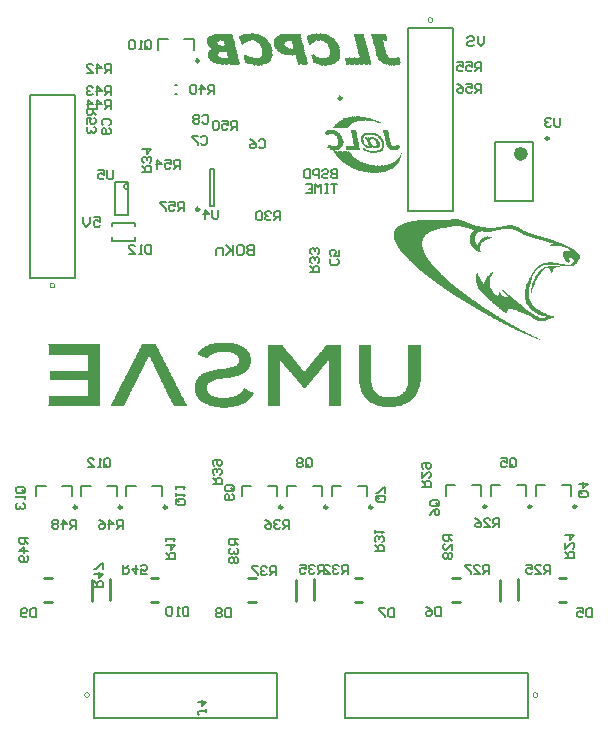
<source format=gbo>
G04*
G04 #@! TF.GenerationSoftware,Altium Limited,Altium Designer,21.8.1 (53)*
G04*
G04 Layer_Color=32896*
%FSLAX23Y23*%
%MOIN*%
G70*
G04*
G04 #@! TF.SameCoordinates,D94B3AED-94FA-482B-8DCC-F6CB08C1A555*
G04*
G04*
G04 #@! TF.FilePolarity,Positive*
G04*
G01*
G75*
%ADD10C,0.010*%
%ADD11C,0.010*%
%ADD12C,0.024*%
%ADD14C,0.008*%
%ADD15C,0.006*%
%ADD18C,0.007*%
%ADD70C,0.004*%
G36*
X5734Y4885D02*
X5739D01*
Y4884D01*
X5740D01*
Y4885D01*
X5741D01*
Y4884D01*
X5746D01*
Y4883D01*
X5748D01*
Y4884D01*
X5749D01*
Y4883D01*
X5750D01*
Y4882D01*
X5751D01*
Y4883D01*
X5752D01*
Y4882D01*
X5755D01*
Y4881D01*
X5756D01*
Y4879D01*
X5757D01*
Y4881D01*
X5758D01*
Y4879D01*
X5759D01*
Y4878D01*
X5760D01*
Y4879D01*
X5761D01*
Y4878D01*
X5762D01*
Y4877D01*
X5765D01*
Y4876D01*
X5766D01*
Y4875D01*
X5770D01*
Y4874D01*
Y4873D01*
X5772D01*
Y4872D01*
X5773D01*
Y4871D01*
X5774D01*
Y4870D01*
X5775D01*
Y4869D01*
X5778D01*
Y4868D01*
X5779D01*
Y4867D01*
X5780D01*
Y4866D01*
X5781D01*
Y4865D01*
X5782D01*
Y4864D01*
X5783D01*
Y4863D01*
X5784D01*
Y4862D01*
X5783D01*
Y4861D01*
X5786D01*
Y4859D01*
X5785D01*
Y4858D01*
X5786D01*
Y4857D01*
X5788D01*
Y4856D01*
X5789D01*
Y4855D01*
X5790D01*
Y4854D01*
X5791D01*
Y4853D01*
X5790D01*
Y4852D01*
X5791D01*
Y4851D01*
X5792D01*
Y4850D01*
X5793D01*
Y4849D01*
X5792D01*
Y4848D01*
X5793D01*
Y4847D01*
X5794D01*
Y4846D01*
X5795D01*
Y4845D01*
Y4844D01*
Y4843D01*
X5796D01*
Y4842D01*
Y4841D01*
Y4839D01*
X5797D01*
Y4838D01*
Y4837D01*
Y4836D01*
X5798D01*
Y4835D01*
Y4834D01*
Y4833D01*
X5799D01*
Y4832D01*
X5798D01*
Y4831D01*
X5799D01*
Y4830D01*
X5798D01*
Y4829D01*
X5799D01*
Y4828D01*
X5798D01*
Y4827D01*
X5799D01*
Y4826D01*
X5800D01*
Y4825D01*
X5799D01*
Y4826D01*
X5798D01*
Y4825D01*
X5799D01*
Y4824D01*
Y4823D01*
Y4822D01*
X5800D01*
Y4821D01*
X5799D01*
Y4819D01*
X5800D01*
Y4818D01*
X5799D01*
Y4817D01*
X5800D01*
Y4816D01*
X5799D01*
Y4815D01*
Y4814D01*
Y4813D01*
X5800D01*
Y4812D01*
X5799D01*
Y4811D01*
X5798D01*
Y4810D01*
X5799D01*
Y4809D01*
X5798D01*
Y4808D01*
X5799D01*
Y4807D01*
X5798D01*
Y4806D01*
Y4805D01*
Y4804D01*
X5797D01*
Y4803D01*
X5796D01*
Y4802D01*
X5797D01*
Y4801D01*
X5796D01*
Y4799D01*
X5795D01*
Y4798D01*
X5794D01*
Y4797D01*
X5795D01*
Y4796D01*
X5794D01*
Y4795D01*
X5793D01*
Y4794D01*
X5792D01*
Y4793D01*
X5791D01*
Y4792D01*
X5790D01*
Y4791D01*
X5789D01*
Y4790D01*
X5788D01*
Y4789D01*
X5786D01*
Y4788D01*
X5785D01*
Y4787D01*
X5784D01*
Y4786D01*
X5781D01*
Y4785D01*
X5780D01*
Y4784D01*
X5779D01*
Y4783D01*
X5778D01*
Y4784D01*
X5777D01*
Y4783D01*
X5776D01*
Y4782D01*
X5773D01*
Y4781D01*
X5772D01*
Y4782D01*
X5771D01*
Y4781D01*
X5772D01*
Y4779D01*
X5771D01*
Y4781D01*
X5770D01*
Y4779D01*
X5769D01*
Y4781D01*
X5768D01*
Y4779D01*
X5762D01*
Y4778D01*
X5761D01*
Y4779D01*
X5760D01*
Y4778D01*
X5761D01*
Y4777D01*
X5760D01*
Y4778D01*
X5759D01*
Y4779D01*
X5758D01*
Y4778D01*
X5757D01*
Y4779D01*
X5756D01*
Y4778D01*
X5757D01*
Y4777D01*
X5756D01*
Y4778D01*
X5755D01*
Y4777D01*
X5754D01*
Y4778D01*
X5753D01*
Y4777D01*
X5752D01*
Y4778D01*
X5751D01*
Y4777D01*
X5750D01*
Y4778D01*
X5749D01*
Y4777D01*
X5748D01*
Y4778D01*
X5746D01*
Y4777D01*
X5745D01*
Y4778D01*
X5744D01*
Y4779D01*
X5743D01*
Y4778D01*
X5744D01*
Y4777D01*
X5743D01*
Y4778D01*
X5742D01*
Y4779D01*
X5741D01*
Y4778D01*
X5740D01*
Y4779D01*
X5739D01*
Y4778D01*
X5740D01*
Y4777D01*
X5739D01*
Y4778D01*
X5738D01*
Y4779D01*
X5737D01*
Y4778D01*
X5736D01*
Y4779D01*
X5733D01*
Y4781D01*
X5732D01*
Y4779D01*
X5731D01*
Y4781D01*
X5730D01*
Y4782D01*
X5729D01*
Y4781D01*
X5730D01*
Y4779D01*
X5729D01*
Y4781D01*
X5728D01*
Y4782D01*
X5724D01*
Y4783D01*
X5723D01*
Y4784D01*
X5722D01*
Y4783D01*
X5723D01*
Y4782D01*
X5722D01*
Y4783D01*
X5721D01*
Y4784D01*
X5718D01*
Y4785D01*
X5717D01*
Y4786D01*
X5716D01*
Y4785D01*
X5715D01*
Y4786D01*
X5712D01*
Y4787D01*
X5711D01*
Y4788D01*
X5710D01*
Y4789D01*
X5711D01*
Y4790D01*
X5710D01*
Y4791D01*
X5709D01*
Y4792D01*
X5708D01*
Y4793D01*
X5709D01*
Y4794D01*
X5708D01*
Y4795D01*
X5709D01*
Y4796D01*
X5708D01*
Y4797D01*
X5709D01*
Y4798D01*
X5708D01*
Y4799D01*
X5707D01*
Y4801D01*
X5705D01*
Y4802D01*
X5707D01*
Y4803D01*
X5705D01*
Y4804D01*
X5707D01*
Y4805D01*
X5705D01*
Y4806D01*
X5704D01*
Y4807D01*
Y4808D01*
Y4809D01*
X5703D01*
Y4810D01*
X5704D01*
Y4811D01*
X5703D01*
Y4812D01*
X5704D01*
Y4813D01*
X5705D01*
Y4814D01*
X5707D01*
Y4815D01*
X5708D01*
Y4814D01*
X5709D01*
Y4815D01*
X5710D01*
Y4814D01*
X5713D01*
Y4813D01*
X5714D01*
Y4812D01*
X5715D01*
Y4811D01*
X5716D01*
Y4810D01*
X5719D01*
Y4809D01*
X5720D01*
Y4808D01*
X5723D01*
Y4807D01*
X5724D01*
Y4806D01*
X5728D01*
Y4805D01*
X5729D01*
Y4806D01*
X5730D01*
Y4805D01*
X5731D01*
Y4804D01*
X5732D01*
Y4805D01*
X5733D01*
Y4804D01*
X5736D01*
Y4803D01*
X5737D01*
Y4802D01*
X5738D01*
Y4803D01*
X5737D01*
Y4804D01*
X5738D01*
Y4803D01*
X5739D01*
Y4802D01*
X5740D01*
Y4803D01*
X5739D01*
Y4804D01*
X5740D01*
Y4803D01*
X5741D01*
Y4802D01*
X5742D01*
Y4803D01*
X5743D01*
Y4802D01*
X5744D01*
Y4803D01*
X5743D01*
Y4804D01*
X5744D01*
Y4803D01*
X5745D01*
Y4802D01*
X5746D01*
Y4803D01*
X5748D01*
Y4802D01*
X5749D01*
Y4803D01*
X5748D01*
Y4804D01*
X5749D01*
Y4803D01*
X5750D01*
Y4802D01*
X5751D01*
Y4803D01*
X5750D01*
Y4804D01*
X5751D01*
Y4803D01*
X5752D01*
Y4804D01*
X5753D01*
Y4803D01*
X5754D01*
Y4804D01*
X5755D01*
Y4805D01*
X5756D01*
Y4804D01*
X5757D01*
Y4805D01*
X5756D01*
Y4806D01*
X5757D01*
Y4805D01*
X5758D01*
Y4806D01*
X5759D01*
Y4807D01*
X5760D01*
Y4808D01*
X5761D01*
Y4809D01*
X5762D01*
Y4810D01*
X5763D01*
Y4811D01*
X5762D01*
Y4812D01*
X5763D01*
Y4813D01*
X5764D01*
Y4814D01*
Y4815D01*
Y4816D01*
X5765D01*
Y4817D01*
X5764D01*
Y4818D01*
X5765D01*
Y4819D01*
X5764D01*
Y4821D01*
X5765D01*
Y4822D01*
X5764D01*
Y4823D01*
X5765D01*
Y4824D01*
X5764D01*
Y4825D01*
X5765D01*
Y4826D01*
X5764D01*
Y4827D01*
X5765D01*
Y4828D01*
X5764D01*
Y4829D01*
X5765D01*
Y4830D01*
X5764D01*
Y4831D01*
Y4832D01*
Y4833D01*
X5763D01*
Y4834D01*
X5762D01*
Y4835D01*
X5763D01*
Y4836D01*
X5762D01*
Y4837D01*
Y4838D01*
Y4839D01*
X5761D01*
Y4841D01*
X5760D01*
Y4842D01*
X5761D01*
Y4843D01*
X5760D01*
Y4844D01*
X5759D01*
Y4845D01*
X5758D01*
Y4846D01*
X5757D01*
Y4847D01*
X5756D01*
Y4848D01*
X5757D01*
Y4849D01*
X5756D01*
Y4850D01*
X5755D01*
Y4851D01*
X5754D01*
Y4852D01*
X5753D01*
Y4853D01*
X5752D01*
Y4854D01*
X5751D01*
Y4855D01*
X5748D01*
Y4856D01*
X5746D01*
Y4857D01*
X5745D01*
Y4858D01*
X5744D01*
Y4859D01*
X5743D01*
Y4858D01*
X5744D01*
Y4857D01*
X5743D01*
Y4858D01*
X5742D01*
Y4859D01*
X5739D01*
Y4861D01*
X5738D01*
Y4862D01*
X5737D01*
Y4861D01*
X5738D01*
Y4859D01*
X5737D01*
Y4861D01*
X5736D01*
Y4862D01*
X5735D01*
Y4861D01*
X5734D01*
Y4862D01*
X5733D01*
Y4861D01*
X5732D01*
Y4862D01*
X5731D01*
Y4861D01*
X5730D01*
Y4862D01*
X5729D01*
Y4861D01*
X5728D01*
Y4862D01*
X5727D01*
Y4861D01*
X5725D01*
Y4862D01*
X5724D01*
Y4861D01*
X5723D01*
Y4859D01*
X5722D01*
Y4861D01*
X5721D01*
Y4862D01*
X5720D01*
Y4861D01*
X5721D01*
Y4859D01*
X5718D01*
Y4858D01*
X5717D01*
Y4859D01*
X5716D01*
Y4858D01*
X5715D01*
Y4857D01*
X5712D01*
Y4856D01*
X5711D01*
Y4855D01*
X5710D01*
Y4854D01*
X5709D01*
Y4853D01*
X5705D01*
Y4852D01*
X5704D01*
Y4851D01*
X5703D01*
Y4850D01*
X5702D01*
Y4849D01*
X5701D01*
Y4848D01*
X5700D01*
Y4849D01*
X5699D01*
Y4848D01*
X5700D01*
Y4847D01*
X5699D01*
Y4848D01*
X5698D01*
Y4849D01*
X5697D01*
Y4848D01*
X5698D01*
Y4847D01*
X5697D01*
Y4848D01*
X5696D01*
Y4849D01*
X5695D01*
Y4850D01*
X5694D01*
Y4851D01*
Y4852D01*
Y4853D01*
X5693D01*
Y4854D01*
X5694D01*
Y4855D01*
X5693D01*
Y4856D01*
Y4857D01*
X5692D01*
Y4858D01*
Y4859D01*
X5691D01*
Y4861D01*
X5692D01*
Y4862D01*
X5691D01*
Y4863D01*
Y4864D01*
Y4865D01*
X5690D01*
Y4866D01*
Y4867D01*
Y4868D01*
X5689D01*
Y4869D01*
X5690D01*
Y4870D01*
X5689D01*
Y4871D01*
X5690D01*
Y4872D01*
X5689D01*
Y4873D01*
X5688D01*
Y4874D01*
Y4875D01*
Y4876D01*
X5689D01*
Y4877D01*
X5692D01*
Y4878D01*
X5693D01*
Y4879D01*
X5694D01*
Y4878D01*
X5695D01*
Y4879D01*
X5696D01*
Y4881D01*
X5697D01*
Y4879D01*
X5698D01*
Y4881D01*
X5697D01*
Y4882D01*
X5698D01*
Y4881D01*
X5699D01*
Y4882D01*
X5700D01*
Y4881D01*
X5701D01*
Y4882D01*
X5704D01*
Y4883D01*
X5705D01*
Y4884D01*
X5707D01*
Y4883D01*
X5708D01*
Y4884D01*
X5715D01*
Y4885D01*
X5716D01*
Y4884D01*
X5717D01*
Y4885D01*
X5720D01*
Y4886D01*
X5721D01*
Y4885D01*
X5722D01*
Y4886D01*
X5723D01*
Y4885D01*
X5724D01*
Y4886D01*
X5725D01*
Y4885D01*
X5727D01*
Y4886D01*
X5728D01*
Y4885D01*
X5729D01*
Y4886D01*
X5730D01*
Y4885D01*
X5731D01*
Y4886D01*
X5732D01*
Y4885D01*
X5733D01*
Y4886D01*
X5734D01*
Y4885D01*
D02*
G37*
G36*
X5511D02*
X5512D01*
Y4884D01*
X5513D01*
Y4885D01*
X5514D01*
Y4884D01*
X5515D01*
Y4885D01*
X5516D01*
Y4884D01*
X5521D01*
Y4883D01*
X5522D01*
Y4882D01*
X5523D01*
Y4883D01*
X5524D01*
Y4882D01*
X5528D01*
Y4881D01*
X5529D01*
Y4882D01*
X5530D01*
Y4881D01*
X5531D01*
Y4879D01*
X5534D01*
Y4878D01*
X5535D01*
Y4877D01*
X5536D01*
Y4878D01*
X5537D01*
Y4877D01*
X5538D01*
Y4876D01*
X5539D01*
Y4875D01*
X5540D01*
Y4876D01*
X5539D01*
Y4877D01*
X5540D01*
Y4876D01*
X5541D01*
Y4875D01*
X5542D01*
Y4874D01*
X5543D01*
Y4873D01*
X5547D01*
Y4872D01*
X5548D01*
Y4871D01*
X5549D01*
Y4870D01*
X5550D01*
Y4869D01*
X5551D01*
Y4868D01*
X5552D01*
Y4867D01*
X5555D01*
Y4866D01*
X5554D01*
Y4865D01*
X5557D01*
Y4864D01*
X5556D01*
Y4863D01*
X5557D01*
Y4862D01*
X5558D01*
Y4861D01*
X5559D01*
Y4859D01*
X5560D01*
Y4858D01*
X5561D01*
Y4857D01*
X5562D01*
Y4856D01*
X5563D01*
Y4855D01*
X5562D01*
Y4854D01*
X5563D01*
Y4853D01*
X5564D01*
Y4852D01*
X5565D01*
Y4851D01*
Y4850D01*
X5568D01*
Y4849D01*
X5567D01*
Y4848D01*
X5568D01*
Y4847D01*
X5569D01*
Y4846D01*
Y4845D01*
Y4844D01*
X5570D01*
Y4843D01*
Y4842D01*
Y4841D01*
X5571D01*
Y4839D01*
X5572D01*
Y4838D01*
X5571D01*
Y4837D01*
X5572D01*
Y4836D01*
X5571D01*
Y4835D01*
X5572D01*
Y4834D01*
X5573D01*
Y4833D01*
X5572D01*
Y4832D01*
X5573D01*
Y4831D01*
X5574D01*
Y4830D01*
X5573D01*
Y4829D01*
X5574D01*
Y4828D01*
X5573D01*
Y4827D01*
X5574D01*
Y4826D01*
X5573D01*
Y4825D01*
X5574D01*
Y4824D01*
X5573D01*
Y4823D01*
X5574D01*
Y4822D01*
X5573D01*
Y4821D01*
X5574D01*
Y4819D01*
X5573D01*
Y4818D01*
X5574D01*
Y4817D01*
X5573D01*
Y4816D01*
X5574D01*
Y4815D01*
X5573D01*
Y4814D01*
X5574D01*
Y4813D01*
X5573D01*
Y4812D01*
X5574D01*
Y4811D01*
X5573D01*
Y4810D01*
X5574D01*
Y4809D01*
X5573D01*
Y4808D01*
X5572D01*
Y4807D01*
Y4806D01*
Y4805D01*
X5571D01*
Y4804D01*
X5572D01*
Y4803D01*
X5571D01*
Y4802D01*
X5570D01*
Y4801D01*
Y4799D01*
Y4798D01*
X5569D01*
Y4797D01*
Y4796D01*
X5567D01*
Y4795D01*
X5568D01*
Y4794D01*
X5567D01*
Y4793D01*
X5565D01*
Y4794D01*
X5564D01*
Y4793D01*
X5565D01*
Y4792D01*
X5564D01*
Y4791D01*
X5563D01*
Y4790D01*
X5562D01*
Y4789D01*
X5561D01*
Y4790D01*
X5560D01*
Y4789D01*
X5561D01*
Y4788D01*
X5560D01*
Y4787D01*
X5559D01*
Y4788D01*
X5558D01*
Y4787D01*
X5559D01*
Y4786D01*
X5558D01*
Y4787D01*
X5557D01*
Y4786D01*
X5556D01*
Y4785D01*
X5555D01*
Y4784D01*
X5552D01*
Y4783D01*
X5551D01*
Y4784D01*
X5550D01*
Y4783D01*
X5551D01*
Y4782D01*
X5546D01*
Y4781D01*
X5544D01*
Y4782D01*
X5543D01*
Y4781D01*
X5544D01*
Y4779D01*
X5543D01*
Y4781D01*
X5542D01*
Y4779D01*
X5539D01*
Y4778D01*
X5538D01*
Y4779D01*
X5537D01*
Y4778D01*
X5536D01*
Y4779D01*
X5535D01*
Y4778D01*
X5534D01*
Y4779D01*
X5533D01*
Y4778D01*
X5534D01*
Y4777D01*
X5533D01*
Y4778D01*
X5532D01*
Y4777D01*
X5531D01*
Y4778D01*
X5530D01*
Y4779D01*
X5529D01*
Y4778D01*
X5530D01*
Y4777D01*
X5529D01*
Y4778D01*
X5528D01*
Y4777D01*
X5527D01*
Y4778D01*
X5526D01*
Y4777D01*
X5524D01*
Y4778D01*
X5523D01*
Y4777D01*
X5522D01*
Y4778D01*
X5521D01*
Y4779D01*
X5520D01*
Y4778D01*
X5521D01*
Y4777D01*
X5520D01*
Y4778D01*
X5517D01*
Y4779D01*
X5516D01*
Y4778D01*
X5517D01*
Y4777D01*
X5516D01*
Y4778D01*
X5515D01*
Y4779D01*
X5514D01*
Y4778D01*
X5513D01*
Y4779D01*
X5512D01*
Y4778D01*
X5511D01*
Y4779D01*
X5508D01*
Y4781D01*
X5507D01*
Y4782D01*
X5506D01*
Y4781D01*
X5507D01*
Y4779D01*
X5506D01*
Y4781D01*
X5504D01*
Y4782D01*
X5503D01*
Y4781D01*
X5504D01*
Y4779D01*
X5503D01*
Y4781D01*
X5502D01*
Y4782D01*
X5497D01*
Y4783D01*
X5496D01*
Y4784D01*
X5491D01*
Y4785D01*
X5490D01*
Y4786D01*
X5487D01*
Y4787D01*
X5486D01*
Y4788D01*
X5484D01*
Y4787D01*
X5483D01*
Y4788D01*
Y4789D01*
Y4790D01*
X5482D01*
Y4791D01*
X5483D01*
Y4792D01*
X5482D01*
Y4793D01*
X5483D01*
Y4794D01*
X5482D01*
Y4795D01*
X5481D01*
Y4796D01*
X5480D01*
Y4797D01*
X5481D01*
Y4796D01*
X5482D01*
Y4797D01*
X5481D01*
Y4798D01*
X5480D01*
Y4799D01*
X5481D01*
Y4801D01*
X5480D01*
Y4802D01*
X5481D01*
Y4803D01*
X5480D01*
Y4804D01*
X5479D01*
Y4805D01*
Y4806D01*
Y4807D01*
X5478D01*
Y4808D01*
X5479D01*
Y4809D01*
X5478D01*
Y4810D01*
Y4811D01*
Y4812D01*
X5479D01*
Y4813D01*
X5478D01*
Y4814D01*
X5481D01*
Y4815D01*
X5482D01*
Y4814D01*
X5483D01*
Y4815D01*
X5482D01*
Y4816D01*
X5483D01*
Y4815D01*
X5484D01*
Y4814D01*
X5486D01*
Y4813D01*
X5487D01*
Y4812D01*
X5488D01*
Y4813D01*
X5487D01*
Y4814D01*
X5488D01*
Y4813D01*
X5489D01*
Y4812D01*
X5490D01*
Y4811D01*
X5491D01*
Y4810D01*
X5494D01*
Y4809D01*
X5495D01*
Y4808D01*
X5496D01*
Y4807D01*
X5497D01*
Y4806D01*
X5498D01*
Y4807D01*
X5497D01*
Y4808D01*
X5498D01*
Y4807D01*
X5499D01*
Y4806D01*
X5502D01*
Y4805D01*
X5503D01*
Y4804D01*
X5504D01*
Y4805D01*
X5503D01*
Y4806D01*
X5504D01*
Y4805D01*
X5506D01*
Y4804D01*
X5509D01*
Y4803D01*
X5510D01*
Y4804D01*
X5511D01*
Y4803D01*
X5512D01*
Y4804D01*
X5513D01*
Y4803D01*
X5514D01*
Y4802D01*
X5515D01*
Y4803D01*
X5516D01*
Y4802D01*
X5517D01*
Y4803D01*
X5516D01*
Y4804D01*
X5517D01*
Y4803D01*
X5518D01*
Y4802D01*
X5519D01*
Y4803D01*
X5520D01*
Y4802D01*
X5521D01*
Y4803D01*
X5520D01*
Y4804D01*
X5521D01*
Y4803D01*
X5522D01*
Y4802D01*
X5523D01*
Y4803D01*
X5522D01*
Y4804D01*
X5523D01*
Y4803D01*
X5524D01*
Y4804D01*
X5526D01*
Y4803D01*
X5527D01*
Y4804D01*
X5530D01*
Y4805D01*
X5531D01*
Y4806D01*
X5534D01*
Y4807D01*
X5535D01*
Y4808D01*
X5536D01*
Y4809D01*
X5535D01*
Y4810D01*
X5536D01*
Y4811D01*
X5537D01*
Y4812D01*
X5538D01*
Y4813D01*
X5537D01*
Y4814D01*
X5538D01*
Y4815D01*
X5539D01*
Y4816D01*
X5538D01*
Y4817D01*
X5539D01*
Y4818D01*
Y4819D01*
Y4821D01*
X5538D01*
Y4822D01*
X5539D01*
Y4823D01*
X5540D01*
Y4824D01*
X5539D01*
Y4825D01*
X5538D01*
Y4826D01*
X5539D01*
Y4827D01*
X5538D01*
Y4828D01*
X5539D01*
Y4829D01*
X5538D01*
Y4830D01*
X5537D01*
Y4831D01*
X5538D01*
Y4832D01*
X5537D01*
Y4833D01*
X5538D01*
Y4834D01*
X5537D01*
Y4835D01*
X5538D01*
Y4836D01*
X5537D01*
Y4837D01*
X5536D01*
Y4838D01*
X5535D01*
Y4839D01*
X5536D01*
Y4841D01*
X5535D01*
Y4842D01*
X5534D01*
Y4843D01*
Y4844D01*
Y4845D01*
X5533D01*
Y4846D01*
X5532D01*
Y4847D01*
X5531D01*
Y4848D01*
X5532D01*
Y4849D01*
X5529D01*
Y4850D01*
X5530D01*
Y4851D01*
X5527D01*
Y4852D01*
X5528D01*
Y4853D01*
X5524D01*
Y4854D01*
X5526D01*
Y4855D01*
X5522D01*
Y4856D01*
X5521D01*
Y4857D01*
X5518D01*
Y4858D01*
X5517D01*
Y4859D01*
X5512D01*
Y4861D01*
X5511D01*
Y4862D01*
X5510D01*
Y4861D01*
X5511D01*
Y4859D01*
X5510D01*
Y4861D01*
X5509D01*
Y4862D01*
X5508D01*
Y4861D01*
X5507D01*
Y4862D01*
X5506D01*
Y4861D01*
X5504D01*
Y4862D01*
X5503D01*
Y4861D01*
X5502D01*
Y4862D01*
X5501D01*
Y4861D01*
X5500D01*
Y4862D01*
X5499D01*
Y4861D01*
X5498D01*
Y4862D01*
X5497D01*
Y4861D01*
X5498D01*
Y4859D01*
X5497D01*
Y4861D01*
X5496D01*
Y4859D01*
X5495D01*
Y4861D01*
X5494D01*
Y4859D01*
X5493D01*
Y4858D01*
X5492D01*
Y4859D01*
X5491D01*
Y4858D01*
X5490D01*
Y4857D01*
X5489D01*
Y4858D01*
X5488D01*
Y4857D01*
X5487D01*
Y4856D01*
X5486D01*
Y4857D01*
X5484D01*
Y4856D01*
X5486D01*
Y4855D01*
X5482D01*
Y4854D01*
X5481D01*
Y4853D01*
X5480D01*
Y4852D01*
X5479D01*
Y4851D01*
X5478D01*
Y4850D01*
X5477D01*
Y4849D01*
X5476D01*
Y4848D01*
X5475D01*
Y4849D01*
X5474D01*
Y4848D01*
X5473D01*
Y4849D01*
X5472D01*
Y4848D01*
X5473D01*
Y4847D01*
X5472D01*
Y4848D01*
X5471D01*
Y4849D01*
X5470D01*
Y4848D01*
X5471D01*
Y4847D01*
X5470D01*
Y4848D01*
X5469D01*
Y4849D01*
X5468D01*
Y4850D01*
X5469D01*
Y4851D01*
X5468D01*
Y4852D01*
X5469D01*
Y4853D01*
X5468D01*
Y4854D01*
X5467D01*
Y4855D01*
Y4856D01*
Y4857D01*
X5466D01*
Y4858D01*
X5467D01*
Y4859D01*
X5466D01*
Y4861D01*
Y4862D01*
Y4863D01*
X5464D01*
Y4864D01*
X5463D01*
Y4865D01*
X5464D01*
Y4866D01*
X5463D01*
Y4867D01*
X5464D01*
Y4868D01*
X5463D01*
Y4869D01*
X5464D01*
Y4870D01*
X5463D01*
Y4871D01*
X5462D01*
Y4872D01*
X5461D01*
Y4873D01*
X5462D01*
Y4874D01*
X5461D01*
Y4875D01*
X5462D01*
Y4876D01*
X5463D01*
Y4877D01*
X5467D01*
Y4878D01*
X5468D01*
Y4877D01*
X5469D01*
Y4878D01*
X5468D01*
Y4879D01*
X5471D01*
Y4881D01*
X5472D01*
Y4882D01*
X5473D01*
Y4881D01*
X5474D01*
Y4882D01*
X5477D01*
Y4883D01*
X5478D01*
Y4882D01*
X5479D01*
Y4883D01*
X5480D01*
Y4882D01*
X5481D01*
Y4883D01*
X5480D01*
Y4884D01*
X5481D01*
Y4883D01*
X5482D01*
Y4884D01*
X5488D01*
Y4885D01*
X5489D01*
Y4884D01*
X5490D01*
Y4885D01*
X5491D01*
Y4884D01*
X5492D01*
Y4885D01*
X5497D01*
Y4886D01*
X5498D01*
Y4885D01*
X5499D01*
Y4886D01*
X5500D01*
Y4885D01*
X5501D01*
Y4886D01*
X5502D01*
Y4885D01*
X5503D01*
Y4886D01*
X5504D01*
Y4885D01*
X5506D01*
Y4886D01*
X5507D01*
Y4885D01*
X5508D01*
Y4886D01*
X5509D01*
Y4885D01*
X5510D01*
Y4886D01*
X5511D01*
Y4885D01*
D02*
G37*
G36*
X5951Y4883D02*
X5952D01*
Y4882D01*
X5953D01*
Y4881D01*
Y4879D01*
Y4878D01*
Y4877D01*
Y4876D01*
X5954D01*
Y4875D01*
Y4874D01*
Y4873D01*
X5955D01*
Y4872D01*
X5954D01*
Y4871D01*
X5955D01*
Y4870D01*
X5954D01*
Y4869D01*
X5955D01*
Y4868D01*
X5956D01*
Y4867D01*
X5955D01*
Y4866D01*
X5956D01*
Y4865D01*
X5957D01*
Y4864D01*
X5956D01*
Y4863D01*
X5957D01*
Y4862D01*
X5956D01*
Y4861D01*
X5955D01*
Y4859D01*
X5954D01*
Y4861D01*
X5953D01*
Y4859D01*
X5952D01*
Y4861D01*
X5951D01*
Y4859D01*
X5950D01*
Y4861D01*
X5949D01*
Y4862D01*
X5947D01*
Y4861D01*
X5949D01*
Y4859D01*
X5945D01*
Y4861D01*
X5944D01*
Y4862D01*
X5943D01*
Y4861D01*
X5944D01*
Y4859D01*
X5943D01*
Y4858D01*
X5942D01*
Y4857D01*
X5943D01*
Y4856D01*
X5944D01*
Y4855D01*
X5943D01*
Y4854D01*
X5944D01*
Y4853D01*
X5943D01*
Y4852D01*
X5944D01*
Y4851D01*
X5945D01*
Y4850D01*
Y4849D01*
Y4848D01*
X5946D01*
Y4847D01*
X5945D01*
Y4846D01*
X5946D01*
Y4845D01*
X5945D01*
Y4844D01*
X5946D01*
Y4843D01*
X5947D01*
Y4842D01*
X5946D01*
Y4841D01*
X5947D01*
Y4839D01*
X5949D01*
Y4838D01*
X5947D01*
Y4837D01*
X5949D01*
Y4836D01*
X5947D01*
Y4835D01*
X5949D01*
Y4834D01*
X5950D01*
Y4833D01*
Y4832D01*
Y4831D01*
X5951D01*
Y4830D01*
X5950D01*
Y4829D01*
X5951D01*
Y4828D01*
Y4827D01*
Y4826D01*
X5952D01*
Y4825D01*
Y4824D01*
Y4823D01*
X5953D01*
Y4822D01*
X5952D01*
Y4821D01*
X5953D01*
Y4819D01*
Y4818D01*
X5954D01*
Y4817D01*
Y4816D01*
X5955D01*
Y4815D01*
X5954D01*
Y4814D01*
X5955D01*
Y4813D01*
X5956D01*
Y4812D01*
X5957D01*
Y4811D01*
X5956D01*
Y4810D01*
X5957D01*
Y4809D01*
X5958D01*
Y4808D01*
X5959D01*
Y4807D01*
X5960D01*
Y4806D01*
X5963D01*
Y4805D01*
X5964D01*
Y4804D01*
X5967D01*
Y4803D01*
X5969D01*
Y4804D01*
X5970D01*
Y4803D01*
X5971D01*
Y4804D01*
X5972D01*
Y4803D01*
X5973D01*
Y4802D01*
X5974D01*
Y4803D01*
X5973D01*
Y4804D01*
X5974D01*
Y4803D01*
X5975D01*
Y4804D01*
X5976D01*
Y4803D01*
X5977D01*
Y4802D01*
X5978D01*
Y4803D01*
X5977D01*
Y4804D01*
X5978D01*
Y4803D01*
X5979D01*
Y4804D01*
X5980D01*
Y4803D01*
X5981D01*
Y4804D01*
X5984D01*
Y4805D01*
X5985D01*
Y4804D01*
X5986D01*
Y4805D01*
X5985D01*
Y4806D01*
X5986D01*
Y4805D01*
X5987D01*
Y4806D01*
X5996D01*
Y4805D01*
Y4804D01*
X5997D01*
Y4803D01*
X5996D01*
Y4802D01*
X5997D01*
Y4801D01*
Y4799D01*
Y4798D01*
X5998D01*
Y4797D01*
X5999D01*
Y4796D01*
X5998D01*
Y4795D01*
X5999D01*
Y4794D01*
X5998D01*
Y4793D01*
X5999D01*
Y4792D01*
Y4791D01*
X6000D01*
Y4790D01*
Y4789D01*
X6001D01*
Y4788D01*
X6000D01*
Y4787D01*
X6001D01*
Y4786D01*
X6000D01*
Y4785D01*
X6001D01*
Y4784D01*
X6000D01*
Y4783D01*
X6001D01*
Y4782D01*
X6000D01*
Y4781D01*
X5999D01*
Y4782D01*
X5998D01*
Y4781D01*
X5999D01*
Y4779D01*
X5998D01*
Y4781D01*
X5997D01*
Y4779D01*
X5996D01*
Y4781D01*
X5995D01*
Y4779D01*
X5985D01*
Y4778D01*
X5984D01*
Y4779D01*
X5983D01*
Y4778D01*
X5982D01*
Y4779D01*
X5981D01*
Y4778D01*
X5980D01*
Y4779D01*
X5979D01*
Y4778D01*
X5978D01*
Y4779D01*
X5977D01*
Y4778D01*
X5976D01*
Y4779D01*
X5975D01*
Y4778D01*
X5976D01*
Y4777D01*
X5975D01*
Y4778D01*
X5974D01*
Y4779D01*
X5973D01*
Y4778D01*
X5972D01*
Y4779D01*
X5971D01*
Y4778D01*
X5972D01*
Y4777D01*
X5971D01*
Y4778D01*
X5970D01*
Y4779D01*
X5969D01*
Y4778D01*
X5967D01*
Y4779D01*
X5966D01*
Y4778D01*
X5965D01*
Y4779D01*
X5964D01*
Y4778D01*
X5963D01*
Y4779D01*
X5958D01*
Y4781D01*
X5957D01*
Y4782D01*
X5956D01*
Y4781D01*
X5957D01*
Y4779D01*
X5956D01*
Y4781D01*
X5955D01*
Y4782D01*
X5954D01*
Y4781D01*
X5953D01*
Y4782D01*
X5950D01*
Y4783D01*
X5949D01*
Y4782D01*
X5947D01*
Y4783D01*
X5946D01*
Y4784D01*
X5943D01*
Y4785D01*
X5942D01*
Y4786D01*
X5939D01*
Y4787D01*
X5938D01*
Y4788D01*
X5937D01*
Y4789D01*
X5936D01*
Y4790D01*
X5935D01*
Y4791D01*
X5934D01*
Y4792D01*
X5933D01*
Y4793D01*
X5932D01*
Y4794D01*
X5931D01*
Y4795D01*
X5930D01*
Y4796D01*
X5929D01*
Y4797D01*
X5927D01*
Y4798D01*
X5926D01*
Y4799D01*
Y4801D01*
X5925D01*
Y4802D01*
Y4803D01*
X5924D01*
Y4804D01*
Y4805D01*
Y4806D01*
X5923D01*
Y4807D01*
X5922D01*
Y4808D01*
X5923D01*
Y4809D01*
X5922D01*
Y4810D01*
X5921D01*
Y4811D01*
X5920D01*
Y4812D01*
X5921D01*
Y4813D01*
X5920D01*
Y4814D01*
X5921D01*
Y4815D01*
X5920D01*
Y4816D01*
Y4817D01*
Y4818D01*
X5919D01*
Y4819D01*
Y4821D01*
Y4822D01*
X5918D01*
Y4823D01*
X5919D01*
Y4824D01*
X5918D01*
Y4825D01*
X5917D01*
Y4826D01*
Y4827D01*
Y4828D01*
X5916D01*
Y4829D01*
X5917D01*
Y4830D01*
X5916D01*
Y4831D01*
X5917D01*
Y4832D01*
X5916D01*
Y4833D01*
X5915D01*
Y4834D01*
X5914D01*
Y4835D01*
X5915D01*
Y4834D01*
X5916D01*
Y4835D01*
X5915D01*
Y4836D01*
X5914D01*
Y4837D01*
X5915D01*
Y4838D01*
X5914D01*
Y4839D01*
X5915D01*
Y4841D01*
X5914D01*
Y4842D01*
X5913D01*
Y4843D01*
Y4844D01*
Y4845D01*
X5912D01*
Y4846D01*
X5913D01*
Y4847D01*
X5912D01*
Y4848D01*
X5913D01*
Y4849D01*
X5912D01*
Y4850D01*
X5911D01*
Y4851D01*
X5910D01*
Y4852D01*
X5911D01*
Y4853D01*
X5910D01*
Y4854D01*
X5911D01*
Y4855D01*
X5910D01*
Y4856D01*
X5911D01*
Y4857D01*
X5910D01*
Y4858D01*
X5909D01*
Y4859D01*
Y4861D01*
Y4862D01*
X5907D01*
Y4863D01*
X5909D01*
Y4864D01*
X5907D01*
Y4865D01*
Y4866D01*
Y4867D01*
X5906D01*
Y4868D01*
X5905D01*
Y4869D01*
X5906D01*
Y4870D01*
X5905D01*
Y4871D01*
X5906D01*
Y4872D01*
X5905D01*
Y4873D01*
X5906D01*
Y4874D01*
X5905D01*
Y4875D01*
X5904D01*
Y4876D01*
Y4877D01*
Y4878D01*
X5903D01*
Y4879D01*
X5904D01*
Y4881D01*
X5903D01*
Y4882D01*
X5906D01*
Y4883D01*
X5907D01*
Y4884D01*
X5909D01*
Y4883D01*
X5910D01*
Y4884D01*
X5913D01*
Y4883D01*
X5914D01*
Y4884D01*
X5915D01*
Y4883D01*
X5916D01*
Y4884D01*
X5917D01*
Y4883D01*
X5918D01*
Y4884D01*
X5921D01*
Y4883D01*
X5922D01*
Y4884D01*
X5923D01*
Y4883D01*
X5924D01*
Y4884D01*
X5925D01*
Y4883D01*
X5926D01*
Y4884D01*
X5930D01*
Y4883D01*
X5931D01*
Y4884D01*
X5932D01*
Y4883D01*
X5933D01*
Y4884D01*
X5934D01*
Y4883D01*
X5935D01*
Y4884D01*
X5938D01*
Y4883D01*
X5939D01*
Y4884D01*
X5940D01*
Y4883D01*
X5941D01*
Y4884D01*
X5942D01*
Y4883D01*
X5943D01*
Y4884D01*
X5946D01*
Y4883D01*
X5947D01*
Y4884D01*
X5949D01*
Y4883D01*
X5950D01*
Y4884D01*
X5951D01*
Y4883D01*
D02*
G37*
G36*
X5879D02*
X5878D01*
Y4884D01*
X5879D01*
Y4883D01*
D02*
G37*
G36*
X5877D02*
X5878D01*
Y4882D01*
X5879D01*
Y4881D01*
X5878D01*
Y4879D01*
X5879D01*
Y4878D01*
Y4877D01*
Y4876D01*
X5880D01*
Y4875D01*
X5881D01*
Y4874D01*
X5880D01*
Y4873D01*
X5881D01*
Y4872D01*
X5880D01*
Y4871D01*
X5881D01*
Y4870D01*
X5882D01*
Y4869D01*
X5881D01*
Y4870D01*
X5880D01*
Y4869D01*
X5881D01*
Y4868D01*
X5882D01*
Y4867D01*
X5883D01*
Y4866D01*
X5882D01*
Y4865D01*
X5883D01*
Y4864D01*
X5882D01*
Y4863D01*
X5883D01*
Y4862D01*
Y4861D01*
X5884D01*
Y4859D01*
Y4858D01*
Y4857D01*
Y4856D01*
X5885D01*
Y4855D01*
Y4854D01*
Y4853D01*
X5886D01*
Y4852D01*
Y4851D01*
Y4850D01*
X5888D01*
Y4849D01*
X5886D01*
Y4848D01*
X5888D01*
Y4847D01*
X5886D01*
Y4846D01*
X5888D01*
Y4845D01*
X5889D01*
Y4844D01*
X5890D01*
Y4843D01*
X5889D01*
Y4842D01*
X5890D01*
Y4841D01*
X5889D01*
Y4839D01*
X5890D01*
Y4838D01*
Y4837D01*
Y4836D01*
X5891D01*
Y4835D01*
X5890D01*
Y4834D01*
X5891D01*
Y4833D01*
X5892D01*
Y4832D01*
X5891D01*
Y4831D01*
X5892D01*
Y4830D01*
X5891D01*
Y4829D01*
X5892D01*
Y4828D01*
X5893D01*
Y4827D01*
X5894D01*
Y4826D01*
X5893D01*
Y4825D01*
X5894D01*
Y4824D01*
X5893D01*
Y4823D01*
X5894D01*
Y4822D01*
Y4821D01*
Y4819D01*
X5895D01*
Y4818D01*
Y4817D01*
Y4816D01*
X5896D01*
Y4815D01*
X5895D01*
Y4814D01*
X5896D01*
Y4813D01*
Y4812D01*
Y4811D01*
X5897D01*
Y4810D01*
X5898D01*
Y4809D01*
X5897D01*
Y4808D01*
X5898D01*
Y4807D01*
X5897D01*
Y4806D01*
X5898D01*
Y4805D01*
Y4804D01*
X5899D01*
Y4803D01*
Y4802D01*
X5900D01*
Y4801D01*
X5899D01*
Y4799D01*
X5900D01*
Y4798D01*
X5899D01*
Y4797D01*
X5900D01*
Y4796D01*
X5901D01*
Y4795D01*
X5900D01*
Y4794D01*
X5901D01*
Y4793D01*
X5902D01*
Y4792D01*
X5901D01*
Y4791D01*
X5902D01*
Y4790D01*
X5901D01*
Y4789D01*
X5902D01*
Y4788D01*
X5903D01*
Y4787D01*
X5902D01*
Y4786D01*
X5903D01*
Y4785D01*
X5904D01*
Y4784D01*
X5903D01*
Y4783D01*
X5902D01*
Y4782D01*
X5901D01*
Y4781D01*
X5900D01*
Y4779D01*
X5899D01*
Y4781D01*
X5898D01*
Y4782D01*
X5897D01*
Y4781D01*
X5898D01*
Y4779D01*
X5897D01*
Y4781D01*
X5896D01*
Y4779D01*
X5895D01*
Y4781D01*
X5894D01*
Y4782D01*
X5893D01*
Y4781D01*
X5894D01*
Y4779D01*
X5893D01*
Y4781D01*
X5892D01*
Y4779D01*
X5891D01*
Y4781D01*
X5890D01*
Y4782D01*
X5889D01*
Y4781D01*
X5890D01*
Y4779D01*
X5889D01*
Y4781D01*
X5888D01*
Y4779D01*
X5886D01*
Y4781D01*
X5885D01*
Y4782D01*
X5884D01*
Y4781D01*
X5885D01*
Y4779D01*
X5884D01*
Y4781D01*
X5883D01*
Y4779D01*
X5882D01*
Y4781D01*
X5881D01*
Y4782D01*
X5880D01*
Y4781D01*
X5881D01*
Y4779D01*
X5880D01*
Y4781D01*
X5879D01*
Y4779D01*
X5878D01*
Y4781D01*
X5877D01*
Y4782D01*
X5876D01*
Y4781D01*
X5877D01*
Y4779D01*
X5876D01*
Y4781D01*
X5875D01*
Y4779D01*
X5874D01*
Y4781D01*
X5873D01*
Y4782D01*
X5872D01*
Y4781D01*
X5873D01*
Y4779D01*
X5872D01*
Y4781D01*
X5871D01*
Y4779D01*
X5870D01*
Y4781D01*
X5869D01*
Y4782D01*
X5868D01*
Y4781D01*
X5869D01*
Y4779D01*
X5868D01*
Y4781D01*
X5866D01*
Y4779D01*
X5865D01*
Y4781D01*
X5864D01*
Y4782D01*
X5863D01*
Y4781D01*
X5864D01*
Y4779D01*
X5863D01*
Y4781D01*
X5862D01*
Y4779D01*
X5861D01*
Y4781D01*
X5860D01*
Y4782D01*
X5859D01*
Y4781D01*
X5860D01*
Y4779D01*
X5859D01*
Y4781D01*
X5858D01*
Y4779D01*
X5857D01*
Y4781D01*
X5856D01*
Y4782D01*
X5855D01*
Y4781D01*
X5856D01*
Y4779D01*
X5855D01*
Y4781D01*
X5854D01*
Y4779D01*
X5853D01*
Y4781D01*
X5852D01*
Y4782D01*
X5851D01*
Y4781D01*
X5852D01*
Y4779D01*
X5851D01*
Y4781D01*
X5850D01*
Y4779D01*
X5849D01*
Y4781D01*
X5848D01*
Y4782D01*
X5846D01*
Y4781D01*
X5848D01*
Y4779D01*
X5846D01*
Y4781D01*
X5845D01*
Y4779D01*
X5844D01*
Y4781D01*
X5843D01*
Y4782D01*
X5842D01*
Y4781D01*
X5843D01*
Y4779D01*
X5842D01*
Y4781D01*
X5841D01*
Y4779D01*
X5840D01*
Y4781D01*
X5839D01*
Y4782D01*
X5838D01*
Y4781D01*
X5839D01*
Y4779D01*
X5838D01*
Y4781D01*
X5837D01*
Y4779D01*
X5836D01*
Y4781D01*
X5835D01*
Y4782D01*
X5834D01*
Y4781D01*
X5835D01*
Y4779D01*
X5834D01*
Y4781D01*
X5833D01*
Y4779D01*
X5832D01*
Y4781D01*
X5831D01*
Y4782D01*
X5830D01*
Y4781D01*
X5831D01*
Y4779D01*
X5830D01*
Y4781D01*
X5829D01*
Y4779D01*
X5828D01*
Y4781D01*
X5826D01*
Y4782D01*
X5825D01*
Y4781D01*
X5826D01*
Y4779D01*
X5825D01*
Y4781D01*
X5824D01*
Y4779D01*
X5823D01*
Y4781D01*
X5822D01*
Y4782D01*
X5821D01*
Y4781D01*
X5822D01*
Y4779D01*
X5821D01*
Y4781D01*
X5820D01*
Y4782D01*
X5819D01*
Y4783D01*
X5820D01*
Y4784D01*
X5819D01*
Y4785D01*
Y4786D01*
Y4787D01*
X5818D01*
Y4788D01*
X5817D01*
Y4789D01*
X5818D01*
Y4790D01*
X5817D01*
Y4791D01*
X5818D01*
Y4792D01*
X5817D01*
Y4793D01*
Y4794D01*
Y4795D01*
X5816D01*
Y4796D01*
Y4797D01*
Y4798D01*
X5815D01*
Y4799D01*
X5816D01*
Y4801D01*
X5815D01*
Y4802D01*
X5816D01*
Y4803D01*
X5817D01*
Y4804D01*
X5818D01*
Y4805D01*
X5819D01*
Y4804D01*
X5820D01*
Y4805D01*
X5821D01*
Y4804D01*
X5822D01*
Y4805D01*
X5821D01*
Y4806D01*
X5822D01*
Y4805D01*
X5823D01*
Y4804D01*
X5824D01*
Y4805D01*
X5825D01*
Y4804D01*
X5826D01*
Y4805D01*
X5825D01*
Y4806D01*
X5826D01*
Y4805D01*
X5828D01*
Y4804D01*
X5829D01*
Y4805D01*
X5830D01*
Y4804D01*
X5831D01*
Y4805D01*
X5830D01*
Y4806D01*
X5831D01*
Y4805D01*
X5832D01*
Y4804D01*
X5833D01*
Y4805D01*
X5834D01*
Y4804D01*
X5835D01*
Y4805D01*
X5834D01*
Y4806D01*
X5835D01*
Y4805D01*
X5836D01*
Y4804D01*
X5837D01*
Y4805D01*
X5838D01*
Y4804D01*
X5839D01*
Y4805D01*
X5838D01*
Y4806D01*
X5839D01*
Y4805D01*
X5840D01*
Y4804D01*
X5841D01*
Y4805D01*
X5842D01*
Y4804D01*
X5843D01*
Y4805D01*
X5842D01*
Y4806D01*
X5843D01*
Y4805D01*
X5844D01*
Y4804D01*
X5845D01*
Y4805D01*
X5846D01*
Y4804D01*
X5848D01*
Y4805D01*
X5846D01*
Y4806D01*
X5848D01*
Y4805D01*
X5849D01*
Y4804D01*
X5850D01*
Y4805D01*
X5851D01*
Y4804D01*
X5852D01*
Y4805D01*
X5851D01*
Y4806D01*
X5852D01*
Y4805D01*
X5853D01*
Y4804D01*
X5854D01*
Y4805D01*
X5855D01*
Y4804D01*
X5856D01*
Y4805D01*
X5855D01*
Y4806D01*
X5856D01*
Y4805D01*
X5857D01*
Y4804D01*
X5858D01*
Y4805D01*
X5859D01*
Y4804D01*
X5860D01*
Y4805D01*
X5859D01*
Y4806D01*
X5860D01*
Y4805D01*
X5861D01*
Y4804D01*
X5862D01*
Y4805D01*
X5863D01*
Y4804D01*
X5864D01*
Y4805D01*
X5863D01*
Y4806D01*
X5864D01*
Y4807D01*
X5863D01*
Y4808D01*
X5864D01*
Y4809D01*
X5863D01*
Y4810D01*
Y4811D01*
Y4812D01*
X5862D01*
Y4813D01*
Y4814D01*
Y4815D01*
X5861D01*
Y4816D01*
X5862D01*
Y4817D01*
X5861D01*
Y4818D01*
X5860D01*
Y4819D01*
Y4821D01*
Y4822D01*
X5859D01*
Y4823D01*
X5860D01*
Y4824D01*
X5859D01*
Y4825D01*
X5860D01*
Y4826D01*
X5859D01*
Y4827D01*
X5858D01*
Y4828D01*
X5859D01*
Y4827D01*
X5860D01*
Y4828D01*
X5859D01*
Y4829D01*
X5858D01*
Y4830D01*
X5857D01*
Y4831D01*
X5858D01*
Y4832D01*
X5857D01*
Y4833D01*
X5858D01*
Y4834D01*
X5857D01*
Y4835D01*
X5856D01*
Y4836D01*
Y4837D01*
Y4838D01*
X5855D01*
Y4839D01*
X5856D01*
Y4841D01*
X5855D01*
Y4842D01*
Y4843D01*
Y4844D01*
Y4845D01*
Y4846D01*
X5854D01*
Y4847D01*
X5853D01*
Y4848D01*
X5854D01*
Y4849D01*
X5853D01*
Y4850D01*
X5854D01*
Y4851D01*
X5853D01*
Y4852D01*
X5852D01*
Y4853D01*
Y4854D01*
Y4855D01*
X5851D01*
Y4856D01*
X5852D01*
Y4857D01*
X5851D01*
Y4858D01*
Y4859D01*
Y4861D01*
X5850D01*
Y4862D01*
Y4863D01*
Y4864D01*
X5849D01*
Y4865D01*
X5850D01*
Y4866D01*
X5849D01*
Y4867D01*
X5850D01*
Y4868D01*
X5849D01*
Y4869D01*
X5848D01*
Y4870D01*
Y4871D01*
Y4872D01*
X5846D01*
Y4873D01*
X5848D01*
Y4874D01*
X5846D01*
Y4875D01*
X5845D01*
Y4876D01*
Y4877D01*
Y4878D01*
X5844D01*
Y4879D01*
X5845D01*
Y4881D01*
Y4882D01*
X5848D01*
Y4883D01*
X5849D01*
Y4884D01*
X5850D01*
Y4883D01*
X5851D01*
Y4884D01*
X5854D01*
Y4883D01*
X5855D01*
Y4884D01*
X5856D01*
Y4883D01*
X5857D01*
Y4884D01*
X5858D01*
Y4883D01*
X5859D01*
Y4884D01*
X5862D01*
Y4883D01*
X5863D01*
Y4884D01*
X5864D01*
Y4883D01*
X5865D01*
Y4884D01*
X5866D01*
Y4883D01*
X5868D01*
Y4884D01*
X5871D01*
Y4883D01*
X5872D01*
Y4884D01*
X5873D01*
Y4883D01*
X5874D01*
Y4884D01*
X5875D01*
Y4883D01*
X5876D01*
Y4884D01*
X5877D01*
Y4883D01*
D02*
G37*
G36*
X5667D02*
X5665D01*
Y4884D01*
X5667D01*
Y4883D01*
D02*
G37*
G36*
X5664D02*
X5665D01*
Y4882D01*
X5667D01*
Y4881D01*
Y4879D01*
Y4878D01*
X5668D01*
Y4877D01*
X5669D01*
Y4876D01*
X5668D01*
Y4875D01*
X5669D01*
Y4874D01*
Y4873D01*
Y4872D01*
X5670D01*
Y4871D01*
Y4870D01*
Y4869D01*
X5671D01*
Y4868D01*
X5670D01*
Y4867D01*
X5671D01*
Y4866D01*
X5670D01*
Y4865D01*
X5671D01*
Y4864D01*
X5672D01*
Y4863D01*
Y4862D01*
Y4861D01*
X5673D01*
Y4859D01*
X5672D01*
Y4858D01*
X5673D01*
Y4857D01*
X5672D01*
Y4856D01*
X5673D01*
Y4855D01*
X5674D01*
Y4854D01*
Y4853D01*
Y4852D01*
X5675D01*
Y4851D01*
X5674D01*
Y4850D01*
X5675D01*
Y4849D01*
X5674D01*
Y4848D01*
X5675D01*
Y4847D01*
X5676D01*
Y4846D01*
X5677D01*
Y4845D01*
X5676D01*
Y4844D01*
X5677D01*
Y4843D01*
X5676D01*
Y4842D01*
X5677D01*
Y4841D01*
Y4839D01*
Y4838D01*
X5678D01*
Y4837D01*
Y4836D01*
Y4835D01*
X5679D01*
Y4834D01*
X5678D01*
Y4833D01*
X5679D01*
Y4832D01*
X5678D01*
Y4831D01*
X5679D01*
Y4830D01*
X5680D01*
Y4829D01*
X5681D01*
Y4828D01*
X5680D01*
Y4827D01*
X5681D01*
Y4826D01*
X5680D01*
Y4825D01*
X5681D01*
Y4824D01*
Y4823D01*
X5682D01*
Y4822D01*
Y4821D01*
Y4819D01*
Y4818D01*
X5683D01*
Y4817D01*
X5682D01*
Y4816D01*
X5683D01*
Y4815D01*
X5684D01*
Y4814D01*
X5683D01*
Y4815D01*
X5682D01*
Y4814D01*
X5683D01*
Y4813D01*
X5684D01*
Y4812D01*
X5685D01*
Y4811D01*
X5684D01*
Y4810D01*
X5685D01*
Y4809D01*
X5684D01*
Y4808D01*
X5685D01*
Y4807D01*
Y4806D01*
X5688D01*
Y4805D01*
X5687D01*
Y4804D01*
X5688D01*
Y4803D01*
X5687D01*
Y4802D01*
X5688D01*
Y4801D01*
X5687D01*
Y4799D01*
X5688D01*
Y4798D01*
X5689D01*
Y4797D01*
X5688D01*
Y4796D01*
X5689D01*
Y4795D01*
X5690D01*
Y4794D01*
X5689D01*
Y4793D01*
X5690D01*
Y4792D01*
X5689D01*
Y4791D01*
X5690D01*
Y4790D01*
Y4789D01*
X5692D01*
Y4788D01*
X5691D01*
Y4787D01*
X5692D01*
Y4786D01*
X5691D01*
Y4785D01*
X5692D01*
Y4784D01*
X5691D01*
Y4783D01*
Y4782D01*
X5689D01*
Y4781D01*
X5688D01*
Y4782D01*
X5687D01*
Y4781D01*
X5688D01*
Y4779D01*
X5687D01*
Y4781D01*
X5685D01*
Y4779D01*
X5684D01*
Y4781D01*
X5683D01*
Y4782D01*
X5682D01*
Y4781D01*
X5683D01*
Y4779D01*
X5682D01*
Y4781D01*
X5681D01*
Y4779D01*
X5680D01*
Y4781D01*
X5679D01*
Y4782D01*
X5678D01*
Y4781D01*
X5679D01*
Y4779D01*
X5678D01*
Y4781D01*
X5677D01*
Y4779D01*
X5676D01*
Y4781D01*
X5675D01*
Y4782D01*
X5674D01*
Y4781D01*
X5675D01*
Y4779D01*
X5674D01*
Y4781D01*
X5673D01*
Y4779D01*
X5672D01*
Y4781D01*
X5671D01*
Y4782D01*
X5670D01*
Y4781D01*
X5671D01*
Y4779D01*
X5670D01*
Y4781D01*
X5669D01*
Y4779D01*
X5668D01*
Y4781D01*
X5667D01*
Y4782D01*
X5665D01*
Y4781D01*
X5667D01*
Y4779D01*
X5665D01*
Y4781D01*
X5664D01*
Y4779D01*
X5663D01*
Y4781D01*
X5662D01*
Y4782D01*
X5661D01*
Y4781D01*
X5662D01*
Y4779D01*
X5661D01*
Y4781D01*
X5660D01*
Y4779D01*
X5659D01*
Y4781D01*
X5658D01*
Y4782D01*
Y4783D01*
Y4784D01*
X5657D01*
Y4785D01*
X5658D01*
Y4786D01*
X5657D01*
Y4787D01*
Y4788D01*
Y4789D01*
X5656D01*
Y4790D01*
Y4791D01*
Y4792D01*
X5655D01*
Y4793D01*
X5656D01*
Y4794D01*
X5655D01*
Y4795D01*
X5656D01*
Y4796D01*
X5655D01*
Y4797D01*
X5654D01*
Y4798D01*
Y4799D01*
Y4801D01*
X5653D01*
Y4802D01*
X5654D01*
Y4803D01*
X5653D01*
Y4804D01*
X5652D01*
Y4805D01*
X5653D01*
Y4806D01*
X5652D01*
Y4807D01*
X5651D01*
Y4808D01*
X5652D01*
Y4807D01*
X5653D01*
Y4808D01*
X5652D01*
Y4809D01*
X5651D01*
Y4810D01*
X5652D01*
Y4811D01*
X5651D01*
Y4812D01*
X5650D01*
Y4811D01*
X5649D01*
Y4812D01*
X5648D01*
Y4813D01*
X5647D01*
Y4812D01*
X5648D01*
Y4811D01*
X5647D01*
Y4812D01*
X5645D01*
Y4813D01*
X5644D01*
Y4812D01*
X5643D01*
Y4813D01*
X5642D01*
Y4812D01*
X5643D01*
Y4811D01*
X5642D01*
Y4812D01*
X5641D01*
Y4811D01*
X5640D01*
Y4812D01*
X5639D01*
Y4813D01*
X5638D01*
Y4812D01*
X5639D01*
Y4811D01*
X5638D01*
Y4812D01*
X5637D01*
Y4813D01*
X5636D01*
Y4812D01*
X5635D01*
Y4813D01*
X5634D01*
Y4812D01*
X5635D01*
Y4811D01*
X5634D01*
Y4812D01*
X5633D01*
Y4813D01*
X5632D01*
Y4812D01*
X5631D01*
Y4813D01*
X5630D01*
Y4812D01*
X5629D01*
Y4813D01*
X5628D01*
Y4812D01*
X5627D01*
Y4813D01*
X5621D01*
Y4814D01*
X5620D01*
Y4815D01*
X5619D01*
Y4814D01*
X5620D01*
Y4813D01*
X5619D01*
Y4814D01*
X5618D01*
Y4815D01*
X5617D01*
Y4814D01*
X5616D01*
Y4815D01*
X5611D01*
Y4816D01*
X5610D01*
Y4817D01*
X5604D01*
Y4818D01*
X5603D01*
Y4819D01*
X5600D01*
Y4821D01*
X5599D01*
Y4822D01*
X5596D01*
Y4823D01*
X5595D01*
Y4824D01*
X5594D01*
Y4825D01*
X5593D01*
Y4826D01*
X5592D01*
Y4827D01*
X5591D01*
Y4828D01*
X5588D01*
Y4829D01*
X5589D01*
Y4830D01*
X5585D01*
Y4831D01*
X5587D01*
Y4832D01*
X5585D01*
Y4833D01*
X5584D01*
Y4834D01*
X5583D01*
Y4835D01*
X5582D01*
Y4836D01*
X5581D01*
Y4837D01*
X5582D01*
Y4838D01*
X5581D01*
Y4839D01*
X5582D01*
Y4841D01*
X5580D01*
Y4842D01*
Y4843D01*
X5579D01*
Y4844D01*
Y4845D01*
Y4846D01*
Y4847D01*
Y4848D01*
X5578D01*
Y4849D01*
Y4850D01*
Y4851D01*
X5577D01*
Y4852D01*
X5578D01*
Y4853D01*
Y4854D01*
Y4855D01*
X5577D01*
Y4856D01*
X5578D01*
Y4857D01*
Y4858D01*
Y4859D01*
X5579D01*
Y4861D01*
Y4862D01*
Y4863D01*
X5580D01*
Y4864D01*
X5579D01*
Y4865D01*
X5580D01*
Y4866D01*
X5581D01*
Y4867D01*
Y4868D01*
Y4869D01*
X5582D01*
Y4870D01*
X5583D01*
Y4871D01*
X5584D01*
Y4872D01*
X5585D01*
Y4873D01*
X5587D01*
Y4874D01*
X5588D01*
Y4875D01*
X5589D01*
Y4876D01*
X5590D01*
Y4877D01*
X5593D01*
Y4878D01*
X5594D01*
Y4877D01*
X5595D01*
Y4878D01*
X5594D01*
Y4879D01*
X5597D01*
Y4881D01*
X5598D01*
Y4879D01*
X5599D01*
Y4881D01*
X5598D01*
Y4882D01*
X5599D01*
Y4881D01*
X5600D01*
Y4882D01*
X5608D01*
Y4883D01*
X5609D01*
Y4882D01*
X5610D01*
Y4883D01*
X5609D01*
Y4884D01*
X5610D01*
Y4883D01*
X5611D01*
Y4882D01*
X5612D01*
Y4883D01*
X5613D01*
Y4884D01*
X5614D01*
Y4883D01*
X5615D01*
Y4884D01*
X5616D01*
Y4883D01*
X5617D01*
Y4884D01*
X5618D01*
Y4883D01*
X5619D01*
Y4884D01*
X5620D01*
Y4883D01*
X5621D01*
Y4884D01*
X5622D01*
Y4883D01*
X5623D01*
Y4884D01*
X5627D01*
Y4883D01*
X5628D01*
Y4884D01*
X5629D01*
Y4883D01*
X5630D01*
Y4884D01*
X5631D01*
Y4883D01*
X5632D01*
Y4884D01*
X5635D01*
Y4883D01*
X5636D01*
Y4884D01*
X5637D01*
Y4883D01*
X5638D01*
Y4884D01*
X5639D01*
Y4883D01*
X5640D01*
Y4884D01*
X5643D01*
Y4883D01*
X5644D01*
Y4884D01*
X5645D01*
Y4883D01*
X5647D01*
Y4884D01*
X5648D01*
Y4883D01*
X5649D01*
Y4884D01*
X5652D01*
Y4883D01*
X5653D01*
Y4884D01*
X5654D01*
Y4883D01*
X5655D01*
Y4884D01*
X5656D01*
Y4883D01*
X5657D01*
Y4884D01*
X5660D01*
Y4883D01*
X5661D01*
Y4884D01*
X5662D01*
Y4883D01*
X5663D01*
Y4884D01*
X5664D01*
Y4883D01*
D02*
G37*
G36*
X5439D02*
X5440D01*
Y4882D01*
Y4881D01*
Y4879D01*
X5441D01*
Y4878D01*
X5440D01*
Y4877D01*
X5441D01*
Y4876D01*
Y4875D01*
Y4874D01*
X5442D01*
Y4873D01*
X5443D01*
Y4872D01*
X5442D01*
Y4871D01*
X5443D01*
Y4870D01*
X5442D01*
Y4869D01*
X5443D01*
Y4868D01*
Y4867D01*
X5444D01*
Y4866D01*
Y4865D01*
X5446D01*
Y4864D01*
X5444D01*
Y4863D01*
X5446D01*
Y4862D01*
X5444D01*
Y4861D01*
X5446D01*
Y4859D01*
X5447D01*
Y4858D01*
X5446D01*
Y4857D01*
X5447D01*
Y4856D01*
X5448D01*
Y4855D01*
X5447D01*
Y4854D01*
X5448D01*
Y4853D01*
X5447D01*
Y4852D01*
X5448D01*
Y4851D01*
X5449D01*
Y4850D01*
Y4849D01*
Y4848D01*
X5450D01*
Y4847D01*
X5449D01*
Y4846D01*
X5450D01*
Y4845D01*
X5449D01*
Y4844D01*
X5450D01*
Y4843D01*
X5451D01*
Y4842D01*
X5450D01*
Y4841D01*
X5451D01*
Y4839D01*
X5452D01*
Y4838D01*
X5451D01*
Y4837D01*
X5452D01*
Y4836D01*
X5451D01*
Y4835D01*
X5452D01*
Y4834D01*
X5453D01*
Y4833D01*
Y4832D01*
Y4831D01*
X5454D01*
Y4830D01*
X5453D01*
Y4829D01*
X5454D01*
Y4828D01*
Y4827D01*
Y4826D01*
X5455D01*
Y4825D01*
Y4824D01*
Y4823D01*
X5456D01*
Y4822D01*
X5455D01*
Y4821D01*
X5456D01*
Y4819D01*
X5455D01*
Y4818D01*
X5456D01*
Y4817D01*
X5457D01*
Y4816D01*
X5458D01*
Y4815D01*
X5457D01*
Y4814D01*
X5458D01*
Y4813D01*
X5457D01*
Y4812D01*
X5458D01*
Y4811D01*
Y4810D01*
Y4809D01*
X5459D01*
Y4808D01*
X5460D01*
Y4807D01*
X5459D01*
Y4806D01*
X5460D01*
Y4805D01*
X5459D01*
Y4804D01*
X5460D01*
Y4803D01*
X5461D01*
Y4802D01*
X5460D01*
Y4803D01*
X5459D01*
Y4802D01*
X5460D01*
Y4801D01*
X5461D01*
Y4799D01*
X5462D01*
Y4798D01*
X5461D01*
Y4797D01*
X5462D01*
Y4796D01*
X5461D01*
Y4795D01*
X5462D01*
Y4794D01*
Y4793D01*
Y4792D01*
X5463D01*
Y4791D01*
Y4790D01*
Y4789D01*
X5464D01*
Y4788D01*
Y4787D01*
Y4786D01*
X5466D01*
Y4785D01*
X5464D01*
Y4784D01*
X5466D01*
Y4783D01*
X5464D01*
Y4782D01*
X5463D01*
Y4781D01*
X5462D01*
Y4779D01*
X5461D01*
Y4781D01*
X5460D01*
Y4782D01*
X5459D01*
Y4781D01*
X5460D01*
Y4779D01*
X5459D01*
Y4781D01*
X5458D01*
Y4779D01*
X5457D01*
Y4781D01*
X5456D01*
Y4782D01*
X5455D01*
Y4781D01*
X5456D01*
Y4779D01*
X5455D01*
Y4781D01*
X5454D01*
Y4779D01*
X5453D01*
Y4781D01*
X5452D01*
Y4782D01*
X5451D01*
Y4781D01*
X5452D01*
Y4779D01*
X5451D01*
Y4781D01*
X5450D01*
Y4779D01*
X5449D01*
Y4781D01*
X5448D01*
Y4782D01*
X5447D01*
Y4781D01*
X5448D01*
Y4779D01*
X5447D01*
Y4781D01*
X5446D01*
Y4779D01*
X5444D01*
Y4781D01*
X5443D01*
Y4782D01*
X5442D01*
Y4781D01*
X5443D01*
Y4779D01*
X5442D01*
Y4781D01*
X5441D01*
Y4779D01*
X5440D01*
Y4781D01*
X5439D01*
Y4782D01*
X5438D01*
Y4781D01*
X5439D01*
Y4779D01*
X5438D01*
Y4781D01*
X5437D01*
Y4779D01*
X5436D01*
Y4781D01*
X5435D01*
Y4782D01*
X5434D01*
Y4781D01*
X5435D01*
Y4779D01*
X5434D01*
Y4781D01*
X5433D01*
Y4779D01*
X5432D01*
Y4781D01*
X5431D01*
Y4782D01*
X5430D01*
Y4781D01*
X5431D01*
Y4779D01*
X5430D01*
Y4781D01*
X5429D01*
Y4779D01*
X5428D01*
Y4781D01*
X5427D01*
Y4782D01*
X5426D01*
Y4781D01*
X5427D01*
Y4779D01*
X5426D01*
Y4781D01*
X5424D01*
Y4779D01*
X5423D01*
Y4781D01*
X5422D01*
Y4782D01*
X5421D01*
Y4781D01*
X5422D01*
Y4779D01*
X5421D01*
Y4781D01*
X5420D01*
Y4779D01*
X5419D01*
Y4781D01*
X5418D01*
Y4782D01*
X5417D01*
Y4781D01*
X5418D01*
Y4779D01*
X5417D01*
Y4781D01*
X5416D01*
Y4779D01*
X5415D01*
Y4781D01*
X5414D01*
Y4782D01*
X5413D01*
Y4781D01*
X5414D01*
Y4779D01*
X5413D01*
Y4781D01*
X5412D01*
Y4782D01*
X5411D01*
Y4781D01*
X5412D01*
Y4779D01*
X5411D01*
Y4781D01*
X5410D01*
Y4782D01*
X5409D01*
Y4781D01*
X5410D01*
Y4779D01*
X5409D01*
Y4781D01*
X5408D01*
Y4782D01*
X5407D01*
Y4781D01*
X5408D01*
Y4779D01*
X5407D01*
Y4781D01*
X5406D01*
Y4782D01*
X5404D01*
Y4781D01*
X5406D01*
Y4779D01*
X5404D01*
Y4781D01*
X5403D01*
Y4782D01*
X5402D01*
Y4781D01*
X5401D01*
Y4782D01*
X5400D01*
Y4781D01*
X5399D01*
Y4782D01*
X5396D01*
Y4783D01*
X5395D01*
Y4782D01*
X5394D01*
Y4783D01*
X5393D01*
Y4782D01*
X5392D01*
Y4783D01*
X5391D01*
Y4784D01*
X5390D01*
Y4783D01*
X5389D01*
Y4784D01*
X5386D01*
Y4785D01*
X5385D01*
Y4786D01*
X5383D01*
Y4785D01*
X5385D01*
Y4784D01*
X5383D01*
Y4785D01*
X5382D01*
Y4786D01*
X5379D01*
Y4787D01*
X5378D01*
Y4788D01*
X5375D01*
Y4789D01*
X5374D01*
Y4790D01*
X5373D01*
Y4791D01*
X5372D01*
Y4792D01*
X5369D01*
Y4793D01*
X5368D01*
Y4794D01*
X5367D01*
Y4795D01*
X5366D01*
Y4796D01*
X5365D01*
Y4797D01*
X5366D01*
Y4798D01*
X5365D01*
Y4799D01*
X5363D01*
Y4801D01*
X5362D01*
Y4802D01*
Y4803D01*
X5360D01*
Y4804D01*
X5361D01*
Y4805D01*
X5360D01*
Y4806D01*
X5361D01*
Y4807D01*
X5360D01*
Y4808D01*
X5359D01*
Y4809D01*
X5358D01*
Y4810D01*
X5359D01*
Y4811D01*
X5358D01*
Y4812D01*
X5359D01*
Y4813D01*
X5358D01*
Y4814D01*
X5359D01*
Y4815D01*
X5358D01*
Y4816D01*
X5359D01*
Y4817D01*
X5358D01*
Y4818D01*
X5359D01*
Y4819D01*
Y4821D01*
Y4822D01*
X5360D01*
Y4823D01*
Y4824D01*
Y4825D01*
X5361D01*
Y4826D01*
Y4827D01*
X5363D01*
Y4828D01*
X5362D01*
Y4829D01*
X5363D01*
Y4830D01*
X5365D01*
Y4831D01*
X5368D01*
Y4832D01*
X5367D01*
Y4833D01*
X5370D01*
Y4834D01*
X5371D01*
Y4835D01*
X5370D01*
Y4836D01*
X5367D01*
Y4837D01*
X5366D01*
Y4838D01*
X5365D01*
Y4839D01*
X5363D01*
Y4841D01*
X5362D01*
Y4842D01*
X5361D01*
Y4843D01*
X5360D01*
Y4844D01*
X5359D01*
Y4845D01*
X5358D01*
Y4846D01*
X5357D01*
Y4847D01*
X5356D01*
Y4848D01*
X5357D01*
Y4849D01*
X5356D01*
Y4850D01*
Y4851D01*
Y4852D01*
X5355D01*
Y4853D01*
Y4854D01*
Y4855D01*
X5354D01*
Y4856D01*
X5355D01*
Y4857D01*
X5354D01*
Y4858D01*
X5355D01*
Y4859D01*
X5354D01*
Y4861D01*
X5355D01*
Y4862D01*
Y4863D01*
Y4864D01*
X5356D01*
Y4865D01*
Y4866D01*
Y4867D01*
X5357D01*
Y4868D01*
X5356D01*
Y4869D01*
X5359D01*
Y4870D01*
X5358D01*
Y4871D01*
X5359D01*
Y4872D01*
X5360D01*
Y4873D01*
X5361D01*
Y4874D01*
X5362D01*
Y4873D01*
X5363D01*
Y4874D01*
X5362D01*
Y4875D01*
X5363D01*
Y4876D01*
X5365D01*
Y4875D01*
X5366D01*
Y4876D01*
X5365D01*
Y4877D01*
X5368D01*
Y4878D01*
X5369D01*
Y4879D01*
X5370D01*
Y4878D01*
X5371D01*
Y4879D01*
X5372D01*
Y4881D01*
X5373D01*
Y4879D01*
X5374D01*
Y4881D01*
X5375D01*
Y4882D01*
X5376D01*
Y4881D01*
X5377D01*
Y4882D01*
X5380D01*
Y4883D01*
X5381D01*
Y4882D01*
X5382D01*
Y4883D01*
X5383D01*
Y4882D01*
X5385D01*
Y4883D01*
X5386D01*
Y4884D01*
X5387D01*
Y4883D01*
X5388D01*
Y4884D01*
X5389D01*
Y4883D01*
X5390D01*
Y4884D01*
X5391D01*
Y4883D01*
X5392D01*
Y4884D01*
X5393D01*
Y4883D01*
X5394D01*
Y4884D01*
X5395D01*
Y4883D01*
X5396D01*
Y4884D01*
X5399D01*
Y4883D01*
X5400D01*
Y4884D01*
X5401D01*
Y4883D01*
X5402D01*
Y4884D01*
X5403D01*
Y4883D01*
X5404D01*
Y4884D01*
X5408D01*
Y4883D01*
X5409D01*
Y4884D01*
X5410D01*
Y4883D01*
X5411D01*
Y4884D01*
X5412D01*
Y4883D01*
X5413D01*
Y4884D01*
X5416D01*
Y4883D01*
X5417D01*
Y4884D01*
X5418D01*
Y4883D01*
X5419D01*
Y4884D01*
X5420D01*
Y4883D01*
X5421D01*
Y4884D01*
X5424D01*
Y4883D01*
X5426D01*
Y4884D01*
X5427D01*
Y4883D01*
X5428D01*
Y4884D01*
X5429D01*
Y4883D01*
X5430D01*
Y4884D01*
X5433D01*
Y4883D01*
X5434D01*
Y4884D01*
X5435D01*
Y4883D01*
X5436D01*
Y4884D01*
X5437D01*
Y4883D01*
X5438D01*
Y4884D01*
X5439D01*
Y4883D01*
D02*
G37*
G36*
X5532Y4881D02*
X5531D01*
Y4882D01*
X5532D01*
Y4881D01*
D02*
G37*
G36*
X5881Y4876D02*
X5880D01*
Y4877D01*
X5881D01*
Y4876D01*
D02*
G37*
G36*
X5553Y4868D02*
X5552D01*
Y4869D01*
X5553D01*
Y4868D01*
D02*
G37*
G36*
X5561Y4859D02*
X5560D01*
Y4861D01*
X5561D01*
Y4859D01*
D02*
G37*
G36*
X5675Y4855D02*
X5674D01*
Y4856D01*
X5675D01*
Y4855D01*
D02*
G37*
G36*
X5696Y4847D02*
X5695D01*
Y4848D01*
X5696D01*
Y4847D01*
D02*
G37*
G36*
X5854Y4845D02*
X5853D01*
Y4846D01*
X5854D01*
Y4845D01*
D02*
G37*
G36*
X5359Y4843D02*
X5358D01*
Y4844D01*
X5359D01*
Y4843D01*
D02*
G37*
G36*
X5801Y4822D02*
X5800D01*
Y4823D01*
X5801D01*
Y4822D01*
D02*
G37*
G36*
X5711Y4815D02*
X5710D01*
Y4816D01*
X5711D01*
Y4815D01*
D02*
G37*
G36*
X5801Y4813D02*
X5800D01*
Y4814D01*
X5801D01*
Y4813D01*
D02*
G37*
G36*
X5965Y4805D02*
X5964D01*
Y4806D01*
X5965D01*
Y4805D01*
D02*
G37*
G36*
X5923D02*
X5922D01*
Y4806D01*
X5923D01*
Y4805D01*
D02*
G37*
G36*
X5507D02*
X5506D01*
Y4806D01*
X5507D01*
Y4805D01*
D02*
G37*
G36*
X5932Y4792D02*
X5931D01*
Y4793D01*
X5932D01*
Y4792D01*
D02*
G37*
G36*
X5934Y4790D02*
X5933D01*
Y4791D01*
X5934D01*
Y4790D01*
D02*
G37*
G36*
X5936Y4788D02*
X5935D01*
Y4789D01*
X5936D01*
Y4788D01*
D02*
G37*
G36*
X5861Y4609D02*
X5862D01*
Y4608D01*
X5863D01*
Y4609D01*
X5864D01*
Y4608D01*
X5865D01*
Y4609D01*
X5866D01*
Y4608D01*
X5868D01*
Y4609D01*
X5869D01*
Y4608D01*
X5876D01*
Y4607D01*
X5877D01*
Y4606D01*
X5878D01*
Y4607D01*
X5877D01*
Y4608D01*
X5878D01*
Y4607D01*
X5879D01*
Y4606D01*
X5880D01*
Y4607D01*
X5881D01*
Y4606D01*
X5886D01*
Y4605D01*
X5890D01*
Y4604D01*
X5895D01*
Y4603D01*
X5896D01*
Y4604D01*
X5897D01*
Y4603D01*
X5898D01*
Y4602D01*
X5903D01*
Y4600D01*
X5904D01*
Y4599D01*
X5905D01*
Y4600D01*
X5906D01*
Y4599D01*
X5910D01*
Y4598D01*
X5911D01*
Y4597D01*
X5912D01*
Y4598D01*
X5913D01*
Y4597D01*
X5916D01*
Y4596D01*
X5917D01*
Y4595D01*
X5920D01*
Y4594D01*
X5921D01*
Y4593D01*
X5924D01*
Y4592D01*
X5925D01*
Y4593D01*
X5926D01*
Y4592D01*
X5927D01*
Y4591D01*
X5931D01*
Y4590D01*
X5932D01*
Y4589D01*
X5935D01*
Y4588D01*
X5936D01*
Y4587D01*
X5939D01*
Y4586D01*
X5940D01*
Y4585D01*
X5937D01*
Y4586D01*
X5934D01*
Y4587D01*
X5933D01*
Y4586D01*
X5932D01*
Y4587D01*
X5931D01*
Y4588D01*
X5925D01*
Y4589D01*
X5924D01*
Y4590D01*
X5923D01*
Y4589D01*
X5924D01*
Y4588D01*
X5923D01*
Y4589D01*
X5922D01*
Y4590D01*
X5919D01*
Y4591D01*
X5918D01*
Y4590D01*
X5917D01*
Y4591D01*
X5914D01*
Y4592D01*
X5909D01*
Y4593D01*
X5907D01*
Y4592D01*
X5906D01*
Y4593D01*
X5903D01*
Y4594D01*
X5896D01*
Y4595D01*
X5895D01*
Y4594D01*
X5894D01*
Y4595D01*
X5893D01*
Y4594D01*
X5892D01*
Y4595D01*
X5884D01*
Y4596D01*
X5883D01*
Y4595D01*
X5882D01*
Y4596D01*
X5881D01*
Y4595D01*
X5880D01*
Y4596D01*
X5879D01*
Y4595D01*
X5878D01*
Y4596D01*
X5877D01*
Y4595D01*
X5876D01*
Y4596D01*
X5875D01*
Y4595D01*
X5872D01*
Y4594D01*
X5871D01*
Y4595D01*
X5870D01*
Y4594D01*
X5869D01*
Y4595D01*
X5868D01*
Y4594D01*
X5862D01*
Y4593D01*
X5861D01*
Y4594D01*
X5860D01*
Y4593D01*
X5859D01*
Y4592D01*
X5858D01*
Y4593D01*
X5857D01*
Y4592D01*
X5854D01*
Y4591D01*
X5851D01*
Y4590D01*
X5848D01*
Y4589D01*
X5846D01*
Y4588D01*
X5843D01*
Y4587D01*
X5842D01*
Y4586D01*
X5839D01*
Y4585D01*
X5838D01*
Y4584D01*
X5837D01*
Y4583D01*
X5836D01*
Y4582D01*
X5835D01*
Y4580D01*
X5834D01*
Y4579D01*
X5832D01*
Y4578D01*
Y4577D01*
X5830D01*
Y4576D01*
Y4575D01*
X5829D01*
Y4574D01*
X5828D01*
Y4573D01*
X5826D01*
Y4572D01*
X5825D01*
Y4571D01*
X5824D01*
Y4570D01*
X5825D01*
Y4569D01*
X5820D01*
Y4568D01*
X5819D01*
Y4569D01*
X5812D01*
Y4568D01*
X5811D01*
Y4569D01*
X5803D01*
Y4568D01*
X5802D01*
Y4569D01*
X5795D01*
Y4568D01*
X5794D01*
Y4569D01*
X5786D01*
Y4568D01*
X5785D01*
Y4569D01*
X5778D01*
Y4568D01*
X5777D01*
Y4569D01*
X5774D01*
Y4570D01*
X5775D01*
Y4571D01*
X5774D01*
Y4572D01*
X5775D01*
Y4573D01*
X5776D01*
Y4574D01*
X5777D01*
Y4575D01*
X5778D01*
Y4576D01*
X5779D01*
Y4577D01*
X5780D01*
Y4578D01*
X5781D01*
Y4579D01*
X5782D01*
Y4580D01*
X5783D01*
Y4582D01*
X5782D01*
Y4583D01*
X5785D01*
Y4584D01*
X5784D01*
Y4585D01*
X5788D01*
Y4586D01*
X5789D01*
Y4587D01*
X5790D01*
Y4588D01*
X5791D01*
Y4589D01*
X5792D01*
Y4590D01*
X5793D01*
Y4591D01*
X5796D01*
Y4592D01*
X5795D01*
Y4593D01*
X5798D01*
Y4594D01*
X5799D01*
Y4595D01*
X5802D01*
Y4596D01*
X5803D01*
Y4597D01*
X5804D01*
Y4598D01*
X5805D01*
Y4597D01*
X5806D01*
Y4598D01*
X5808D01*
Y4599D01*
X5809D01*
Y4600D01*
X5810D01*
Y4599D01*
X5811D01*
Y4600D01*
X5810D01*
Y4602D01*
X5811D01*
Y4600D01*
X5812D01*
Y4602D01*
X5815D01*
Y4603D01*
X5816D01*
Y4604D01*
X5817D01*
Y4603D01*
X5818D01*
Y4604D01*
X5821D01*
Y4605D01*
X5822D01*
Y4606D01*
X5823D01*
Y4605D01*
X5824D01*
Y4606D01*
X5828D01*
Y4607D01*
X5829D01*
Y4606D01*
X5830D01*
Y4607D01*
X5831D01*
Y4606D01*
X5832D01*
Y4607D01*
X5831D01*
Y4608D01*
X5832D01*
Y4607D01*
X5833D01*
Y4608D01*
X5838D01*
Y4609D01*
X5839D01*
Y4608D01*
X5840D01*
Y4609D01*
X5841D01*
Y4608D01*
X5842D01*
Y4609D01*
X5843D01*
Y4608D01*
X5844D01*
Y4609D01*
X5843D01*
Y4610D01*
X5844D01*
Y4609D01*
X5845D01*
Y4608D01*
X5846D01*
Y4609D01*
X5848D01*
Y4610D01*
X5849D01*
Y4609D01*
X5850D01*
Y4608D01*
X5851D01*
Y4609D01*
X5850D01*
Y4610D01*
X5851D01*
Y4609D01*
X5852D01*
Y4610D01*
X5853D01*
Y4609D01*
X5854D01*
Y4608D01*
X5855D01*
Y4609D01*
X5854D01*
Y4610D01*
X5855D01*
Y4609D01*
X5856D01*
Y4610D01*
X5857D01*
Y4609D01*
X5858D01*
Y4608D01*
X5859D01*
Y4609D01*
X5858D01*
Y4610D01*
X5859D01*
Y4609D01*
X5860D01*
Y4610D01*
X5861D01*
Y4609D01*
D02*
G37*
G36*
X5929Y4592D02*
X5927D01*
Y4593D01*
X5929D01*
Y4592D01*
D02*
G37*
G36*
X5945Y4584D02*
X5944D01*
Y4585D01*
X5945D01*
Y4584D01*
D02*
G37*
G36*
X5937D02*
X5936D01*
Y4585D01*
X5937D01*
Y4584D01*
D02*
G37*
G36*
X5944Y4583D02*
X5943D01*
Y4584D01*
X5944D01*
Y4583D01*
D02*
G37*
G36*
X5777Y4563D02*
X5778D01*
Y4562D01*
X5779D01*
Y4563D01*
X5780D01*
Y4562D01*
X5783D01*
Y4560D01*
X5784D01*
Y4559D01*
X5788D01*
Y4558D01*
X5789D01*
Y4557D01*
X5792D01*
Y4556D01*
X5793D01*
Y4555D01*
X5794D01*
Y4554D01*
X5795D01*
Y4553D01*
X5796D01*
Y4552D01*
X5797D01*
Y4551D01*
X5798D01*
Y4550D01*
X5799D01*
Y4549D01*
X5800D01*
Y4548D01*
X5801D01*
Y4547D01*
X5802D01*
Y4546D01*
Y4545D01*
X5804D01*
Y4544D01*
X5803D01*
Y4543D01*
X5804D01*
Y4542D01*
X5805D01*
Y4540D01*
X5806D01*
Y4539D01*
X5805D01*
Y4538D01*
X5806D01*
Y4537D01*
Y4536D01*
Y4535D01*
X5808D01*
Y4534D01*
X5809D01*
Y4533D01*
X5808D01*
Y4532D01*
X5809D01*
Y4531D01*
Y4530D01*
Y4529D01*
X5810D01*
Y4528D01*
X5809D01*
Y4527D01*
X5810D01*
Y4526D01*
X5811D01*
Y4525D01*
X5810D01*
Y4524D01*
Y4523D01*
Y4522D01*
X5811D01*
Y4521D01*
X5810D01*
Y4519D01*
X5809D01*
Y4518D01*
X5810D01*
Y4517D01*
X5811D01*
Y4516D01*
X5810D01*
Y4517D01*
X5809D01*
Y4516D01*
X5810D01*
Y4515D01*
X5809D01*
Y4514D01*
X5808D01*
Y4513D01*
X5809D01*
Y4512D01*
X5808D01*
Y4511D01*
X5809D01*
Y4510D01*
X5805D01*
Y4509D01*
X5806D01*
Y4508D01*
X5805D01*
Y4507D01*
X5804D01*
Y4506D01*
X5803D01*
Y4505D01*
X5802D01*
Y4504D01*
X5801D01*
Y4503D01*
X5800D01*
Y4502D01*
X5799D01*
Y4501D01*
X5798D01*
Y4502D01*
X5797D01*
Y4501D01*
X5798D01*
Y4499D01*
X5795D01*
Y4498D01*
X5794D01*
Y4497D01*
X5793D01*
Y4498D01*
X5792D01*
Y4497D01*
X5789D01*
Y4496D01*
X5788D01*
Y4497D01*
X5786D01*
Y4496D01*
X5785D01*
Y4497D01*
X5784D01*
Y4496D01*
X5785D01*
Y4495D01*
X5784D01*
Y4496D01*
X5781D01*
Y4497D01*
X5780D01*
Y4496D01*
X5781D01*
Y4495D01*
X5780D01*
Y4496D01*
X5777D01*
Y4497D01*
X5776D01*
Y4496D01*
X5777D01*
Y4495D01*
X5776D01*
Y4496D01*
X5775D01*
Y4497D01*
X5772D01*
Y4498D01*
X5771D01*
Y4497D01*
X5770D01*
Y4498D01*
X5769D01*
Y4499D01*
X5768D01*
Y4498D01*
X5766D01*
Y4499D01*
X5765D01*
Y4501D01*
X5764D01*
Y4502D01*
X5763D01*
Y4501D01*
X5764D01*
Y4499D01*
X5763D01*
Y4501D01*
X5762D01*
Y4502D01*
X5761D01*
Y4503D01*
X5760D01*
Y4504D01*
X5757D01*
Y4505D01*
X5756D01*
Y4506D01*
X5755D01*
Y4507D01*
X5756D01*
Y4508D01*
X5757D01*
Y4509D01*
X5758D01*
Y4510D01*
X5759D01*
Y4511D01*
X5760D01*
Y4512D01*
X5759D01*
Y4513D01*
X5760D01*
Y4514D01*
X5761D01*
Y4515D01*
X5764D01*
Y4514D01*
X5765D01*
Y4513D01*
X5769D01*
Y4512D01*
X5770D01*
Y4511D01*
X5773D01*
Y4510D01*
X5774D01*
Y4509D01*
X5775D01*
Y4510D01*
X5774D01*
Y4511D01*
X5775D01*
Y4510D01*
X5776D01*
Y4509D01*
X5777D01*
Y4510D01*
X5778D01*
Y4509D01*
X5779D01*
Y4510D01*
X5780D01*
Y4509D01*
X5781D01*
Y4510D01*
X5782D01*
Y4509D01*
X5783D01*
Y4510D01*
X5782D01*
Y4511D01*
X5783D01*
Y4510D01*
X5784D01*
Y4509D01*
X5785D01*
Y4510D01*
X5784D01*
Y4511D01*
X5788D01*
Y4512D01*
X5789D01*
Y4513D01*
X5790D01*
Y4514D01*
Y4515D01*
X5791D01*
Y4516D01*
Y4517D01*
X5792D01*
Y4518D01*
X5791D01*
Y4519D01*
X5792D01*
Y4521D01*
Y4522D01*
Y4523D01*
X5793D01*
Y4524D01*
X5792D01*
Y4525D01*
X5793D01*
Y4526D01*
X5792D01*
Y4527D01*
X5793D01*
Y4528D01*
X5792D01*
Y4529D01*
Y4530D01*
Y4531D01*
X5791D01*
Y4532D01*
X5792D01*
Y4533D01*
X5791D01*
Y4534D01*
X5790D01*
Y4535D01*
Y4536D01*
Y4537D01*
X5789D01*
Y4538D01*
Y4539D01*
X5788D01*
Y4540D01*
Y4542D01*
X5786D01*
Y4543D01*
X5785D01*
Y4544D01*
X5784D01*
Y4545D01*
X5783D01*
Y4546D01*
X5782D01*
Y4547D01*
X5781D01*
Y4548D01*
X5778D01*
Y4549D01*
X5777D01*
Y4550D01*
X5776D01*
Y4549D01*
X5775D01*
Y4550D01*
X5770D01*
Y4551D01*
X5769D01*
Y4550D01*
X5763D01*
Y4549D01*
X5762D01*
Y4548D01*
X5761D01*
Y4547D01*
X5760D01*
Y4548D01*
X5759D01*
Y4547D01*
X5760D01*
Y4546D01*
X5759D01*
Y4545D01*
X5758D01*
Y4546D01*
X5755D01*
Y4547D01*
X5756D01*
Y4548D01*
X5753D01*
Y4549D01*
X5752D01*
Y4550D01*
X5751D01*
Y4551D01*
X5750D01*
Y4552D01*
X5749D01*
Y4553D01*
X5748D01*
Y4554D01*
X5746D01*
Y4555D01*
X5748D01*
Y4556D01*
X5749D01*
Y4557D01*
X5750D01*
Y4558D01*
X5751D01*
Y4559D01*
X5754D01*
Y4560D01*
X5755D01*
Y4562D01*
X5758D01*
Y4563D01*
X5759D01*
Y4564D01*
X5760D01*
Y4563D01*
X5761D01*
Y4564D01*
X5775D01*
Y4563D01*
X5776D01*
Y4564D01*
X5777D01*
Y4563D01*
D02*
G37*
G36*
X5958D02*
X5959D01*
Y4562D01*
X5960D01*
Y4560D01*
X5959D01*
Y4559D01*
X5960D01*
Y4558D01*
X5961D01*
Y4557D01*
X5960D01*
Y4556D01*
X5961D01*
Y4555D01*
Y4554D01*
Y4553D01*
X5962D01*
Y4552D01*
X5961D01*
Y4551D01*
X5962D01*
Y4550D01*
X5961D01*
Y4549D01*
X5962D01*
Y4548D01*
X5961D01*
Y4547D01*
X5962D01*
Y4546D01*
X5963D01*
Y4545D01*
X5964D01*
Y4544D01*
X5963D01*
Y4543D01*
X5964D01*
Y4542D01*
X5963D01*
Y4540D01*
X5964D01*
Y4539D01*
X5963D01*
Y4538D01*
X5964D01*
Y4537D01*
X5965D01*
Y4536D01*
X5964D01*
Y4537D01*
X5963D01*
Y4536D01*
X5964D01*
Y4535D01*
X5965D01*
Y4534D01*
X5966D01*
Y4533D01*
X5965D01*
Y4532D01*
X5966D01*
Y4531D01*
X5965D01*
Y4530D01*
X5966D01*
Y4529D01*
X5965D01*
Y4528D01*
X5966D01*
Y4527D01*
X5965D01*
Y4526D01*
X5966D01*
Y4525D01*
X5967D01*
Y4524D01*
X5969D01*
Y4523D01*
X5967D01*
Y4522D01*
X5969D01*
Y4521D01*
X5967D01*
Y4519D01*
X5969D01*
Y4518D01*
X5967D01*
Y4517D01*
X5969D01*
Y4516D01*
X5970D01*
Y4515D01*
Y4514D01*
Y4513D01*
X5971D01*
Y4512D01*
X5972D01*
Y4511D01*
X5973D01*
Y4510D01*
X5974D01*
Y4509D01*
X5975D01*
Y4510D01*
X5974D01*
Y4511D01*
X5975D01*
Y4510D01*
X5976D01*
Y4509D01*
X5977D01*
Y4510D01*
X5978D01*
Y4509D01*
X5979D01*
Y4510D01*
X5980D01*
Y4509D01*
X5981D01*
Y4510D01*
X5980D01*
Y4511D01*
X5981D01*
Y4510D01*
X5982D01*
Y4511D01*
X5985D01*
Y4512D01*
X5984D01*
Y4513D01*
X5985D01*
Y4514D01*
X5986D01*
Y4515D01*
X5987D01*
Y4516D01*
X5989D01*
Y4515D01*
X5990D01*
Y4514D01*
X5991D01*
Y4513D01*
X5992D01*
Y4514D01*
X5993D01*
Y4513D01*
X5994D01*
Y4512D01*
X5995D01*
Y4511D01*
X5998D01*
Y4510D01*
X5999D01*
Y4509D01*
X6000D01*
Y4508D01*
X5999D01*
Y4507D01*
Y4506D01*
X5998D01*
Y4505D01*
Y4504D01*
X5997D01*
Y4503D01*
X5996D01*
Y4502D01*
X5995D01*
Y4501D01*
X5994D01*
Y4499D01*
X5991D01*
Y4498D01*
X5990D01*
Y4497D01*
X5984D01*
Y4496D01*
X5983D01*
Y4497D01*
X5982D01*
Y4496D01*
X5983D01*
Y4495D01*
X5982D01*
Y4496D01*
X5979D01*
Y4495D01*
X5978D01*
Y4496D01*
X5975D01*
Y4497D01*
X5974D01*
Y4496D01*
X5975D01*
Y4495D01*
X5974D01*
Y4496D01*
X5973D01*
Y4497D01*
X5970D01*
Y4498D01*
X5969D01*
Y4497D01*
X5967D01*
Y4498D01*
X5966D01*
Y4499D01*
X5963D01*
Y4501D01*
X5962D01*
Y4502D01*
X5961D01*
Y4503D01*
X5960D01*
Y4504D01*
X5959D01*
Y4505D01*
X5958D01*
Y4506D01*
X5957D01*
Y4507D01*
X5956D01*
Y4508D01*
X5955D01*
Y4509D01*
X5954D01*
Y4510D01*
Y4511D01*
Y4512D01*
X5953D01*
Y4513D01*
X5954D01*
Y4514D01*
X5953D01*
Y4515D01*
X5952D01*
Y4516D01*
X5951D01*
Y4517D01*
X5952D01*
Y4518D01*
X5951D01*
Y4519D01*
X5952D01*
Y4521D01*
X5951D01*
Y4522D01*
Y4523D01*
Y4524D01*
Y4525D01*
Y4526D01*
X5950D01*
Y4527D01*
Y4528D01*
Y4529D01*
X5949D01*
Y4530D01*
X5950D01*
Y4531D01*
X5949D01*
Y4532D01*
Y4533D01*
Y4534D01*
Y4535D01*
Y4536D01*
X5947D01*
Y4537D01*
Y4538D01*
Y4539D01*
X5946D01*
Y4540D01*
X5947D01*
Y4542D01*
X5946D01*
Y4543D01*
Y4544D01*
Y4545D01*
X5945D01*
Y4546D01*
Y4547D01*
Y4548D01*
Y4549D01*
Y4550D01*
X5944D01*
Y4551D01*
X5945D01*
Y4552D01*
X5944D01*
Y4553D01*
Y4554D01*
Y4555D01*
X5943D01*
Y4556D01*
X5944D01*
Y4555D01*
X5945D01*
Y4556D01*
X5944D01*
Y4557D01*
X5943D01*
Y4558D01*
X5942D01*
Y4559D01*
X5943D01*
Y4560D01*
X5942D01*
Y4562D01*
X5943D01*
Y4563D01*
X5944D01*
Y4564D01*
X5945D01*
Y4563D01*
X5946D01*
Y4562D01*
X5947D01*
Y4563D01*
X5949D01*
Y4564D01*
X5950D01*
Y4563D01*
X5951D01*
Y4562D01*
X5952D01*
Y4563D01*
X5953D01*
Y4564D01*
X5954D01*
Y4563D01*
X5955D01*
Y4562D01*
X5956D01*
Y4563D01*
X5957D01*
Y4564D01*
X5958D01*
Y4563D01*
D02*
G37*
G36*
X5849D02*
X5850D01*
Y4562D01*
X5851D01*
Y4563D01*
X5852D01*
Y4562D01*
X5853D01*
Y4560D01*
X5852D01*
Y4559D01*
X5853D01*
Y4558D01*
Y4557D01*
Y4556D01*
X5854D01*
Y4555D01*
X5853D01*
Y4554D01*
X5854D01*
Y4553D01*
X5855D01*
Y4552D01*
X5854D01*
Y4551D01*
X5855D01*
Y4550D01*
X5854D01*
Y4549D01*
X5855D01*
Y4548D01*
Y4547D01*
Y4546D01*
X5856D01*
Y4545D01*
X5855D01*
Y4544D01*
X5856D01*
Y4543D01*
X5857D01*
Y4542D01*
X5856D01*
Y4540D01*
X5857D01*
Y4539D01*
X5856D01*
Y4538D01*
X5857D01*
Y4537D01*
Y4536D01*
Y4535D01*
X5858D01*
Y4534D01*
Y4533D01*
Y4532D01*
X5859D01*
Y4531D01*
X5858D01*
Y4530D01*
X5859D01*
Y4529D01*
X5858D01*
Y4528D01*
X5859D01*
Y4527D01*
Y4526D01*
Y4525D01*
X5860D01*
Y4524D01*
Y4523D01*
Y4522D01*
X5861D01*
Y4521D01*
X5860D01*
Y4519D01*
X5861D01*
Y4518D01*
X5860D01*
Y4517D01*
X5861D01*
Y4516D01*
Y4515D01*
Y4514D01*
X5862D01*
Y4513D01*
X5861D01*
Y4512D01*
X5862D01*
Y4511D01*
X5863D01*
Y4510D01*
X5862D01*
Y4509D01*
X5863D01*
Y4508D01*
X5862D01*
Y4507D01*
X5863D01*
Y4506D01*
Y4505D01*
Y4504D01*
X5864D01*
Y4503D01*
X5863D01*
Y4502D01*
X5864D01*
Y4501D01*
X5865D01*
Y4499D01*
X5864D01*
Y4498D01*
X5863D01*
Y4497D01*
X5819D01*
Y4498D01*
Y4499D01*
X5818D01*
Y4501D01*
X5819D01*
Y4502D01*
X5818D01*
Y4503D01*
X5819D01*
Y4504D01*
X5818D01*
Y4505D01*
X5819D01*
Y4506D01*
X5818D01*
Y4507D01*
X5817D01*
Y4508D01*
Y4509D01*
X5819D01*
Y4510D01*
X5820D01*
Y4511D01*
X5821D01*
Y4510D01*
X5822D01*
Y4509D01*
X5823D01*
Y4510D01*
X5822D01*
Y4511D01*
X5823D01*
Y4510D01*
X5824D01*
Y4511D01*
X5825D01*
Y4510D01*
X5826D01*
Y4509D01*
X5828D01*
Y4510D01*
X5826D01*
Y4511D01*
X5828D01*
Y4510D01*
X5829D01*
Y4511D01*
X5830D01*
Y4510D01*
X5831D01*
Y4509D01*
X5832D01*
Y4510D01*
X5831D01*
Y4511D01*
X5832D01*
Y4510D01*
X5833D01*
Y4511D01*
X5834D01*
Y4510D01*
X5835D01*
Y4509D01*
X5836D01*
Y4510D01*
X5835D01*
Y4511D01*
X5836D01*
Y4510D01*
X5837D01*
Y4511D01*
X5838D01*
Y4510D01*
X5839D01*
Y4509D01*
X5840D01*
Y4510D01*
X5839D01*
Y4511D01*
X5840D01*
Y4510D01*
X5841D01*
Y4511D01*
X5842D01*
Y4510D01*
X5843D01*
Y4509D01*
X5844D01*
Y4510D01*
X5843D01*
Y4511D01*
X5844D01*
Y4510D01*
X5845D01*
Y4511D01*
Y4512D01*
Y4513D01*
X5844D01*
Y4514D01*
Y4515D01*
Y4516D01*
X5843D01*
Y4517D01*
X5844D01*
Y4518D01*
X5843D01*
Y4519D01*
X5844D01*
Y4521D01*
X5843D01*
Y4522D01*
X5844D01*
Y4523D01*
X5843D01*
Y4524D01*
X5842D01*
Y4525D01*
Y4526D01*
Y4527D01*
X5841D01*
Y4528D01*
X5842D01*
Y4529D01*
X5841D01*
Y4530D01*
X5842D01*
Y4531D01*
X5841D01*
Y4532D01*
X5842D01*
Y4533D01*
X5841D01*
Y4534D01*
X5840D01*
Y4535D01*
X5841D01*
Y4536D01*
X5840D01*
Y4537D01*
X5839D01*
Y4538D01*
X5840D01*
Y4539D01*
X5839D01*
Y4540D01*
X5840D01*
Y4542D01*
X5839D01*
Y4543D01*
X5840D01*
Y4544D01*
X5839D01*
Y4545D01*
X5838D01*
Y4546D01*
Y4547D01*
Y4548D01*
X5837D01*
Y4549D01*
X5838D01*
Y4550D01*
X5837D01*
Y4551D01*
X5838D01*
Y4552D01*
X5837D01*
Y4553D01*
X5838D01*
Y4554D01*
X5837D01*
Y4555D01*
X5836D01*
Y4556D01*
X5837D01*
Y4557D01*
X5836D01*
Y4558D01*
X5835D01*
Y4559D01*
X5836D01*
Y4560D01*
X5835D01*
Y4562D01*
X5836D01*
Y4563D01*
X5837D01*
Y4562D01*
X5838D01*
Y4563D01*
X5839D01*
Y4564D01*
X5840D01*
Y4563D01*
X5841D01*
Y4562D01*
X5842D01*
Y4563D01*
X5843D01*
Y4564D01*
X5844D01*
Y4563D01*
X5845D01*
Y4562D01*
X5846D01*
Y4563D01*
X5848D01*
Y4564D01*
X5849D01*
Y4563D01*
D02*
G37*
G36*
X5790Y4558D02*
X5789D01*
Y4559D01*
X5790D01*
Y4558D01*
D02*
G37*
G36*
X5907Y4554D02*
X5909D01*
Y4553D01*
X5910D01*
Y4554D01*
X5911D01*
Y4553D01*
X5914D01*
Y4552D01*
X5915D01*
Y4551D01*
X5916D01*
Y4552D01*
X5915D01*
Y4553D01*
X5916D01*
Y4552D01*
X5917D01*
Y4551D01*
X5920D01*
Y4550D01*
X5921D01*
Y4549D01*
X5922D01*
Y4550D01*
X5923D01*
Y4549D01*
X5924D01*
Y4548D01*
X5925D01*
Y4547D01*
X5929D01*
Y4546D01*
X5930D01*
Y4545D01*
X5931D01*
Y4544D01*
X5932D01*
Y4543D01*
X5933D01*
Y4542D01*
X5934D01*
Y4540D01*
X5935D01*
Y4539D01*
X5936D01*
Y4538D01*
X5937D01*
Y4537D01*
X5938D01*
Y4536D01*
X5939D01*
Y4535D01*
Y4534D01*
X5941D01*
Y4533D01*
X5940D01*
Y4532D01*
X5941D01*
Y4531D01*
X5942D01*
Y4530D01*
X5943D01*
Y4529D01*
X5942D01*
Y4528D01*
X5943D01*
Y4527D01*
Y4526D01*
X5945D01*
Y4525D01*
X5944D01*
Y4524D01*
X5945D01*
Y4523D01*
X5944D01*
Y4522D01*
X5945D01*
Y4521D01*
Y4519D01*
Y4518D01*
X5946D01*
Y4517D01*
Y4516D01*
Y4515D01*
Y4514D01*
Y4513D01*
Y4512D01*
Y4511D01*
Y4510D01*
Y4509D01*
X5945D01*
Y4508D01*
X5946D01*
Y4507D01*
X5945D01*
Y4506D01*
X5944D01*
Y4505D01*
X5945D01*
Y4504D01*
X5944D01*
Y4503D01*
Y4502D01*
X5943D01*
Y4501D01*
Y4499D01*
X5942D01*
Y4498D01*
X5941D01*
Y4497D01*
X5940D01*
Y4496D01*
X5941D01*
Y4495D01*
X5938D01*
Y4494D01*
X5937D01*
Y4493D01*
X5936D01*
Y4492D01*
X5935D01*
Y4491D01*
X5932D01*
Y4490D01*
X5931D01*
Y4491D01*
X5930D01*
Y4490D01*
X5931D01*
Y4489D01*
X5930D01*
Y4490D01*
X5929D01*
Y4489D01*
X5925D01*
Y4488D01*
X5924D01*
Y4489D01*
X5923D01*
Y4488D01*
X5924D01*
Y4487D01*
X5923D01*
Y4488D01*
X5922D01*
Y4489D01*
X5921D01*
Y4488D01*
X5922D01*
Y4487D01*
X5921D01*
Y4488D01*
X5920D01*
Y4487D01*
X5919D01*
Y4488D01*
X5918D01*
Y4487D01*
X5917D01*
Y4488D01*
X5916D01*
Y4487D01*
X5909D01*
Y4488D01*
X5907D01*
Y4487D01*
X5904D01*
Y4488D01*
X5903D01*
Y4487D01*
X5902D01*
Y4488D01*
X5901D01*
Y4487D01*
X5900D01*
Y4488D01*
X5899D01*
Y4489D01*
X5898D01*
Y4488D01*
X5899D01*
Y4487D01*
X5898D01*
Y4488D01*
X5897D01*
Y4489D01*
X5896D01*
Y4488D01*
X5895D01*
Y4489D01*
X5894D01*
Y4490D01*
X5893D01*
Y4489D01*
X5892D01*
Y4490D01*
X5891D01*
Y4491D01*
X5890D01*
Y4490D01*
X5889D01*
Y4491D01*
X5887D01*
Y4492D01*
X5886D01*
Y4493D01*
X5885D01*
Y4492D01*
X5886D01*
Y4491D01*
X5885D01*
Y4492D01*
X5884D01*
Y4493D01*
X5882D01*
Y4494D01*
X5880D01*
Y4495D01*
X5879D01*
Y4496D01*
X5878D01*
Y4497D01*
X5877D01*
Y4498D01*
X5876D01*
Y4499D01*
X5875D01*
Y4501D01*
X5874D01*
Y4502D01*
X5873D01*
Y4503D01*
X5882D01*
Y4502D01*
X5883D01*
Y4501D01*
X5884D01*
Y4499D01*
X5885D01*
Y4498D01*
X5889D01*
Y4497D01*
X5890D01*
Y4496D01*
X5891D01*
Y4497D01*
X5892D01*
Y4496D01*
X5895D01*
Y4495D01*
X5896D01*
Y4494D01*
X5897D01*
Y4495D01*
X5898D01*
Y4494D01*
X5905D01*
Y4493D01*
X5906D01*
Y4494D01*
X5907D01*
Y4493D01*
X5909D01*
Y4494D01*
X5910D01*
Y4493D01*
X5911D01*
Y4494D01*
X5912D01*
Y4493D01*
X5913D01*
Y4494D01*
X5914D01*
Y4493D01*
X5915D01*
Y4494D01*
X5920D01*
Y4495D01*
X5921D01*
Y4494D01*
X5922D01*
Y4495D01*
X5923D01*
Y4496D01*
X5924D01*
Y4495D01*
X5925D01*
Y4496D01*
X5929D01*
Y4497D01*
X5930D01*
Y4498D01*
X5931D01*
Y4499D01*
X5932D01*
Y4498D01*
X5933D01*
Y4499D01*
X5932D01*
Y4501D01*
X5935D01*
Y4502D01*
X5934D01*
Y4503D01*
X5936D01*
Y4504D01*
Y4505D01*
X5937D01*
Y4506D01*
X5938D01*
Y4507D01*
Y4508D01*
Y4509D01*
X5939D01*
Y4510D01*
X5938D01*
Y4511D01*
X5939D01*
Y4512D01*
X5938D01*
Y4513D01*
X5939D01*
Y4514D01*
X5938D01*
Y4515D01*
X5939D01*
Y4516D01*
X5938D01*
Y4517D01*
X5939D01*
Y4518D01*
X5938D01*
Y4519D01*
X5939D01*
Y4521D01*
X5938D01*
Y4522D01*
Y4523D01*
X5937D01*
Y4524D01*
Y4525D01*
X5936D01*
Y4526D01*
X5937D01*
Y4527D01*
X5936D01*
Y4528D01*
X5935D01*
Y4529D01*
X5934D01*
Y4530D01*
Y4531D01*
X5933D01*
Y4532D01*
Y4533D01*
X5932D01*
Y4534D01*
X5931D01*
Y4535D01*
X5930D01*
Y4536D01*
X5929D01*
Y4537D01*
X5927D01*
Y4538D01*
X5926D01*
Y4539D01*
X5925D01*
Y4540D01*
X5924D01*
Y4542D01*
X5921D01*
Y4543D01*
X5920D01*
Y4544D01*
X5919D01*
Y4545D01*
X5918D01*
Y4546D01*
X5917D01*
Y4545D01*
X5918D01*
Y4544D01*
X5917D01*
Y4545D01*
X5916D01*
Y4546D01*
X5913D01*
Y4547D01*
X5912D01*
Y4548D01*
X5911D01*
Y4547D01*
X5912D01*
Y4546D01*
X5911D01*
Y4547D01*
X5910D01*
Y4548D01*
X5909D01*
Y4547D01*
X5907D01*
Y4548D01*
X5902D01*
Y4549D01*
X5901D01*
Y4548D01*
X5900D01*
Y4549D01*
X5899D01*
Y4548D01*
X5898D01*
Y4549D01*
X5897D01*
Y4548D01*
X5890D01*
Y4547D01*
X5889D01*
Y4548D01*
X5887D01*
Y4547D01*
X5889D01*
Y4546D01*
X5887D01*
Y4547D01*
X5886D01*
Y4546D01*
X5885D01*
Y4545D01*
X5884D01*
Y4546D01*
X5883D01*
Y4545D01*
X5882D01*
Y4544D01*
X5881D01*
Y4543D01*
X5880D01*
Y4542D01*
X5879D01*
Y4540D01*
X5878D01*
Y4539D01*
X5877D01*
Y4538D01*
X5878D01*
Y4537D01*
X5877D01*
Y4536D01*
X5876D01*
Y4535D01*
Y4534D01*
Y4533D01*
X5875D01*
Y4532D01*
X5876D01*
Y4531D01*
Y4530D01*
Y4529D01*
X5877D01*
Y4528D01*
X5876D01*
Y4527D01*
X5877D01*
Y4526D01*
X5878D01*
Y4525D01*
X5877D01*
Y4524D01*
X5878D01*
Y4523D01*
X5879D01*
Y4522D01*
X5880D01*
Y4521D01*
X5879D01*
Y4519D01*
X5880D01*
Y4518D01*
X5881D01*
Y4517D01*
X5882D01*
Y4516D01*
X5883D01*
Y4515D01*
X5884D01*
Y4514D01*
X5885D01*
Y4513D01*
X5886D01*
Y4512D01*
X5887D01*
Y4511D01*
X5889D01*
Y4512D01*
X5887D01*
Y4513D01*
X5889D01*
Y4512D01*
X5890D01*
Y4511D01*
X5891D01*
Y4510D01*
X5892D01*
Y4509D01*
X5893D01*
Y4510D01*
X5892D01*
Y4511D01*
X5893D01*
Y4510D01*
X5894D01*
Y4509D01*
X5895D01*
Y4510D01*
Y4511D01*
Y4512D01*
X5894D01*
Y4513D01*
X5895D01*
Y4514D01*
X5894D01*
Y4515D01*
X5893D01*
Y4516D01*
Y4517D01*
Y4518D01*
X5892D01*
Y4519D01*
Y4521D01*
Y4522D01*
X5891D01*
Y4523D01*
X5890D01*
Y4524D01*
Y4525D01*
Y4526D01*
X5889D01*
Y4527D01*
X5887D01*
Y4528D01*
X5889D01*
Y4529D01*
X5887D01*
Y4530D01*
X5886D01*
Y4531D01*
X5885D01*
Y4532D01*
X5886D01*
Y4533D01*
X5885D01*
Y4534D01*
X5886D01*
Y4535D01*
X5885D01*
Y4536D01*
X5884D01*
Y4537D01*
X5883D01*
Y4538D01*
Y4539D01*
Y4540D01*
X5884D01*
Y4539D01*
X5885D01*
Y4540D01*
X5886D01*
Y4539D01*
X5887D01*
Y4540D01*
X5889D01*
Y4539D01*
X5890D01*
Y4538D01*
X5891D01*
Y4539D01*
X5890D01*
Y4540D01*
X5891D01*
Y4539D01*
X5892D01*
Y4540D01*
X5893D01*
Y4539D01*
X5894D01*
Y4538D01*
X5895D01*
Y4537D01*
X5896D01*
Y4536D01*
X5897D01*
Y4537D01*
X5896D01*
Y4538D01*
X5899D01*
Y4539D01*
X5900D01*
Y4540D01*
X5910D01*
Y4539D01*
X5911D01*
Y4540D01*
X5912D01*
Y4539D01*
X5913D01*
Y4538D01*
X5916D01*
Y4537D01*
X5917D01*
Y4536D01*
X5918D01*
Y4535D01*
X5919D01*
Y4534D01*
X5922D01*
Y4533D01*
X5923D01*
Y4532D01*
X5924D01*
Y4531D01*
X5923D01*
Y4530D01*
X5925D01*
Y4529D01*
Y4528D01*
X5926D01*
Y4527D01*
X5927D01*
Y4526D01*
X5929D01*
Y4525D01*
Y4524D01*
X5930D01*
Y4523D01*
Y4522D01*
X5931D01*
Y4521D01*
X5930D01*
Y4519D01*
X5931D01*
Y4518D01*
Y4517D01*
Y4516D01*
X5932D01*
Y4515D01*
X5931D01*
Y4514D01*
X5932D01*
Y4513D01*
X5933D01*
Y4512D01*
X5932D01*
Y4511D01*
X5931D01*
Y4510D01*
Y4509D01*
Y4508D01*
X5930D01*
Y4507D01*
X5929D01*
Y4506D01*
X5927D01*
Y4505D01*
X5926D01*
Y4504D01*
X5923D01*
Y4503D01*
X5922D01*
Y4504D01*
X5921D01*
Y4503D01*
X5922D01*
Y4502D01*
X5921D01*
Y4503D01*
X5920D01*
Y4502D01*
X5919D01*
Y4503D01*
X5918D01*
Y4502D01*
X5917D01*
Y4503D01*
X5916D01*
Y4502D01*
X5915D01*
Y4503D01*
X5914D01*
Y4504D01*
X5911D01*
Y4505D01*
X5910D01*
Y4506D01*
X5906D01*
Y4505D01*
X5907D01*
Y4504D01*
X5904D01*
Y4503D01*
X5903D01*
Y4502D01*
X5902D01*
Y4503D01*
X5901D01*
Y4502D01*
X5900D01*
Y4503D01*
X5899D01*
Y4502D01*
X5898D01*
Y4503D01*
X5897D01*
Y4504D01*
X5896D01*
Y4503D01*
X5897D01*
Y4502D01*
X5896D01*
Y4503D01*
X5895D01*
Y4504D01*
X5894D01*
Y4503D01*
X5893D01*
Y4504D01*
X5890D01*
Y4505D01*
X5889D01*
Y4506D01*
X5887D01*
Y4505D01*
X5886D01*
Y4506D01*
X5885D01*
Y4507D01*
X5884D01*
Y4508D01*
X5881D01*
Y4509D01*
X5882D01*
Y4510D01*
X5879D01*
Y4511D01*
X5878D01*
Y4512D01*
X5877D01*
Y4513D01*
X5876D01*
Y4514D01*
X5875D01*
Y4515D01*
X5874D01*
Y4516D01*
X5873D01*
Y4517D01*
X5874D01*
Y4518D01*
X5873D01*
Y4519D01*
X5872D01*
Y4521D01*
X5871D01*
Y4522D01*
X5872D01*
Y4523D01*
X5871D01*
Y4524D01*
X5870D01*
Y4525D01*
X5869D01*
Y4526D01*
X5870D01*
Y4527D01*
X5869D01*
Y4528D01*
X5870D01*
Y4529D01*
X5869D01*
Y4530D01*
X5870D01*
Y4531D01*
X5869D01*
Y4532D01*
Y4533D01*
Y4534D01*
X5870D01*
Y4535D01*
X5869D01*
Y4536D01*
X5870D01*
Y4537D01*
X5869D01*
Y4538D01*
X5870D01*
Y4539D01*
Y4540D01*
Y4542D01*
X5871D01*
Y4543D01*
X5872D01*
Y4544D01*
X5871D01*
Y4545D01*
X5872D01*
Y4546D01*
X5873D01*
Y4547D01*
X5874D01*
Y4548D01*
X5875D01*
Y4549D01*
X5876D01*
Y4550D01*
X5877D01*
Y4551D01*
X5878D01*
Y4550D01*
X5879D01*
Y4551D01*
X5880D01*
Y4552D01*
X5881D01*
Y4551D01*
X5882D01*
Y4552D01*
X5883D01*
Y4553D01*
X5886D01*
Y4554D01*
X5887D01*
Y4553D01*
X5889D01*
Y4554D01*
X5887D01*
Y4555D01*
X5889D01*
Y4554D01*
X5890D01*
Y4555D01*
X5891D01*
Y4554D01*
X5892D01*
Y4555D01*
X5895D01*
Y4554D01*
X5896D01*
Y4555D01*
X5899D01*
Y4554D01*
X5900D01*
Y4555D01*
X5903D01*
Y4554D01*
X5904D01*
Y4555D01*
X5905D01*
Y4554D01*
X5906D01*
Y4555D01*
X5907D01*
Y4554D01*
D02*
G37*
G36*
X5781Y4546D02*
X5780D01*
Y4547D01*
X5781D01*
Y4546D01*
D02*
G37*
G36*
X5785Y4542D02*
X5784D01*
Y4543D01*
X5785D01*
Y4542D01*
D02*
G37*
G36*
X5884Y4535D02*
X5883D01*
Y4536D01*
X5884D01*
Y4535D01*
D02*
G37*
G36*
X5950Y4525D02*
X5949D01*
Y4526D01*
X5950D01*
Y4525D01*
D02*
G37*
G36*
X5933Y4516D02*
X5932D01*
Y4517D01*
X5933D01*
Y4516D01*
D02*
G37*
G36*
X5996Y4512D02*
X5995D01*
Y4513D01*
X5996D01*
Y4512D01*
D02*
G37*
G36*
X5962Y4499D02*
X5961D01*
Y4501D01*
X5962D01*
Y4499D01*
D02*
G37*
G36*
X5886D02*
X5885D01*
Y4501D01*
X5886D01*
Y4499D01*
D02*
G37*
G36*
X5874D02*
X5873D01*
Y4501D01*
X5874D01*
Y4499D01*
D02*
G37*
G36*
X5876Y4497D02*
X5875D01*
Y4498D01*
X5876D01*
Y4497D01*
D02*
G37*
G36*
X5830Y4491D02*
X5829D01*
Y4492D01*
X5830D01*
Y4491D01*
D02*
G37*
G36*
X5828D02*
X5829D01*
Y4490D01*
X5830D01*
Y4489D01*
X5831D01*
Y4488D01*
X5832D01*
Y4487D01*
X5833D01*
Y4486D01*
X5834D01*
Y4485D01*
Y4484D01*
X5836D01*
Y4483D01*
X5835D01*
Y4482D01*
X5837D01*
Y4481D01*
Y4479D01*
X5838D01*
Y4478D01*
X5839D01*
Y4477D01*
X5840D01*
Y4476D01*
X5841D01*
Y4475D01*
X5844D01*
Y4474D01*
X5843D01*
Y4473D01*
X5845D01*
Y4472D01*
X5846D01*
Y4471D01*
X5849D01*
Y4470D01*
X5850D01*
Y4469D01*
X5851D01*
Y4468D01*
X5852D01*
Y4467D01*
X5853D01*
Y4466D01*
X5854D01*
Y4465D01*
X5855D01*
Y4466D01*
X5854D01*
Y4467D01*
X5855D01*
Y4466D01*
X5856D01*
Y4465D01*
X5857D01*
Y4464D01*
X5858D01*
Y4463D01*
X5861D01*
Y4462D01*
X5862D01*
Y4461D01*
X5863D01*
Y4459D01*
X5864D01*
Y4458D01*
X5865D01*
Y4459D01*
X5866D01*
Y4458D01*
X5870D01*
Y4457D01*
X5871D01*
Y4456D01*
X5872D01*
Y4455D01*
X5873D01*
Y4454D01*
X5874D01*
Y4455D01*
X5873D01*
Y4456D01*
X5874D01*
Y4455D01*
X5875D01*
Y4454D01*
X5878D01*
Y4453D01*
X5879D01*
Y4452D01*
X5880D01*
Y4453D01*
X5879D01*
Y4454D01*
X5880D01*
Y4453D01*
X5881D01*
Y4452D01*
X5884D01*
Y4451D01*
X5885D01*
Y4450D01*
X5886D01*
Y4451D01*
X5885D01*
Y4452D01*
X5886D01*
Y4451D01*
X5887D01*
Y4450D01*
X5893D01*
Y4449D01*
X5894D01*
Y4450D01*
X5895D01*
Y4449D01*
X5896D01*
Y4448D01*
X5897D01*
Y4449D01*
X5898D01*
Y4448D01*
X5901D01*
Y4447D01*
X5902D01*
Y4448D01*
X5903D01*
Y4447D01*
X5904D01*
Y4446D01*
X5905D01*
Y4447D01*
X5904D01*
Y4448D01*
X5905D01*
Y4447D01*
X5906D01*
Y4446D01*
X5907D01*
Y4447D01*
X5909D01*
Y4446D01*
X5916D01*
Y4445D01*
X5917D01*
Y4446D01*
X5918D01*
Y4445D01*
X5919D01*
Y4446D01*
X5920D01*
Y4445D01*
X5921D01*
Y4444D01*
X5922D01*
Y4445D01*
X5921D01*
Y4446D01*
X5922D01*
Y4445D01*
X5923D01*
Y4446D01*
X5924D01*
Y4445D01*
X5925D01*
Y4444D01*
X5926D01*
Y4445D01*
X5925D01*
Y4446D01*
X5926D01*
Y4445D01*
X5927D01*
Y4444D01*
X5929D01*
Y4445D01*
X5927D01*
Y4446D01*
X5929D01*
Y4445D01*
X5930D01*
Y4444D01*
X5931D01*
Y4445D01*
X5932D01*
Y4444D01*
X5933D01*
Y4445D01*
X5932D01*
Y4446D01*
X5933D01*
Y4445D01*
X5934D01*
Y4444D01*
X5935D01*
Y4445D01*
X5936D01*
Y4444D01*
X5937D01*
Y4445D01*
X5936D01*
Y4446D01*
X5937D01*
Y4445D01*
X5938D01*
Y4444D01*
X5939D01*
Y4445D01*
X5938D01*
Y4446D01*
X5939D01*
Y4445D01*
X5940D01*
Y4446D01*
X5941D01*
Y4445D01*
X5942D01*
Y4444D01*
X5943D01*
Y4445D01*
X5942D01*
Y4446D01*
X5943D01*
Y4445D01*
X5944D01*
Y4446D01*
X5945D01*
Y4445D01*
X5946D01*
Y4446D01*
X5954D01*
Y4447D01*
X5955D01*
Y4448D01*
X5956D01*
Y4447D01*
X5957D01*
Y4448D01*
X5960D01*
Y4449D01*
X5961D01*
Y4448D01*
X5962D01*
Y4449D01*
X5961D01*
Y4450D01*
X5962D01*
Y4449D01*
X5963D01*
Y4450D01*
X5966D01*
Y4451D01*
X5967D01*
Y4452D01*
X5969D01*
Y4451D01*
X5970D01*
Y4452D01*
X5971D01*
Y4453D01*
X5972D01*
Y4452D01*
X5973D01*
Y4453D01*
X5974D01*
Y4454D01*
X5975D01*
Y4455D01*
X5976D01*
Y4454D01*
X5977D01*
Y4455D01*
X5976D01*
Y4456D01*
X5977D01*
Y4455D01*
X5978D01*
Y4456D01*
X5979D01*
Y4457D01*
X5980D01*
Y4458D01*
X5983D01*
Y4459D01*
Y4461D01*
X5985D01*
Y4462D01*
X5986D01*
Y4463D01*
X5987D01*
Y4464D01*
X5989D01*
Y4465D01*
X5990D01*
Y4466D01*
X5991D01*
Y4467D01*
X5992D01*
Y4468D01*
X5993D01*
Y4469D01*
X5994D01*
Y4470D01*
Y4471D01*
X5996D01*
Y4472D01*
X5995D01*
Y4473D01*
X5996D01*
Y4474D01*
X5997D01*
Y4475D01*
X5998D01*
Y4476D01*
X5999D01*
Y4477D01*
Y4478D01*
Y4479D01*
X6000D01*
Y4481D01*
X6001D01*
Y4482D01*
X6002D01*
Y4481D01*
X6003D01*
Y4479D01*
X6002D01*
Y4478D01*
Y4477D01*
Y4476D01*
X6001D01*
Y4475D01*
X6002D01*
Y4474D01*
X6001D01*
Y4473D01*
X6002D01*
Y4472D01*
X6001D01*
Y4471D01*
X6000D01*
Y4470D01*
Y4469D01*
Y4468D01*
X5999D01*
Y4467D01*
X6000D01*
Y4466D01*
X5999D01*
Y4465D01*
X5998D01*
Y4464D01*
X5997D01*
Y4463D01*
X5998D01*
Y4462D01*
X5997D01*
Y4461D01*
X5996D01*
Y4459D01*
X5995D01*
Y4458D01*
X5996D01*
Y4457D01*
X5995D01*
Y4456D01*
X5994D01*
Y4455D01*
X5993D01*
Y4454D01*
X5992D01*
Y4453D01*
Y4452D01*
Y4451D01*
X5991D01*
Y4450D01*
X5990D01*
Y4449D01*
X5989D01*
Y4448D01*
X5987D01*
Y4447D01*
X5986D01*
Y4446D01*
X5985D01*
Y4445D01*
X5984D01*
Y4444D01*
X5983D01*
Y4443D01*
X5982D01*
Y4442D01*
X5981D01*
Y4441D01*
X5980D01*
Y4439D01*
X5979D01*
Y4438D01*
X5976D01*
Y4437D01*
X5975D01*
Y4436D01*
X5974D01*
Y4435D01*
X5973D01*
Y4434D01*
X5970D01*
Y4433D01*
X5969D01*
Y4432D01*
X5965D01*
Y4431D01*
X5964D01*
Y4430D01*
X5961D01*
Y4429D01*
X5960D01*
Y4428D01*
X5957D01*
Y4427D01*
X5956D01*
Y4426D01*
X5955D01*
Y4427D01*
X5954D01*
Y4426D01*
X5951D01*
Y4425D01*
X5950D01*
Y4426D01*
X5949D01*
Y4425D01*
X5950D01*
Y4424D01*
X5949D01*
Y4425D01*
X5947D01*
Y4424D01*
X5944D01*
Y4423D01*
X5943D01*
Y4424D01*
X5942D01*
Y4423D01*
X5941D01*
Y4422D01*
X5940D01*
Y4423D01*
X5939D01*
Y4422D01*
X5934D01*
Y4421D01*
X5933D01*
Y4422D01*
X5932D01*
Y4421D01*
X5933D01*
Y4419D01*
X5932D01*
Y4421D01*
X5931D01*
Y4422D01*
X5930D01*
Y4421D01*
X5931D01*
Y4419D01*
X5930D01*
Y4421D01*
X5929D01*
Y4422D01*
X5927D01*
Y4421D01*
X5929D01*
Y4419D01*
X5927D01*
Y4421D01*
X5926D01*
Y4419D01*
X5925D01*
Y4421D01*
X5924D01*
Y4419D01*
X5902D01*
Y4421D01*
X5901D01*
Y4419D01*
X5900D01*
Y4421D01*
X5899D01*
Y4422D01*
X5898D01*
Y4421D01*
X5899D01*
Y4419D01*
X5898D01*
Y4421D01*
X5897D01*
Y4422D01*
X5896D01*
Y4421D01*
X5897D01*
Y4419D01*
X5896D01*
Y4421D01*
X5895D01*
Y4422D01*
X5894D01*
Y4421D01*
X5895D01*
Y4419D01*
X5894D01*
Y4421D01*
X5893D01*
Y4422D01*
X5892D01*
Y4421D01*
X5891D01*
Y4422D01*
X5887D01*
Y4423D01*
X5886D01*
Y4422D01*
X5885D01*
Y4423D01*
X5884D01*
Y4424D01*
X5883D01*
Y4423D01*
X5884D01*
Y4422D01*
X5883D01*
Y4423D01*
X5882D01*
Y4424D01*
X5881D01*
Y4423D01*
X5880D01*
Y4424D01*
X5875D01*
Y4425D01*
X5874D01*
Y4426D01*
X5873D01*
Y4425D01*
X5874D01*
Y4424D01*
X5873D01*
Y4425D01*
X5872D01*
Y4426D01*
X5869D01*
Y4427D01*
X5868D01*
Y4426D01*
X5866D01*
Y4427D01*
X5863D01*
Y4428D01*
X5860D01*
Y4429D01*
X5857D01*
Y4430D01*
X5854D01*
Y4431D01*
X5853D01*
Y4432D01*
X5852D01*
Y4431D01*
X5851D01*
Y4432D01*
X5850D01*
Y4433D01*
X5849D01*
Y4434D01*
X5848D01*
Y4433D01*
X5849D01*
Y4432D01*
X5848D01*
Y4433D01*
X5846D01*
Y4434D01*
X5843D01*
Y4435D01*
X5842D01*
Y4436D01*
X5839D01*
Y4437D01*
X5838D01*
Y4438D01*
X5837D01*
Y4437D01*
X5836D01*
Y4438D01*
X5835D01*
Y4439D01*
X5834D01*
Y4441D01*
X5831D01*
Y4442D01*
X5830D01*
Y4443D01*
X5826D01*
Y4444D01*
X5825D01*
Y4445D01*
X5824D01*
Y4446D01*
X5823D01*
Y4447D01*
X5822D01*
Y4446D01*
X5823D01*
Y4445D01*
X5822D01*
Y4446D01*
X5821D01*
Y4447D01*
X5820D01*
Y4448D01*
X5819D01*
Y4449D01*
X5816D01*
Y4450D01*
X5815D01*
Y4451D01*
X5814D01*
Y4452D01*
X5813D01*
Y4453D01*
X5812D01*
Y4454D01*
X5811D01*
Y4455D01*
X5808D01*
Y4456D01*
X5806D01*
Y4457D01*
X5805D01*
Y4458D01*
X5804D01*
Y4459D01*
X5803D01*
Y4461D01*
X5802D01*
Y4462D01*
X5801D01*
Y4463D01*
X5800D01*
Y4464D01*
X5799D01*
Y4465D01*
X5798D01*
Y4466D01*
X5797D01*
Y4467D01*
X5796D01*
Y4468D01*
X5795D01*
Y4469D01*
X5794D01*
Y4470D01*
X5793D01*
Y4471D01*
X5792D01*
Y4472D01*
X5791D01*
Y4473D01*
X5790D01*
Y4474D01*
X5789D01*
Y4475D01*
X5790D01*
Y4476D01*
X5786D01*
Y4477D01*
X5788D01*
Y4478D01*
X5786D01*
Y4479D01*
X5785D01*
Y4481D01*
X5784D01*
Y4482D01*
X5783D01*
Y4483D01*
X5782D01*
Y4484D01*
Y4485D01*
X5781D01*
Y4486D01*
Y4487D01*
X5780D01*
Y4488D01*
X5779D01*
Y4489D01*
X5778D01*
Y4490D01*
X5779D01*
Y4491D01*
X5778D01*
Y4492D01*
X5781D01*
Y4491D01*
X5782D01*
Y4492D01*
X5785D01*
Y4491D01*
X5786D01*
Y4492D01*
X5790D01*
Y4491D01*
X5791D01*
Y4492D01*
X5794D01*
Y4491D01*
X5795D01*
Y4492D01*
X5798D01*
Y4491D01*
X5799D01*
Y4492D01*
X5802D01*
Y4491D01*
X5803D01*
Y4492D01*
X5806D01*
Y4491D01*
X5808D01*
Y4492D01*
X5811D01*
Y4491D01*
X5812D01*
Y4492D01*
X5815D01*
Y4491D01*
X5816D01*
Y4492D01*
X5819D01*
Y4491D01*
X5820D01*
Y4492D01*
X5823D01*
Y4491D01*
X5824D01*
Y4492D01*
X5828D01*
Y4491D01*
D02*
G37*
G36*
X6004Y4485D02*
X6003D01*
Y4486D01*
X6004D01*
Y4485D01*
D02*
G37*
G36*
X6003Y4484D02*
X6004D01*
Y4483D01*
X6003D01*
Y4482D01*
X6002D01*
Y4483D01*
X6001D01*
Y4484D01*
X6002D01*
Y4485D01*
X6003D01*
Y4484D01*
D02*
G37*
G36*
X5840Y4478D02*
X5839D01*
Y4479D01*
X5840D01*
Y4478D01*
D02*
G37*
G36*
X5785D02*
X5784D01*
Y4479D01*
X5785D01*
Y4478D01*
D02*
G37*
G36*
X5876Y4455D02*
X5875D01*
Y4456D01*
X5876D01*
Y4455D01*
D02*
G37*
G36*
X5811Y4453D02*
X5810D01*
Y4454D01*
X5811D01*
Y4453D01*
D02*
G37*
G36*
X6192Y4266D02*
Y4266D01*
X6195D01*
Y4265D01*
Y4264D01*
X6199D01*
Y4264D01*
Y4263D01*
X6202D01*
Y4263D01*
Y4262D01*
X6205D01*
Y4262D01*
Y4261D01*
X6208D01*
Y4261D01*
Y4260D01*
X6211D01*
Y4259D01*
Y4259D01*
X6214D01*
Y4258D01*
Y4258D01*
X6217D01*
Y4257D01*
Y4257D01*
X6219D01*
Y4256D01*
Y4256D01*
X6223D01*
Y4255D01*
Y4254D01*
X6225D01*
Y4254D01*
Y4253D01*
X6228D01*
Y4253D01*
Y4252D01*
X6231D01*
Y4252D01*
Y4251D01*
X6233D01*
Y4251D01*
Y4250D01*
X6236D01*
Y4249D01*
Y4249D01*
X6239D01*
Y4248D01*
Y4248D01*
X6243D01*
Y4247D01*
Y4247D01*
X6246D01*
Y4246D01*
Y4246D01*
X6249D01*
Y4245D01*
Y4244D01*
X6253D01*
Y4244D01*
Y4243D01*
X6257D01*
Y4243D01*
Y4242D01*
X6264D01*
Y4242D01*
Y4241D01*
X6268D01*
Y4241D01*
Y4240D01*
X6274D01*
Y4239D01*
Y4239D01*
X6284D01*
Y4238D01*
Y4238D01*
X6317D01*
Y4238D01*
Y4239D01*
X6327D01*
Y4239D01*
Y4240D01*
X6333D01*
Y4241D01*
Y4241D01*
X6339D01*
Y4242D01*
Y4242D01*
X6345D01*
Y4243D01*
Y4243D01*
X6350D01*
Y4244D01*
Y4244D01*
X6354D01*
Y4245D01*
Y4246D01*
X6376D01*
Y4245D01*
Y4244D01*
X6379D01*
Y4244D01*
Y4243D01*
X6384D01*
Y4243D01*
Y4242D01*
X6386D01*
Y4242D01*
Y4241D01*
X6389D01*
Y4241D01*
Y4240D01*
X6391D01*
Y4239D01*
Y4239D01*
X6394D01*
Y4238D01*
Y4238D01*
X6395D01*
Y4237D01*
Y4237D01*
X6397D01*
Y4236D01*
Y4236D01*
X6399D01*
Y4235D01*
Y4234D01*
X6400D01*
Y4234D01*
Y4233D01*
X6403D01*
Y4233D01*
Y4232D01*
X6405D01*
Y4232D01*
Y4231D01*
X6407D01*
Y4231D01*
Y4230D01*
X6409D01*
Y4229D01*
Y4229D01*
X6410D01*
Y4228D01*
Y4228D01*
X6414D01*
Y4227D01*
Y4227D01*
X6416D01*
Y4226D01*
Y4226D01*
X6418D01*
Y4225D01*
Y4224D01*
X6421D01*
Y4224D01*
Y4223D01*
X6424D01*
Y4223D01*
Y4222D01*
X6426D01*
Y4222D01*
Y4221D01*
X6429D01*
Y4221D01*
Y4220D01*
X6431D01*
Y4220D01*
Y4219D01*
X6435D01*
Y4218D01*
Y4218D01*
X6438D01*
Y4217D01*
Y4217D01*
X6441D01*
Y4216D01*
Y4216D01*
X6445D01*
Y4215D01*
Y4215D01*
X6448D01*
Y4214D01*
Y4213D01*
X6451D01*
Y4213D01*
Y4212D01*
X6456D01*
Y4212D01*
Y4211D01*
X6460D01*
Y4211D01*
Y4210D01*
X6464D01*
Y4210D01*
Y4209D01*
X6468D01*
Y4208D01*
Y4208D01*
X6471D01*
Y4207D01*
Y4207D01*
X6476D01*
Y4206D01*
Y4206D01*
X6479D01*
Y4205D01*
Y4205D01*
X6483D01*
Y4204D01*
Y4203D01*
X6487D01*
Y4203D01*
Y4202D01*
X6491D01*
Y4202D01*
Y4201D01*
X6493D01*
Y4201D01*
Y4200D01*
X6498D01*
Y4200D01*
Y4199D01*
X6501D01*
Y4198D01*
Y4198D01*
X6503D01*
Y4197D01*
Y4197D01*
X6508D01*
Y4196D01*
Y4196D01*
X6511D01*
Y4195D01*
Y4195D01*
X6515D01*
Y4194D01*
Y4193D01*
X6517D01*
Y4193D01*
Y4192D01*
X6520D01*
Y4192D01*
Y4191D01*
X6523D01*
Y4191D01*
Y4190D01*
X6527D01*
Y4190D01*
Y4189D01*
X6529D01*
Y4188D01*
Y4188D01*
X6532D01*
Y4187D01*
Y4187D01*
X6535D01*
Y4186D01*
Y4186D01*
X6538D01*
Y4185D01*
Y4185D01*
X6540D01*
Y4184D01*
Y4183D01*
X6542D01*
Y4183D01*
Y4182D01*
X6546D01*
Y4182D01*
Y4181D01*
X6548D01*
Y4181D01*
Y4180D01*
X6550D01*
Y4180D01*
Y4179D01*
X6552D01*
Y4178D01*
Y4178D01*
X6555D01*
Y4177D01*
Y4177D01*
X6557D01*
Y4176D01*
Y4176D01*
X6559D01*
Y4175D01*
Y4175D01*
X6561D01*
Y4174D01*
Y4173D01*
X6563D01*
Y4173D01*
Y4172D01*
X6566D01*
Y4172D01*
Y4171D01*
X6568D01*
Y4171D01*
Y4170D01*
X6570D01*
Y4170D01*
Y4169D01*
X6571D01*
Y4168D01*
Y4168D01*
X6573D01*
Y4167D01*
Y4167D01*
X6576D01*
Y4166D01*
Y4166D01*
X6577D01*
Y4165D01*
Y4165D01*
X6579D01*
Y4164D01*
Y4163D01*
X6580D01*
Y4163D01*
Y4162D01*
X6582D01*
Y4162D01*
Y4161D01*
X6583D01*
Y4161D01*
Y4160D01*
X6584D01*
Y4160D01*
Y4159D01*
X6586D01*
Y4158D01*
Y4158D01*
X6588D01*
Y4157D01*
Y4157D01*
X6589D01*
Y4156D01*
Y4156D01*
X6590D01*
Y4155D01*
Y4155D01*
X6591D01*
Y4154D01*
Y4153D01*
X6592D01*
Y4153D01*
Y4152D01*
X6593D01*
Y4152D01*
Y4151D01*
X6594D01*
Y4151D01*
Y4150D01*
X6596D01*
Y4150D01*
Y4149D01*
Y4148D01*
Y4148D01*
X6597D01*
Y4147D01*
Y4147D01*
X6598D01*
Y4146D01*
Y4146D01*
Y4145D01*
Y4145D01*
X6599D01*
Y4144D01*
Y4144D01*
Y4143D01*
Y4142D01*
Y4142D01*
Y4141D01*
Y4141D01*
Y4140D01*
Y4140D01*
Y4139D01*
Y4139D01*
Y4138D01*
Y4137D01*
Y4137D01*
X6598D01*
Y4136D01*
Y4136D01*
Y4135D01*
Y4135D01*
X6597D01*
Y4134D01*
Y4134D01*
X6596D01*
Y4133D01*
Y4132D01*
Y4132D01*
Y4131D01*
X6594D01*
Y4131D01*
Y4130D01*
Y4130D01*
Y4129D01*
X6593D01*
Y4129D01*
Y4128D01*
Y4127D01*
Y4127D01*
X6592D01*
Y4126D01*
Y4126D01*
Y4125D01*
Y4125D01*
X6591D01*
Y4124D01*
Y4124D01*
X6590D01*
Y4123D01*
Y4122D01*
X6589D01*
Y4122D01*
Y4121D01*
X6588D01*
Y4121D01*
Y4120D01*
X6587D01*
Y4120D01*
Y4119D01*
Y4119D01*
Y4118D01*
X6586D01*
Y4117D01*
Y4117D01*
X6584D01*
Y4116D01*
Y4116D01*
X6583D01*
Y4115D01*
Y4115D01*
X6582D01*
Y4114D01*
Y4114D01*
X6580D01*
Y4113D01*
Y4112D01*
X6579D01*
Y4112D01*
Y4111D01*
X6577D01*
Y4111D01*
Y4110D01*
X6572D01*
Y4110D01*
Y4109D01*
X6560D01*
Y4110D01*
Y4110D01*
X6540D01*
Y4110D01*
Y4109D01*
X6531D01*
Y4109D01*
Y4108D01*
X6527D01*
Y4107D01*
Y4107D01*
X6522D01*
Y4106D01*
Y4106D01*
X6519D01*
Y4105D01*
Y4105D01*
X6517D01*
Y4104D01*
Y4104D01*
X6516D01*
Y4103D01*
Y4102D01*
X6513D01*
Y4102D01*
Y4101D01*
X6512D01*
Y4101D01*
Y4100D01*
X6511D01*
Y4100D01*
Y4099D01*
X6510D01*
Y4099D01*
Y4098D01*
X6509D01*
Y4097D01*
Y4097D01*
Y4096D01*
Y4096D01*
X6508D01*
Y4095D01*
Y4095D01*
X6507D01*
Y4094D01*
Y4094D01*
Y4093D01*
Y4092D01*
Y4092D01*
Y4091D01*
X6506D01*
Y4091D01*
Y4090D01*
Y4090D01*
Y4089D01*
X6505D01*
Y4089D01*
Y4088D01*
X6503D01*
Y4089D01*
Y4089D01*
X6502D01*
Y4090D01*
Y4090D01*
Y4091D01*
Y4091D01*
X6501D01*
Y4092D01*
Y4092D01*
Y4093D01*
Y4094D01*
X6500D01*
Y4094D01*
Y4095D01*
X6499D01*
Y4095D01*
Y4096D01*
X6498D01*
Y4096D01*
Y4097D01*
Y4097D01*
Y4098D01*
X6497D01*
Y4099D01*
Y4099D01*
Y4100D01*
Y4100D01*
X6496D01*
Y4101D01*
Y4101D01*
X6495D01*
Y4102D01*
Y4102D01*
Y4103D01*
Y4104D01*
X6492D01*
Y4104D01*
Y4105D01*
X6488D01*
Y4104D01*
Y4104D01*
X6486D01*
Y4103D01*
Y4102D01*
X6483D01*
Y4102D01*
Y4101D01*
X6482D01*
Y4101D01*
Y4100D01*
X6481D01*
Y4100D01*
Y4099D01*
X6479D01*
Y4099D01*
Y4098D01*
X6478D01*
Y4097D01*
Y4097D01*
X6477D01*
Y4096D01*
Y4096D01*
X6476D01*
Y4095D01*
Y4095D01*
X6475D01*
Y4094D01*
Y4094D01*
X6474D01*
Y4093D01*
Y4092D01*
X6472D01*
Y4092D01*
Y4091D01*
X6471D01*
Y4091D01*
Y4090D01*
X6470D01*
Y4090D01*
Y4089D01*
X6469D01*
Y4089D01*
Y4088D01*
X6468D01*
Y4087D01*
Y4087D01*
X6467D01*
Y4086D01*
Y4086D01*
Y4085D01*
Y4085D01*
X6466D01*
Y4084D01*
Y4084D01*
X6465D01*
Y4083D01*
Y4082D01*
X6464D01*
Y4082D01*
Y4081D01*
X6462D01*
Y4081D01*
Y4080D01*
Y4080D01*
Y4079D01*
X6461D01*
Y4079D01*
Y4078D01*
Y4077D01*
Y4077D01*
X6460D01*
Y4076D01*
Y4076D01*
X6459D01*
Y4075D01*
Y4075D01*
Y4074D01*
Y4074D01*
X6458D01*
Y4073D01*
Y4072D01*
Y4072D01*
Y4071D01*
X6457D01*
Y4071D01*
Y4070D01*
X6456D01*
Y4070D01*
Y4069D01*
Y4069D01*
Y4068D01*
X6455D01*
Y4068D01*
Y4067D01*
Y4066D01*
Y4066D01*
X6454D01*
Y4065D01*
Y4065D01*
Y4064D01*
Y4064D01*
X6452D01*
Y4063D01*
Y4063D01*
Y4062D01*
Y4061D01*
X6451D01*
Y4061D01*
Y4060D01*
Y4060D01*
Y4059D01*
X6450D01*
Y4059D01*
Y4058D01*
Y4058D01*
Y4057D01*
X6449D01*
Y4056D01*
Y4056D01*
Y4055D01*
Y4055D01*
Y4054D01*
Y4054D01*
X6448D01*
Y4053D01*
Y4053D01*
Y4052D01*
Y4051D01*
X6447D01*
Y4051D01*
Y4050D01*
Y4050D01*
Y4049D01*
Y4049D01*
Y4048D01*
X6446D01*
Y4048D01*
Y4047D01*
Y4046D01*
Y4046D01*
Y4045D01*
Y4045D01*
X6445D01*
Y4044D01*
Y4044D01*
Y4043D01*
Y4043D01*
Y4042D01*
Y4041D01*
X6444D01*
Y4041D01*
Y4040D01*
Y4040D01*
Y4039D01*
X6442D01*
Y4039D01*
Y4038D01*
Y4038D01*
Y4037D01*
Y4036D01*
Y4036D01*
Y4035D01*
Y4035D01*
X6441D01*
Y4034D01*
Y4034D01*
Y4033D01*
Y4033D01*
X6440D01*
Y4032D01*
Y4031D01*
Y4031D01*
Y4030D01*
Y4030D01*
Y4029D01*
X6439D01*
Y4029D01*
Y4028D01*
Y4028D01*
Y4027D01*
Y4026D01*
Y4026D01*
X6438D01*
Y4025D01*
Y4025D01*
Y4024D01*
Y4024D01*
Y4023D01*
Y4023D01*
Y4022D01*
Y4021D01*
X6437D01*
Y4021D01*
Y4020D01*
Y4020D01*
Y4019D01*
X6435D01*
Y4020D01*
Y4020D01*
Y4021D01*
Y4021D01*
Y4022D01*
Y4023D01*
Y4023D01*
Y4024D01*
Y4024D01*
Y4025D01*
Y4025D01*
Y4026D01*
Y4026D01*
Y4027D01*
Y4028D01*
Y4028D01*
X6436D01*
Y4029D01*
Y4029D01*
Y4030D01*
Y4030D01*
Y4031D01*
Y4031D01*
Y4032D01*
Y4033D01*
Y4033D01*
Y4034D01*
Y4034D01*
Y4035D01*
Y4035D01*
Y4036D01*
Y4036D01*
Y4037D01*
Y4038D01*
Y4038D01*
X6437D01*
Y4039D01*
Y4039D01*
Y4040D01*
Y4040D01*
Y4041D01*
Y4041D01*
X6438D01*
Y4042D01*
Y4043D01*
Y4043D01*
Y4044D01*
Y4044D01*
Y4045D01*
Y4045D01*
Y4046D01*
Y4046D01*
Y4047D01*
X6439D01*
Y4048D01*
Y4048D01*
Y4049D01*
Y4049D01*
Y4050D01*
Y4050D01*
X6440D01*
Y4051D01*
Y4051D01*
Y4052D01*
Y4053D01*
Y4053D01*
Y4054D01*
Y4054D01*
Y4055D01*
X6441D01*
Y4055D01*
Y4056D01*
Y4056D01*
Y4057D01*
X6442D01*
Y4058D01*
Y4058D01*
Y4059D01*
Y4059D01*
Y4060D01*
Y4060D01*
X6444D01*
Y4061D01*
Y4061D01*
Y4062D01*
Y4063D01*
X6445D01*
Y4063D01*
Y4064D01*
Y4064D01*
Y4065D01*
X6446D01*
Y4065D01*
Y4066D01*
Y4066D01*
Y4067D01*
X6447D01*
Y4068D01*
Y4068D01*
Y4069D01*
Y4069D01*
X6448D01*
Y4070D01*
Y4070D01*
Y4071D01*
Y4071D01*
X6449D01*
Y4072D01*
Y4072D01*
Y4073D01*
Y4074D01*
X6450D01*
Y4074D01*
Y4075D01*
Y4075D01*
Y4076D01*
X6451D01*
Y4076D01*
Y4077D01*
X6452D01*
Y4077D01*
Y4078D01*
Y4079D01*
Y4079D01*
X6454D01*
Y4080D01*
Y4080D01*
X6455D01*
Y4081D01*
Y4081D01*
Y4082D01*
Y4082D01*
X6456D01*
Y4083D01*
Y4084D01*
X6457D01*
Y4084D01*
Y4085D01*
Y4085D01*
Y4086D01*
X6458D01*
Y4086D01*
Y4087D01*
X6459D01*
Y4087D01*
Y4088D01*
X6460D01*
Y4089D01*
Y4089D01*
X6461D01*
Y4090D01*
Y4090D01*
X6462D01*
Y4091D01*
Y4091D01*
Y4092D01*
Y4092D01*
X6464D01*
Y4093D01*
Y4094D01*
X6465D01*
Y4094D01*
Y4095D01*
X6466D01*
Y4095D01*
Y4096D01*
X6467D01*
Y4096D01*
Y4097D01*
X6468D01*
Y4097D01*
Y4098D01*
X6469D01*
Y4099D01*
Y4099D01*
X6470D01*
Y4100D01*
Y4100D01*
X6471D01*
Y4101D01*
Y4101D01*
X6474D01*
Y4102D01*
Y4102D01*
X6475D01*
Y4103D01*
Y4104D01*
X6477D01*
Y4104D01*
Y4105D01*
X6478D01*
Y4105D01*
Y4106D01*
X6481D01*
Y4106D01*
Y4107D01*
X6485D01*
Y4107D01*
Y4108D01*
X6491D01*
Y4109D01*
Y4109D01*
X6527D01*
Y4110D01*
Y4110D01*
X6532D01*
Y4111D01*
Y4111D01*
Y4112D01*
Y4112D01*
X6517D01*
Y4113D01*
Y4114D01*
X6500D01*
Y4114D01*
Y4115D01*
X6482D01*
Y4114D01*
Y4114D01*
X6477D01*
Y4113D01*
Y4112D01*
X6475D01*
Y4112D01*
Y4111D01*
X6472D01*
Y4111D01*
Y4110D01*
X6470D01*
Y4110D01*
Y4109D01*
X6468D01*
Y4109D01*
Y4108D01*
X6467D01*
Y4107D01*
Y4107D01*
X6465D01*
Y4106D01*
Y4106D01*
X6464D01*
Y4105D01*
Y4105D01*
X6462D01*
Y4104D01*
Y4104D01*
X6461D01*
Y4103D01*
Y4102D01*
X6459D01*
Y4102D01*
Y4101D01*
X6458D01*
Y4101D01*
Y4100D01*
X6457D01*
Y4100D01*
Y4099D01*
X6456D01*
Y4099D01*
Y4098D01*
X6455D01*
Y4097D01*
Y4097D01*
X6454D01*
Y4096D01*
Y4096D01*
X6452D01*
Y4095D01*
Y4095D01*
X6451D01*
Y4094D01*
Y4094D01*
X6450D01*
Y4093D01*
Y4092D01*
X6449D01*
Y4092D01*
Y4091D01*
X6448D01*
Y4091D01*
Y4090D01*
X6447D01*
Y4090D01*
Y4089D01*
Y4089D01*
Y4088D01*
X6446D01*
Y4087D01*
Y4087D01*
X6445D01*
Y4086D01*
Y4086D01*
Y4085D01*
Y4085D01*
X6444D01*
Y4084D01*
Y4084D01*
X6442D01*
Y4083D01*
Y4082D01*
Y4082D01*
Y4081D01*
Y4081D01*
Y4080D01*
X6441D01*
Y4080D01*
Y4079D01*
Y4079D01*
Y4078D01*
X6440D01*
Y4077D01*
Y4077D01*
Y4076D01*
Y4076D01*
Y4075D01*
Y4075D01*
X6439D01*
Y4074D01*
Y4074D01*
Y4073D01*
Y4072D01*
Y4072D01*
Y4071D01*
X6438D01*
Y4071D01*
Y4070D01*
Y4070D01*
Y4069D01*
Y4069D01*
Y4068D01*
X6437D01*
Y4068D01*
Y4067D01*
Y4066D01*
Y4066D01*
Y4065D01*
Y4065D01*
X6436D01*
Y4064D01*
Y4064D01*
Y4063D01*
Y4063D01*
Y4062D01*
Y4061D01*
Y4061D01*
Y4060D01*
X6435D01*
Y4060D01*
Y4059D01*
Y4059D01*
Y4058D01*
Y4058D01*
Y4057D01*
X6434D01*
Y4056D01*
Y4056D01*
Y4055D01*
Y4055D01*
Y4054D01*
Y4054D01*
Y4053D01*
Y4053D01*
Y4052D01*
Y4051D01*
X6432D01*
Y4051D01*
Y4050D01*
Y4050D01*
Y4049D01*
Y4049D01*
Y4048D01*
Y4048D01*
Y4047D01*
X6431D01*
Y4046D01*
Y4046D01*
Y4045D01*
Y4045D01*
Y4044D01*
Y4044D01*
Y4043D01*
Y4043D01*
Y4042D01*
Y4041D01*
Y4041D01*
Y4040D01*
Y4040D01*
Y4039D01*
X6430D01*
Y4039D01*
Y4038D01*
Y4038D01*
Y4037D01*
Y4036D01*
Y4036D01*
Y4035D01*
Y4035D01*
Y4034D01*
Y4034D01*
Y4033D01*
Y4033D01*
Y4032D01*
Y4031D01*
Y4031D01*
Y4030D01*
X6429D01*
Y4030D01*
Y4029D01*
Y4029D01*
Y4028D01*
Y4028D01*
Y4027D01*
Y4026D01*
Y4026D01*
Y4025D01*
Y4025D01*
Y4024D01*
Y4024D01*
Y4023D01*
Y4023D01*
Y4022D01*
Y4021D01*
Y4021D01*
Y4020D01*
Y4020D01*
Y4019D01*
Y4019D01*
Y4018D01*
Y4018D01*
Y4017D01*
Y4016D01*
Y4016D01*
Y4015D01*
Y4015D01*
Y4014D01*
Y4014D01*
Y4013D01*
Y4013D01*
Y4012D01*
Y4011D01*
Y4011D01*
Y4010D01*
Y4010D01*
Y4009D01*
Y4009D01*
Y4008D01*
Y4008D01*
Y4007D01*
Y4006D01*
Y4006D01*
X6430D01*
Y4005D01*
Y4005D01*
Y4004D01*
Y4004D01*
Y4003D01*
Y4003D01*
Y4002D01*
Y4001D01*
Y4001D01*
Y4000D01*
X6431D01*
Y4000D01*
Y3999D01*
Y3999D01*
Y3998D01*
Y3998D01*
Y3997D01*
Y3996D01*
Y3996D01*
X6432D01*
Y3995D01*
Y3995D01*
Y3994D01*
Y3994D01*
X6434D01*
Y3993D01*
Y3993D01*
Y3992D01*
Y3992D01*
X6435D01*
Y3991D01*
Y3990D01*
Y3990D01*
Y3989D01*
X6436D01*
Y3989D01*
Y3988D01*
Y3988D01*
Y3987D01*
X6437D01*
Y3987D01*
Y3986D01*
X6438D01*
Y3985D01*
Y3985D01*
Y3984D01*
Y3984D01*
X6439D01*
Y3983D01*
Y3983D01*
X6440D01*
Y3982D01*
Y3982D01*
Y3981D01*
Y3980D01*
X6441D01*
Y3980D01*
Y3979D01*
X6442D01*
Y3979D01*
Y3978D01*
X6444D01*
Y3978D01*
Y3977D01*
X6445D01*
Y3977D01*
Y3976D01*
X6446D01*
Y3975D01*
Y3975D01*
Y3974D01*
Y3974D01*
X6447D01*
Y3973D01*
Y3973D01*
X6449D01*
Y3972D01*
Y3972D01*
X6450D01*
Y3971D01*
Y3970D01*
X6451D01*
Y3970D01*
Y3969D01*
X6452D01*
Y3969D01*
Y3968D01*
X6454D01*
Y3968D01*
Y3967D01*
X6455D01*
Y3967D01*
Y3966D01*
X6457D01*
Y3965D01*
Y3965D01*
X6459D01*
Y3964D01*
Y3964D01*
X6460D01*
Y3963D01*
Y3963D01*
X6461D01*
Y3962D01*
Y3962D01*
X6464D01*
Y3961D01*
Y3960D01*
X6466D01*
Y3960D01*
Y3959D01*
X6468D01*
Y3959D01*
Y3958D01*
X6469D01*
Y3958D01*
Y3957D01*
X6471D01*
Y3957D01*
Y3956D01*
X6474D01*
Y3955D01*
Y3955D01*
X6477D01*
Y3954D01*
Y3954D01*
X6479D01*
Y3953D01*
Y3953D01*
X6481D01*
Y3952D01*
Y3952D01*
X6485D01*
Y3951D01*
Y3950D01*
X6488D01*
Y3950D01*
Y3949D01*
X6490D01*
Y3949D01*
Y3948D01*
X6493D01*
Y3948D01*
Y3947D01*
X6497D01*
Y3947D01*
Y3946D01*
X6500D01*
Y3945D01*
Y3945D01*
X6503D01*
Y3944D01*
Y3944D01*
X6507D01*
Y3943D01*
Y3943D01*
X6509D01*
Y3942D01*
Y3942D01*
X6512D01*
Y3941D01*
Y3940D01*
Y3940D01*
Y3939D01*
Y3939D01*
Y3938D01*
X6506D01*
Y3938D01*
Y3937D01*
X6503D01*
Y3937D01*
Y3936D01*
X6501D01*
Y3935D01*
Y3935D01*
X6499D01*
Y3934D01*
Y3934D01*
X6497D01*
Y3933D01*
Y3933D01*
X6495D01*
Y3932D01*
Y3932D01*
X6492D01*
Y3931D01*
Y3930D01*
X6489D01*
Y3930D01*
Y3929D01*
X6486D01*
Y3929D01*
Y3928D01*
X6481D01*
Y3928D01*
Y3927D01*
X6475D01*
Y3927D01*
Y3926D01*
X6466D01*
Y3927D01*
Y3927D01*
X6459D01*
Y3928D01*
Y3928D01*
X6456D01*
Y3929D01*
Y3929D01*
X6452D01*
Y3930D01*
Y3930D01*
X6449D01*
Y3931D01*
Y3932D01*
X6448D01*
Y3932D01*
Y3933D01*
X6446D01*
Y3933D01*
Y3934D01*
X6444D01*
Y3934D01*
Y3935D01*
X6441D01*
Y3935D01*
Y3936D01*
X6440D01*
Y3937D01*
Y3937D01*
X6438D01*
Y3938D01*
Y3938D01*
X6437D01*
Y3939D01*
Y3939D01*
X6436D01*
Y3940D01*
Y3940D01*
X6435D01*
Y3941D01*
Y3942D01*
X6432D01*
Y3942D01*
Y3943D01*
X6431D01*
Y3943D01*
Y3944D01*
X6429D01*
Y3944D01*
Y3945D01*
X6427D01*
Y3945D01*
Y3946D01*
X6424D01*
Y3947D01*
Y3947D01*
X6421D01*
Y3948D01*
Y3948D01*
X6418D01*
Y3949D01*
Y3949D01*
X6416D01*
Y3950D01*
Y3950D01*
X6412D01*
Y3951D01*
Y3952D01*
X6410D01*
Y3952D01*
Y3953D01*
X6407D01*
Y3953D01*
Y3954D01*
X6405D01*
Y3954D01*
Y3955D01*
X6401D01*
Y3955D01*
Y3956D01*
X6399D01*
Y3957D01*
Y3957D01*
X6396D01*
Y3958D01*
Y3958D01*
X6393D01*
Y3959D01*
Y3959D01*
X6390D01*
Y3960D01*
Y3960D01*
X6387D01*
Y3961D01*
Y3962D01*
X6385D01*
Y3962D01*
Y3963D01*
X6381D01*
Y3963D01*
Y3964D01*
X6378D01*
Y3964D01*
Y3965D01*
X6376D01*
Y3965D01*
Y3966D01*
X6373D01*
Y3967D01*
Y3967D01*
X6370D01*
Y3968D01*
Y3968D01*
X6364D01*
Y3968D01*
Y3967D01*
X6361D01*
Y3967D01*
Y3966D01*
X6359D01*
Y3965D01*
Y3965D01*
Y3964D01*
Y3964D01*
X6358D01*
Y3963D01*
Y3963D01*
X6357D01*
Y3962D01*
Y3962D01*
Y3961D01*
Y3960D01*
X6356D01*
Y3960D01*
Y3959D01*
Y3959D01*
Y3958D01*
Y3958D01*
Y3957D01*
Y3957D01*
Y3956D01*
Y3955D01*
Y3955D01*
Y3954D01*
Y3954D01*
X6355D01*
Y3953D01*
Y3953D01*
Y3952D01*
Y3952D01*
Y3951D01*
Y3950D01*
X6354D01*
Y3951D01*
Y3952D01*
X6351D01*
Y3952D01*
Y3953D01*
X6350D01*
Y3953D01*
Y3954D01*
X6348D01*
Y3954D01*
Y3955D01*
X6347D01*
Y3955D01*
Y3956D01*
X6346D01*
Y3957D01*
Y3957D01*
X6345D01*
Y3958D01*
Y3958D01*
X6343D01*
Y3959D01*
Y3959D01*
X6341D01*
Y3960D01*
Y3960D01*
X6340D01*
Y3961D01*
Y3962D01*
X6338D01*
Y3962D01*
Y3963D01*
X6337D01*
Y3963D01*
Y3964D01*
X6336D01*
Y3964D01*
Y3965D01*
X6335D01*
Y3965D01*
Y3966D01*
X6334D01*
Y3967D01*
Y3967D01*
X6331D01*
Y3968D01*
Y3968D01*
X6330D01*
Y3969D01*
Y3969D01*
X6328D01*
Y3970D01*
Y3970D01*
X6327D01*
Y3971D01*
Y3972D01*
X6326D01*
Y3972D01*
Y3973D01*
X6325D01*
Y3973D01*
Y3974D01*
X6324D01*
Y3974D01*
Y3975D01*
X6323D01*
Y3975D01*
Y3976D01*
X6320D01*
Y3977D01*
Y3977D01*
X6319D01*
Y3978D01*
Y3978D01*
X6318D01*
Y3979D01*
Y3979D01*
X6317D01*
Y3980D01*
Y3980D01*
X6316D01*
Y3981D01*
Y3982D01*
X6315D01*
Y3982D01*
Y3983D01*
X6313D01*
Y3983D01*
Y3984D01*
X6312D01*
Y3984D01*
Y3985D01*
X6310D01*
Y3985D01*
Y3986D01*
X6309D01*
Y3987D01*
Y3987D01*
X6308D01*
Y3988D01*
Y3988D01*
X6306D01*
Y3989D01*
Y3989D01*
X6305D01*
Y3990D01*
Y3990D01*
X6304D01*
Y3991D01*
Y3992D01*
X6303D01*
Y3992D01*
Y3993D01*
X6302D01*
Y3993D01*
Y3994D01*
X6300D01*
Y3994D01*
Y3995D01*
X6299D01*
Y3995D01*
Y3996D01*
X6298D01*
Y3996D01*
Y3997D01*
X6297D01*
Y3998D01*
Y3998D01*
X6296D01*
Y3999D01*
Y3999D01*
X6294D01*
Y4000D01*
Y4000D01*
X6293D01*
Y4001D01*
Y4001D01*
X6292D01*
Y4002D01*
Y4003D01*
X6290D01*
Y4003D01*
Y4004D01*
X6289D01*
Y4004D01*
Y4005D01*
X6288D01*
Y4005D01*
Y4006D01*
X6287D01*
Y4006D01*
Y4007D01*
X6286D01*
Y4008D01*
Y4008D01*
X6285D01*
Y4009D01*
Y4009D01*
X6284D01*
Y4010D01*
Y4010D01*
X6283D01*
Y4011D01*
Y4011D01*
X6282D01*
Y4012D01*
Y4013D01*
X6280D01*
Y4013D01*
Y4014D01*
X6279D01*
Y4014D01*
Y4015D01*
X6278D01*
Y4015D01*
Y4016D01*
X6277D01*
Y4016D01*
Y4017D01*
X6276D01*
Y4018D01*
Y4018D01*
X6275D01*
Y4019D01*
Y4019D01*
X6274D01*
Y4020D01*
Y4020D01*
X6273D01*
Y4021D01*
Y4021D01*
X6272D01*
Y4022D01*
Y4023D01*
X6270D01*
Y4023D01*
Y4024D01*
X6269D01*
Y4024D01*
Y4025D01*
Y4025D01*
Y4026D01*
X6268D01*
Y4026D01*
Y4027D01*
X6267D01*
Y4028D01*
Y4028D01*
X6266D01*
Y4029D01*
Y4029D01*
X6265D01*
Y4030D01*
Y4030D01*
X6264D01*
Y4031D01*
Y4031D01*
X6263D01*
Y4032D01*
Y4033D01*
X6262D01*
Y4033D01*
Y4034D01*
X6260D01*
Y4034D01*
Y4035D01*
Y4035D01*
Y4036D01*
X6259D01*
Y4036D01*
Y4037D01*
X6258D01*
Y4038D01*
Y4038D01*
Y4039D01*
Y4039D01*
X6257D01*
Y4040D01*
Y4040D01*
Y4041D01*
Y4041D01*
Y4042D01*
Y4043D01*
X6256D01*
Y4043D01*
Y4044D01*
Y4044D01*
Y4045D01*
X6255D01*
Y4045D01*
Y4046D01*
Y4046D01*
Y4047D01*
Y4048D01*
Y4048D01*
Y4049D01*
Y4049D01*
X6254D01*
Y4050D01*
Y4050D01*
Y4051D01*
Y4051D01*
Y4052D01*
Y4053D01*
Y4053D01*
Y4054D01*
Y4054D01*
Y4055D01*
X6253D01*
Y4055D01*
Y4056D01*
Y4056D01*
Y4057D01*
Y4058D01*
Y4058D01*
X6252D01*
Y4059D01*
Y4059D01*
Y4060D01*
Y4060D01*
Y4061D01*
Y4061D01*
Y4062D01*
Y4063D01*
Y4063D01*
Y4064D01*
Y4064D01*
Y4065D01*
Y4065D01*
Y4066D01*
X6251D01*
Y4066D01*
Y4067D01*
Y4068D01*
Y4068D01*
Y4069D01*
Y4069D01*
Y4070D01*
Y4070D01*
Y4071D01*
Y4071D01*
Y4072D01*
Y4072D01*
Y4073D01*
Y4074D01*
Y4074D01*
Y4075D01*
Y4075D01*
Y4076D01*
X6252D01*
Y4076D01*
Y4077D01*
Y4077D01*
Y4078D01*
Y4079D01*
Y4079D01*
Y4080D01*
Y4080D01*
Y4081D01*
Y4081D01*
X6253D01*
Y4082D01*
Y4082D01*
Y4083D01*
Y4084D01*
Y4084D01*
Y4085D01*
X6254D01*
Y4085D01*
Y4086D01*
Y4086D01*
Y4087D01*
X6255D01*
Y4087D01*
Y4088D01*
X6256D01*
Y4087D01*
Y4087D01*
X6257D01*
Y4086D01*
Y4086D01*
Y4085D01*
Y4085D01*
X6258D01*
Y4084D01*
Y4084D01*
Y4083D01*
Y4082D01*
X6259D01*
Y4082D01*
Y4081D01*
Y4081D01*
Y4080D01*
Y4080D01*
Y4079D01*
X6260D01*
Y4079D01*
Y4078D01*
Y4077D01*
Y4077D01*
X6262D01*
Y4076D01*
Y4076D01*
Y4075D01*
Y4075D01*
X6263D01*
Y4074D01*
Y4074D01*
Y4073D01*
Y4072D01*
X6264D01*
Y4072D01*
Y4071D01*
Y4071D01*
Y4070D01*
Y4070D01*
Y4069D01*
X6265D01*
Y4069D01*
Y4068D01*
X6266D01*
Y4068D01*
Y4067D01*
Y4066D01*
Y4066D01*
X6267D01*
Y4065D01*
Y4065D01*
Y4064D01*
Y4064D01*
X6268D01*
Y4063D01*
Y4063D01*
X6269D01*
Y4062D01*
Y4061D01*
Y4061D01*
Y4060D01*
X6270D01*
Y4060D01*
Y4059D01*
X6272D01*
Y4059D01*
Y4058D01*
Y4058D01*
Y4057D01*
X6273D01*
Y4056D01*
Y4056D01*
X6274D01*
Y4055D01*
Y4055D01*
Y4054D01*
Y4054D01*
X6275D01*
Y4053D01*
Y4053D01*
Y4052D01*
Y4051D01*
X6276D01*
Y4051D01*
Y4050D01*
X6278D01*
Y4051D01*
Y4051D01*
Y4052D01*
Y4053D01*
Y4053D01*
Y4054D01*
X6279D01*
Y4054D01*
Y4055D01*
Y4055D01*
Y4056D01*
Y4056D01*
Y4057D01*
X6280D01*
Y4058D01*
Y4058D01*
X6282D01*
Y4059D01*
Y4059D01*
Y4060D01*
Y4060D01*
X6283D01*
Y4061D01*
Y4061D01*
Y4062D01*
Y4063D01*
Y4063D01*
Y4064D01*
X6284D01*
Y4064D01*
Y4065D01*
Y4065D01*
Y4066D01*
X6285D01*
Y4066D01*
Y4067D01*
X6286D01*
Y4068D01*
Y4068D01*
Y4069D01*
Y4069D01*
X6287D01*
Y4070D01*
Y4070D01*
Y4071D01*
Y4071D01*
X6288D01*
Y4072D01*
Y4072D01*
X6289D01*
Y4073D01*
Y4074D01*
Y4074D01*
Y4075D01*
X6290D01*
Y4075D01*
Y4076D01*
X6292D01*
Y4076D01*
Y4077D01*
X6293D01*
Y4077D01*
Y4078D01*
X6294D01*
Y4079D01*
Y4079D01*
X6295D01*
Y4080D01*
Y4080D01*
X6296D01*
Y4081D01*
Y4081D01*
X6297D01*
Y4082D01*
Y4082D01*
X6298D01*
Y4083D01*
Y4084D01*
X6299D01*
Y4084D01*
Y4085D01*
X6300D01*
Y4085D01*
Y4086D01*
X6303D01*
Y4086D01*
Y4087D01*
X6304D01*
Y4087D01*
Y4088D01*
X6306D01*
Y4089D01*
Y4089D01*
X6308D01*
Y4090D01*
Y4090D01*
X6311D01*
Y4090D01*
X6310D01*
Y4089D01*
X6309D01*
Y4089D01*
Y4088D01*
Y4087D01*
Y4087D01*
X6308D01*
Y4086D01*
Y4086D01*
X6307D01*
Y4085D01*
Y4085D01*
Y4084D01*
Y4084D01*
X6306D01*
Y4083D01*
Y4082D01*
X6305D01*
Y4082D01*
Y4081D01*
Y4081D01*
Y4080D01*
X6304D01*
Y4080D01*
Y4079D01*
Y4079D01*
Y4078D01*
X6303D01*
Y4077D01*
Y4077D01*
Y4076D01*
Y4076D01*
X6302D01*
Y4075D01*
Y4075D01*
Y4074D01*
Y4074D01*
Y4073D01*
Y4072D01*
X6300D01*
Y4072D01*
Y4071D01*
Y4071D01*
Y4070D01*
X6299D01*
Y4070D01*
Y4069D01*
Y4069D01*
Y4068D01*
Y4068D01*
Y4067D01*
Y4066D01*
Y4066D01*
Y4065D01*
Y4065D01*
X6298D01*
Y4064D01*
Y4064D01*
Y4063D01*
Y4063D01*
Y4062D01*
Y4061D01*
Y4061D01*
Y4060D01*
Y4060D01*
Y4059D01*
Y4059D01*
Y4058D01*
Y4058D01*
Y4057D01*
Y4056D01*
Y4056D01*
Y4055D01*
Y4055D01*
Y4054D01*
Y4054D01*
Y4053D01*
Y4053D01*
Y4052D01*
Y4051D01*
Y4051D01*
Y4050D01*
Y4050D01*
Y4049D01*
Y4049D01*
Y4048D01*
Y4048D01*
Y4047D01*
Y4046D01*
Y4046D01*
X6299D01*
Y4045D01*
Y4045D01*
Y4044D01*
Y4044D01*
Y4043D01*
Y4043D01*
X6300D01*
Y4042D01*
Y4041D01*
Y4041D01*
Y4040D01*
Y4040D01*
Y4039D01*
Y4039D01*
Y4038D01*
X6302D01*
Y4038D01*
Y4037D01*
Y4036D01*
Y4036D01*
Y4035D01*
Y4035D01*
X6303D01*
Y4034D01*
Y4034D01*
Y4033D01*
Y4033D01*
X6304D01*
Y4032D01*
Y4031D01*
Y4031D01*
Y4030D01*
X6305D01*
Y4030D01*
Y4029D01*
Y4029D01*
Y4028D01*
X6306D01*
Y4028D01*
Y4027D01*
Y4026D01*
Y4026D01*
X6307D01*
Y4025D01*
Y4025D01*
Y4024D01*
Y4024D01*
X6308D01*
Y4023D01*
Y4023D01*
Y4022D01*
Y4021D01*
X6309D01*
Y4021D01*
Y4020D01*
X6310D01*
Y4020D01*
Y4019D01*
X6312D01*
Y4019D01*
Y4018D01*
X6314D01*
Y4018D01*
Y4017D01*
X6315D01*
Y4016D01*
Y4016D01*
X6316D01*
Y4015D01*
Y4015D01*
X6318D01*
Y4014D01*
Y4014D01*
X6319D01*
Y4013D01*
Y4013D01*
X6322D01*
Y4012D01*
Y4011D01*
X6326D01*
Y4012D01*
Y4013D01*
X6327D01*
Y4013D01*
Y4014D01*
X6328D01*
Y4014D01*
Y4015D01*
Y4015D01*
Y4016D01*
Y4016D01*
Y4017D01*
Y4018D01*
Y4018D01*
X6329D01*
Y4019D01*
Y4019D01*
Y4020D01*
Y4020D01*
Y4021D01*
Y4021D01*
Y4022D01*
Y4023D01*
X6331D01*
Y4022D01*
Y4021D01*
X6333D01*
Y4021D01*
Y4020D01*
Y4020D01*
Y4019D01*
X6334D01*
Y4019D01*
Y4018D01*
X6335D01*
Y4018D01*
Y4017D01*
X6336D01*
Y4016D01*
Y4016D01*
Y4015D01*
Y4015D01*
X6337D01*
Y4014D01*
Y4014D01*
X6338D01*
Y4013D01*
Y4013D01*
X6339D01*
Y4012D01*
Y4011D01*
X6340D01*
Y4011D01*
Y4010D01*
X6343D01*
Y4010D01*
Y4009D01*
X6344D01*
Y4009D01*
Y4008D01*
X6346D01*
Y4008D01*
Y4007D01*
X6351D01*
Y4006D01*
Y4006D01*
X6358D01*
Y4006D01*
Y4007D01*
Y4008D01*
Y4008D01*
Y4009D01*
Y4009D01*
X6357D01*
Y4010D01*
Y4010D01*
X6356D01*
Y4011D01*
Y4011D01*
X6355D01*
Y4012D01*
Y4013D01*
X6354D01*
Y4013D01*
Y4014D01*
X6353D01*
Y4014D01*
Y4015D01*
X6351D01*
Y4015D01*
Y4016D01*
X6350D01*
Y4016D01*
Y4017D01*
X6349D01*
Y4018D01*
Y4018D01*
X6348D01*
Y4019D01*
Y4019D01*
Y4020D01*
Y4020D01*
X6347D01*
Y4021D01*
Y4021D01*
X6346D01*
Y4022D01*
Y4023D01*
X6345D01*
Y4023D01*
Y4024D01*
X6344D01*
Y4024D01*
Y4025D01*
X6343D01*
Y4025D01*
Y4026D01*
X6341D01*
Y4026D01*
Y4027D01*
X6340D01*
Y4028D01*
Y4028D01*
X6339D01*
Y4029D01*
Y4029D01*
X6338D01*
Y4030D01*
Y4030D01*
X6337D01*
Y4031D01*
Y4031D01*
Y4032D01*
Y4033D01*
X6336D01*
Y4033D01*
Y4034D01*
X6335D01*
Y4034D01*
Y4035D01*
X6337D01*
Y4034D01*
Y4034D01*
X6338D01*
Y4033D01*
Y4033D01*
X6339D01*
Y4032D01*
Y4031D01*
X6340D01*
Y4031D01*
Y4030D01*
X6343D01*
Y4030D01*
Y4029D01*
X6344D01*
Y4029D01*
Y4028D01*
X6345D01*
Y4028D01*
Y4027D01*
X6346D01*
Y4026D01*
Y4026D01*
X6347D01*
Y4025D01*
Y4025D01*
X6349D01*
Y4024D01*
Y4024D01*
X6350D01*
Y4023D01*
Y4023D01*
X6351D01*
Y4022D01*
Y4021D01*
X6353D01*
Y4021D01*
Y4020D01*
X6354D01*
Y4020D01*
Y4019D01*
X6356D01*
Y4019D01*
Y4018D01*
X6357D01*
Y4018D01*
Y4017D01*
X6358D01*
Y4016D01*
Y4016D01*
X6359D01*
Y4015D01*
Y4015D01*
X6360D01*
Y4014D01*
Y4014D01*
X6363D01*
Y4013D01*
Y4013D01*
X6364D01*
Y4012D01*
Y4011D01*
X6365D01*
Y4011D01*
Y4010D01*
X6367D01*
Y4010D01*
Y4009D01*
X6368D01*
Y4009D01*
Y4008D01*
X6369D01*
Y4008D01*
Y4007D01*
X6370D01*
Y4006D01*
Y4006D01*
X6371D01*
Y4005D01*
Y4005D01*
X6374D01*
Y4004D01*
Y4004D01*
X6375D01*
Y4003D01*
Y4003D01*
X6376D01*
Y4002D01*
Y4001D01*
X6377D01*
Y4001D01*
Y4000D01*
X6378D01*
Y4000D01*
Y3999D01*
X6380D01*
Y3999D01*
Y3998D01*
X6381D01*
Y3998D01*
Y3997D01*
X6383D01*
Y3996D01*
Y3996D01*
X6385D01*
Y3995D01*
Y3995D01*
X6386D01*
Y3994D01*
Y3994D01*
X6387D01*
Y3993D01*
Y3993D01*
X6388D01*
Y3992D01*
Y3992D01*
X6389D01*
Y3991D01*
Y3990D01*
X6390D01*
Y3990D01*
Y3989D01*
X6393D01*
Y3989D01*
Y3988D01*
X6394D01*
Y3988D01*
Y3987D01*
X6395D01*
Y3987D01*
Y3986D01*
X6396D01*
Y3985D01*
Y3985D01*
X6397D01*
Y3984D01*
Y3984D01*
X6398D01*
Y3983D01*
Y3983D01*
X6400D01*
Y3982D01*
Y3982D01*
X6401D01*
Y3981D01*
Y3980D01*
X6403D01*
Y3980D01*
Y3979D01*
X6404D01*
Y3979D01*
Y3978D01*
X6406D01*
Y3978D01*
Y3977D01*
Y3977D01*
Y3976D01*
X6407D01*
Y3975D01*
Y3975D01*
X6409D01*
Y3974D01*
Y3974D01*
X6410D01*
Y3973D01*
Y3973D01*
X6411D01*
Y3972D01*
Y3972D01*
X6412D01*
Y3971D01*
Y3970D01*
X6415D01*
Y3970D01*
Y3969D01*
X6416D01*
Y3969D01*
Y3968D01*
X6417D01*
Y3968D01*
Y3967D01*
X6418D01*
Y3967D01*
Y3966D01*
X6419D01*
Y3965D01*
Y3965D01*
X6421D01*
Y3964D01*
Y3964D01*
X6422D01*
Y3963D01*
Y3963D01*
X6424D01*
Y3962D01*
Y3962D01*
X6425D01*
Y3961D01*
Y3960D01*
X6427D01*
Y3960D01*
Y3959D01*
X6428D01*
Y3959D01*
Y3958D01*
X6430D01*
Y3958D01*
Y3957D01*
X6431D01*
Y3957D01*
Y3956D01*
X6434D01*
Y3955D01*
Y3955D01*
X6435D01*
Y3954D01*
Y3954D01*
X6436D01*
Y3953D01*
Y3953D01*
X6438D01*
Y3952D01*
Y3952D01*
X6439D01*
Y3951D01*
Y3950D01*
X6441D01*
Y3950D01*
Y3949D01*
X6444D01*
Y3949D01*
Y3948D01*
X6445D01*
Y3948D01*
Y3947D01*
X6447D01*
Y3947D01*
Y3946D01*
X6448D01*
Y3945D01*
Y3945D01*
X6451D01*
Y3944D01*
Y3944D01*
X6452D01*
Y3943D01*
Y3943D01*
X6455D01*
Y3942D01*
Y3942D01*
X6457D01*
Y3941D01*
Y3940D01*
X6459D01*
Y3940D01*
Y3939D01*
X6461D01*
Y3939D01*
Y3938D01*
X6466D01*
Y3938D01*
Y3937D01*
X6478D01*
Y3938D01*
Y3938D01*
X6483D01*
Y3939D01*
Y3939D01*
X6485D01*
Y3940D01*
Y3940D01*
Y3941D01*
Y3942D01*
X6479D01*
Y3942D01*
Y3943D01*
X6475D01*
Y3943D01*
Y3944D01*
X6471D01*
Y3944D01*
Y3945D01*
X6468D01*
Y3945D01*
Y3946D01*
X6465D01*
Y3947D01*
Y3947D01*
X6462D01*
Y3948D01*
Y3948D01*
X6460D01*
Y3949D01*
Y3949D01*
X6458D01*
Y3950D01*
Y3950D01*
X6456D01*
Y3951D01*
Y3952D01*
X6455D01*
Y3952D01*
Y3953D01*
X6451D01*
Y3953D01*
Y3954D01*
X6450D01*
Y3954D01*
Y3955D01*
X6448D01*
Y3955D01*
Y3956D01*
X6447D01*
Y3957D01*
Y3957D01*
X6445D01*
Y3958D01*
Y3958D01*
X6444D01*
Y3959D01*
Y3959D01*
X6442D01*
Y3960D01*
Y3960D01*
X6440D01*
Y3961D01*
Y3962D01*
X6439D01*
Y3962D01*
Y3963D01*
X6438D01*
Y3963D01*
Y3964D01*
X6437D01*
Y3964D01*
Y3965D01*
X6436D01*
Y3965D01*
Y3966D01*
X6434D01*
Y3967D01*
Y3967D01*
Y3968D01*
Y3968D01*
X6432D01*
Y3969D01*
Y3969D01*
X6431D01*
Y3970D01*
Y3970D01*
X6430D01*
Y3971D01*
Y3972D01*
X6429D01*
Y3972D01*
Y3973D01*
X6428D01*
Y3973D01*
Y3974D01*
Y3974D01*
Y3975D01*
X6427D01*
Y3975D01*
Y3976D01*
X6426D01*
Y3977D01*
Y3977D01*
X6425D01*
Y3978D01*
Y3978D01*
Y3979D01*
Y3979D01*
X6424D01*
Y3980D01*
Y3980D01*
X6422D01*
Y3981D01*
Y3982D01*
Y3982D01*
Y3983D01*
X6421D01*
Y3983D01*
Y3984D01*
Y3984D01*
Y3985D01*
X6420D01*
Y3985D01*
Y3986D01*
Y3987D01*
Y3987D01*
X6419D01*
Y3988D01*
Y3988D01*
Y3989D01*
Y3989D01*
Y3990D01*
Y3990D01*
X6418D01*
Y3991D01*
Y3992D01*
Y3992D01*
Y3993D01*
Y3993D01*
Y3994D01*
X6417D01*
Y3994D01*
Y3995D01*
Y3995D01*
Y3996D01*
Y3996D01*
Y3997D01*
X6416D01*
Y3998D01*
Y3998D01*
Y3999D01*
Y3999D01*
Y4000D01*
Y4000D01*
Y4001D01*
Y4001D01*
Y4002D01*
Y4003D01*
X6415D01*
Y4003D01*
Y4004D01*
Y4004D01*
Y4005D01*
Y4005D01*
Y4006D01*
Y4006D01*
Y4007D01*
Y4008D01*
Y4008D01*
Y4009D01*
Y4009D01*
Y4010D01*
Y4010D01*
Y4011D01*
Y4011D01*
Y4012D01*
Y4013D01*
Y4013D01*
Y4014D01*
Y4014D01*
Y4015D01*
Y4015D01*
Y4016D01*
Y4016D01*
Y4017D01*
Y4018D01*
Y4018D01*
Y4019D01*
Y4019D01*
Y4020D01*
Y4020D01*
Y4021D01*
Y4021D01*
Y4022D01*
Y4023D01*
Y4023D01*
Y4024D01*
Y4024D01*
Y4025D01*
Y4025D01*
Y4026D01*
Y4026D01*
Y4027D01*
X6416D01*
Y4028D01*
Y4028D01*
Y4029D01*
Y4029D01*
Y4030D01*
Y4030D01*
Y4031D01*
Y4031D01*
Y4032D01*
Y4033D01*
Y4033D01*
Y4034D01*
X6417D01*
Y4034D01*
Y4035D01*
Y4035D01*
Y4036D01*
Y4036D01*
Y4037D01*
Y4038D01*
Y4038D01*
X6418D01*
Y4039D01*
Y4039D01*
Y4040D01*
Y4040D01*
Y4041D01*
Y4041D01*
X6419D01*
Y4042D01*
Y4043D01*
Y4043D01*
Y4044D01*
Y4044D01*
Y4045D01*
X6420D01*
Y4045D01*
Y4046D01*
Y4046D01*
Y4047D01*
Y4048D01*
Y4048D01*
Y4049D01*
Y4049D01*
X6421D01*
Y4050D01*
Y4050D01*
Y4051D01*
Y4051D01*
X6422D01*
Y4052D01*
Y4053D01*
Y4053D01*
Y4054D01*
Y4054D01*
Y4055D01*
X6424D01*
Y4055D01*
Y4056D01*
Y4056D01*
Y4057D01*
X6425D01*
Y4058D01*
Y4058D01*
Y4059D01*
Y4059D01*
Y4060D01*
Y4060D01*
X6426D01*
Y4061D01*
Y4061D01*
X6427D01*
Y4062D01*
Y4063D01*
Y4063D01*
Y4064D01*
Y4064D01*
Y4065D01*
X6428D01*
Y4065D01*
Y4066D01*
Y4066D01*
Y4067D01*
X6429D01*
Y4068D01*
Y4068D01*
Y4069D01*
Y4069D01*
X6430D01*
Y4070D01*
Y4070D01*
X6431D01*
Y4071D01*
Y4071D01*
Y4072D01*
Y4072D01*
X6432D01*
Y4073D01*
Y4074D01*
Y4074D01*
Y4075D01*
X6434D01*
Y4075D01*
Y4076D01*
Y4076D01*
Y4077D01*
X6435D01*
Y4077D01*
Y4078D01*
Y4079D01*
Y4079D01*
X6436D01*
Y4080D01*
Y4080D01*
Y4081D01*
Y4081D01*
X6437D01*
Y4082D01*
Y4082D01*
X6438D01*
Y4083D01*
Y4084D01*
X6439D01*
Y4084D01*
Y4085D01*
Y4085D01*
Y4086D01*
X6440D01*
Y4086D01*
Y4087D01*
Y4087D01*
Y4088D01*
X6441D01*
Y4089D01*
Y4089D01*
X6442D01*
Y4090D01*
Y4090D01*
Y4091D01*
Y4091D01*
X6444D01*
Y4092D01*
Y4092D01*
X6445D01*
Y4093D01*
Y4094D01*
Y4094D01*
Y4095D01*
X6446D01*
Y4095D01*
Y4096D01*
X6447D01*
Y4096D01*
Y4097D01*
X6448D01*
Y4097D01*
Y4098D01*
Y4099D01*
Y4099D01*
X6449D01*
Y4100D01*
Y4100D01*
X6450D01*
Y4101D01*
Y4101D01*
X6451D01*
Y4102D01*
Y4102D01*
X6452D01*
Y4103D01*
Y4104D01*
X6454D01*
Y4104D01*
Y4105D01*
X6455D01*
Y4105D01*
Y4106D01*
X6456D01*
Y4106D01*
Y4107D01*
X6457D01*
Y4107D01*
Y4108D01*
X6459D01*
Y4109D01*
Y4109D01*
Y4110D01*
Y4110D01*
X6461D01*
Y4111D01*
Y4111D01*
X6462D01*
Y4112D01*
Y4112D01*
X6465D01*
Y4113D01*
Y4114D01*
X6467D01*
Y4114D01*
Y4115D01*
X6469D01*
Y4115D01*
Y4116D01*
X6471D01*
Y4116D01*
Y4117D01*
X6474D01*
Y4117D01*
Y4118D01*
X6476D01*
Y4119D01*
Y4119D01*
X6479D01*
Y4120D01*
Y4120D01*
X6483D01*
Y4121D01*
Y4121D01*
X6492D01*
Y4122D01*
Y4122D01*
X6507D01*
Y4122D01*
Y4121D01*
X6518D01*
Y4121D01*
Y4120D01*
X6525D01*
Y4120D01*
Y4119D01*
X6530D01*
Y4119D01*
Y4118D01*
X6537D01*
Y4117D01*
Y4117D01*
X6543D01*
Y4116D01*
Y4116D01*
X6548D01*
Y4115D01*
Y4115D01*
X6556D01*
Y4114D01*
Y4114D01*
X6563D01*
Y4114D01*
Y4115D01*
X6568D01*
Y4115D01*
Y4116D01*
X6570D01*
Y4116D01*
Y4117D01*
X6571D01*
Y4117D01*
Y4118D01*
X6572D01*
Y4119D01*
Y4119D01*
X6573D01*
Y4120D01*
Y4120D01*
X6574D01*
Y4121D01*
Y4121D01*
X6576D01*
Y4122D01*
Y4122D01*
Y4123D01*
Y4124D01*
X6577D01*
Y4124D01*
Y4125D01*
Y4125D01*
Y4126D01*
Y4126D01*
Y4127D01*
Y4127D01*
Y4128D01*
Y4129D01*
Y4129D01*
Y4130D01*
Y4130D01*
X6576D01*
Y4131D01*
Y4131D01*
Y4132D01*
Y4132D01*
X6574D01*
Y4133D01*
Y4134D01*
X6573D01*
Y4134D01*
Y4135D01*
X6571D01*
Y4135D01*
Y4136D01*
X6569D01*
Y4136D01*
Y4137D01*
X6563D01*
Y4136D01*
Y4136D01*
X6561D01*
Y4135D01*
Y4135D01*
X6560D01*
Y4134D01*
Y4134D01*
Y4133D01*
Y4132D01*
X6561D01*
Y4132D01*
Y4131D01*
X6562D01*
Y4131D01*
Y4130D01*
X6564D01*
Y4130D01*
Y4129D01*
Y4129D01*
Y4128D01*
Y4127D01*
Y4127D01*
Y4126D01*
Y4126D01*
Y4125D01*
Y4125D01*
X6563D01*
Y4124D01*
Y4124D01*
X6562D01*
Y4123D01*
Y4122D01*
X6561D01*
Y4122D01*
Y4121D01*
X6558D01*
Y4122D01*
Y4122D01*
X6556D01*
Y4123D01*
Y4124D01*
X6553D01*
Y4124D01*
Y4125D01*
X6552D01*
Y4125D01*
Y4126D01*
X6551D01*
Y4126D01*
Y4127D01*
Y4127D01*
Y4128D01*
X6550D01*
Y4129D01*
Y4129D01*
X6549D01*
Y4130D01*
Y4130D01*
Y4131D01*
Y4131D01*
X6548D01*
Y4132D01*
Y4132D01*
X6547D01*
Y4133D01*
Y4134D01*
Y4134D01*
Y4135D01*
X6546D01*
Y4135D01*
Y4136D01*
Y4136D01*
Y4137D01*
X6545D01*
Y4137D01*
Y4138D01*
Y4139D01*
Y4139D01*
Y4140D01*
Y4140D01*
X6543D01*
Y4141D01*
Y4141D01*
Y4142D01*
Y4142D01*
Y4143D01*
Y4144D01*
Y4144D01*
Y4145D01*
X6542D01*
Y4145D01*
Y4146D01*
Y4146D01*
Y4147D01*
Y4147D01*
Y4148D01*
Y4148D01*
Y4149D01*
Y4150D01*
Y4150D01*
Y4151D01*
Y4151D01*
Y4152D01*
Y4152D01*
Y4153D01*
Y4153D01*
Y4154D01*
Y4155D01*
X6543D01*
Y4155D01*
Y4156D01*
Y4156D01*
Y4157D01*
X6545D01*
Y4157D01*
Y4158D01*
X6546D01*
Y4158D01*
Y4159D01*
X6547D01*
Y4160D01*
Y4160D01*
X6550D01*
Y4161D01*
Y4161D01*
X6564D01*
Y4162D01*
Y4162D01*
Y4163D01*
Y4163D01*
Y4164D01*
Y4165D01*
X6563D01*
Y4165D01*
Y4166D01*
X6561D01*
Y4166D01*
Y4167D01*
X6560D01*
Y4167D01*
Y4168D01*
X6558D01*
Y4168D01*
Y4169D01*
X6556D01*
Y4170D01*
Y4170D01*
X6553D01*
Y4171D01*
Y4171D01*
X6550D01*
Y4172D01*
Y4172D01*
X6547D01*
Y4173D01*
Y4173D01*
X6542D01*
Y4174D01*
Y4175D01*
X6539D01*
Y4175D01*
Y4176D01*
X6531D01*
Y4176D01*
Y4177D01*
X6498D01*
Y4176D01*
Y4176D01*
X6494D01*
Y4176D01*
X6495D01*
Y4177D01*
X6497D01*
Y4177D01*
Y4178D01*
X6498D01*
Y4178D01*
Y4179D01*
X6500D01*
Y4180D01*
Y4180D01*
X6501D01*
Y4181D01*
Y4181D01*
X6503D01*
Y4182D01*
Y4182D01*
X6505D01*
Y4183D01*
Y4183D01*
X6507D01*
Y4184D01*
Y4185D01*
Y4185D01*
Y4186D01*
X6503D01*
Y4186D01*
Y4187D01*
X6499D01*
Y4187D01*
Y4188D01*
X6496D01*
Y4188D01*
Y4189D01*
X6491D01*
Y4190D01*
Y4190D01*
X6489D01*
Y4191D01*
Y4191D01*
X6485D01*
Y4192D01*
Y4192D01*
X6480D01*
Y4193D01*
Y4193D01*
X6477D01*
Y4194D01*
Y4195D01*
X6475D01*
Y4195D01*
Y4196D01*
X6469D01*
Y4196D01*
Y4197D01*
X6466D01*
Y4197D01*
Y4198D01*
X6462D01*
Y4198D01*
Y4199D01*
X6458D01*
Y4200D01*
Y4200D01*
X6454D01*
Y4201D01*
Y4201D01*
X6449D01*
Y4202D01*
Y4202D01*
X6446D01*
Y4203D01*
Y4203D01*
X6441D01*
Y4204D01*
Y4205D01*
X6437D01*
Y4205D01*
Y4206D01*
X6435D01*
Y4206D01*
Y4207D01*
X6430D01*
Y4207D01*
Y4208D01*
X6427D01*
Y4208D01*
Y4209D01*
X6424D01*
Y4210D01*
Y4210D01*
X6421D01*
Y4211D01*
Y4211D01*
X6418D01*
Y4212D01*
Y4212D01*
X6416D01*
Y4213D01*
Y4213D01*
X6412D01*
Y4214D01*
Y4215D01*
X6410D01*
Y4215D01*
Y4216D01*
X6407D01*
Y4216D01*
Y4217D01*
X6406D01*
Y4217D01*
Y4218D01*
X6404D01*
Y4218D01*
Y4219D01*
X6401D01*
Y4220D01*
Y4220D01*
X6399D01*
Y4221D01*
Y4221D01*
X6397D01*
Y4222D01*
Y4222D01*
X6396D01*
Y4223D01*
Y4223D01*
X6394D01*
Y4224D01*
Y4224D01*
X6393D01*
Y4225D01*
Y4226D01*
X6390D01*
Y4226D01*
Y4227D01*
X6388D01*
Y4227D01*
Y4228D01*
X6386D01*
Y4228D01*
Y4229D01*
X6383D01*
Y4229D01*
Y4230D01*
X6380D01*
Y4231D01*
Y4231D01*
X6376D01*
Y4232D01*
Y4232D01*
X6371D01*
Y4233D01*
Y4233D01*
X6366D01*
Y4234D01*
Y4234D01*
X6346D01*
Y4234D01*
Y4233D01*
X6340D01*
Y4233D01*
Y4232D01*
X6334D01*
Y4232D01*
Y4231D01*
X6328D01*
Y4231D01*
Y4230D01*
X6324D01*
Y4229D01*
Y4229D01*
X6320D01*
Y4228D01*
Y4228D01*
X6315D01*
Y4227D01*
Y4227D01*
X6309D01*
Y4226D01*
Y4226D01*
X6306D01*
Y4225D01*
Y4224D01*
X6276D01*
Y4225D01*
Y4226D01*
X6270D01*
Y4225D01*
Y4224D01*
X6265D01*
Y4224D01*
Y4223D01*
X6263D01*
Y4223D01*
Y4222D01*
X6260D01*
Y4222D01*
Y4221D01*
X6258D01*
Y4221D01*
Y4220D01*
X6257D01*
Y4220D01*
Y4219D01*
X6256D01*
Y4218D01*
Y4218D01*
X6255D01*
Y4217D01*
Y4217D01*
X6254D01*
Y4216D01*
Y4216D01*
X6253D01*
Y4215D01*
Y4215D01*
X6252D01*
Y4214D01*
Y4213D01*
Y4213D01*
Y4212D01*
X6251D01*
Y4212D01*
Y4211D01*
Y4211D01*
Y4210D01*
X6249D01*
Y4210D01*
Y4209D01*
Y4208D01*
Y4208D01*
X6248D01*
Y4207D01*
Y4207D01*
Y4206D01*
Y4206D01*
Y4205D01*
Y4205D01*
X6247D01*
Y4204D01*
Y4203D01*
Y4203D01*
Y4202D01*
Y4202D01*
Y4201D01*
Y4201D01*
Y4200D01*
Y4200D01*
Y4199D01*
Y4198D01*
Y4198D01*
Y4197D01*
Y4197D01*
Y4196D01*
Y4196D01*
X6248D01*
Y4195D01*
Y4195D01*
Y4194D01*
Y4193D01*
Y4193D01*
Y4192D01*
Y4192D01*
Y4191D01*
X6249D01*
Y4191D01*
Y4190D01*
Y4190D01*
Y4189D01*
X6251D01*
Y4188D01*
Y4188D01*
Y4187D01*
Y4187D01*
X6252D01*
Y4186D01*
Y4186D01*
X6253D01*
Y4185D01*
Y4185D01*
Y4184D01*
Y4183D01*
X6254D01*
Y4183D01*
Y4182D01*
X6255D01*
Y4182D01*
Y4181D01*
X6256D01*
Y4181D01*
Y4180D01*
X6258D01*
Y4181D01*
Y4181D01*
X6259D01*
Y4182D01*
Y4182D01*
Y4183D01*
Y4183D01*
X6260D01*
Y4184D01*
Y4185D01*
Y4185D01*
Y4186D01*
X6262D01*
Y4186D01*
Y4187D01*
Y4187D01*
Y4188D01*
X6263D01*
Y4188D01*
Y4189D01*
Y4190D01*
Y4190D01*
X6264D01*
Y4191D01*
Y4191D01*
Y4192D01*
Y4192D01*
X6265D01*
Y4193D01*
Y4193D01*
X6266D01*
Y4194D01*
Y4195D01*
Y4195D01*
Y4196D01*
X6267D01*
Y4196D01*
Y4197D01*
X6268D01*
Y4197D01*
Y4198D01*
X6269D01*
Y4198D01*
Y4199D01*
X6270D01*
Y4200D01*
Y4200D01*
X6272D01*
Y4201D01*
Y4201D01*
X6273D01*
Y4202D01*
Y4202D01*
X6274D01*
Y4203D01*
Y4203D01*
X6276D01*
Y4204D01*
Y4205D01*
X6278D01*
Y4205D01*
Y4206D01*
X6279D01*
Y4206D01*
Y4207D01*
X6283D01*
Y4207D01*
Y4208D01*
X6289D01*
Y4208D01*
Y4209D01*
X6293D01*
Y4208D01*
Y4208D01*
X6299D01*
Y4207D01*
Y4207D01*
X6302D01*
Y4206D01*
Y4206D01*
X6304D01*
Y4205D01*
Y4205D01*
X6303D01*
Y4204D01*
Y4203D01*
X6299D01*
Y4203D01*
Y4202D01*
X6297D01*
Y4202D01*
Y4201D01*
X6295D01*
Y4201D01*
Y4200D01*
X6292D01*
Y4200D01*
Y4199D01*
X6289D01*
Y4198D01*
Y4198D01*
X6287D01*
Y4197D01*
Y4197D01*
X6285D01*
Y4196D01*
Y4196D01*
X6283D01*
Y4195D01*
Y4195D01*
X6280D01*
Y4194D01*
Y4193D01*
X6279D01*
Y4193D01*
Y4192D01*
X6277D01*
Y4192D01*
Y4191D01*
X6275D01*
Y4191D01*
Y4190D01*
X6274D01*
Y4190D01*
Y4189D01*
X6273D01*
Y4188D01*
Y4188D01*
X6272D01*
Y4187D01*
Y4187D01*
X6270D01*
Y4186D01*
Y4186D01*
Y4185D01*
Y4185D01*
X6269D01*
Y4184D01*
Y4183D01*
Y4183D01*
Y4182D01*
X6268D01*
Y4182D01*
Y4181D01*
Y4181D01*
Y4180D01*
X6267D01*
Y4180D01*
Y4179D01*
Y4178D01*
Y4178D01*
Y4177D01*
Y4177D01*
X6266D01*
Y4176D01*
Y4176D01*
Y4175D01*
Y4175D01*
Y4174D01*
Y4173D01*
Y4173D01*
Y4172D01*
Y4172D01*
Y4171D01*
Y4171D01*
Y4170D01*
Y4170D01*
Y4169D01*
Y4168D01*
Y4168D01*
Y4167D01*
Y4167D01*
Y4166D01*
Y4166D01*
Y4165D01*
Y4165D01*
Y4164D01*
Y4163D01*
Y4163D01*
Y4162D01*
Y4162D01*
Y4161D01*
X6267D01*
Y4161D01*
Y4160D01*
Y4160D01*
Y4159D01*
Y4158D01*
Y4158D01*
Y4157D01*
Y4157D01*
X6264D01*
Y4157D01*
Y4158D01*
X6260D01*
Y4158D01*
Y4159D01*
X6257D01*
Y4160D01*
Y4160D01*
X6255D01*
Y4161D01*
Y4161D01*
X6253D01*
Y4162D01*
Y4162D01*
X6252D01*
Y4163D01*
Y4163D01*
X6251D01*
Y4164D01*
Y4165D01*
X6248D01*
Y4165D01*
Y4166D01*
X6247D01*
Y4166D01*
Y4167D01*
X6245D01*
Y4167D01*
Y4168D01*
X6244D01*
Y4168D01*
Y4169D01*
X6243D01*
Y4170D01*
Y4170D01*
X6242D01*
Y4171D01*
Y4171D01*
X6241D01*
Y4172D01*
Y4172D01*
Y4173D01*
Y4173D01*
X6239D01*
Y4174D01*
Y4175D01*
X6238D01*
Y4175D01*
Y4176D01*
Y4176D01*
Y4177D01*
X6237D01*
Y4177D01*
Y4178D01*
X6236D01*
Y4178D01*
Y4179D01*
Y4180D01*
Y4180D01*
X6235D01*
Y4181D01*
Y4181D01*
Y4182D01*
Y4182D01*
X6234D01*
Y4183D01*
Y4183D01*
Y4184D01*
Y4185D01*
X6233D01*
Y4185D01*
Y4186D01*
Y4186D01*
Y4187D01*
Y4187D01*
Y4188D01*
X6232D01*
Y4188D01*
Y4189D01*
Y4190D01*
Y4190D01*
Y4191D01*
Y4191D01*
Y4192D01*
Y4192D01*
X6231D01*
Y4193D01*
Y4193D01*
Y4194D01*
Y4195D01*
Y4195D01*
Y4196D01*
Y4196D01*
Y4197D01*
Y4197D01*
Y4198D01*
Y4198D01*
Y4199D01*
Y4200D01*
Y4200D01*
Y4201D01*
Y4201D01*
Y4202D01*
Y4202D01*
Y4203D01*
Y4203D01*
Y4204D01*
Y4205D01*
Y4205D01*
Y4206D01*
Y4206D01*
Y4207D01*
Y4207D01*
Y4208D01*
X6232D01*
Y4208D01*
Y4209D01*
Y4210D01*
Y4210D01*
Y4211D01*
Y4211D01*
Y4212D01*
Y4212D01*
X6233D01*
Y4213D01*
Y4213D01*
Y4214D01*
Y4215D01*
X6234D01*
Y4215D01*
Y4216D01*
X6235D01*
Y4216D01*
Y4217D01*
Y4217D01*
Y4218D01*
X6236D01*
Y4218D01*
Y4219D01*
X6237D01*
Y4220D01*
Y4220D01*
Y4221D01*
Y4221D01*
X6238D01*
Y4222D01*
Y4222D01*
X6239D01*
Y4223D01*
Y4223D01*
X6241D01*
Y4224D01*
Y4224D01*
X6242D01*
Y4225D01*
Y4226D01*
X6243D01*
Y4226D01*
Y4227D01*
X6244D01*
Y4227D01*
Y4228D01*
X6246D01*
Y4228D01*
Y4229D01*
Y4229D01*
Y4230D01*
X6244D01*
Y4231D01*
Y4231D01*
X6239D01*
Y4232D01*
Y4232D01*
X6235D01*
Y4233D01*
Y4233D01*
X6233D01*
Y4234D01*
Y4234D01*
X6228D01*
Y4235D01*
Y4236D01*
X6224D01*
Y4236D01*
Y4237D01*
X6221D01*
Y4237D01*
Y4238D01*
X6216D01*
Y4238D01*
Y4239D01*
X6212D01*
Y4239D01*
Y4240D01*
X6206D01*
Y4241D01*
Y4241D01*
X6202D01*
Y4242D01*
Y4242D01*
X6172D01*
Y4242D01*
Y4241D01*
X6168D01*
Y4241D01*
Y4240D01*
X6162D01*
Y4239D01*
Y4239D01*
X6155D01*
Y4238D01*
Y4238D01*
X6145D01*
Y4237D01*
Y4237D01*
X6141D01*
Y4236D01*
Y4236D01*
X6133D01*
Y4235D01*
Y4234D01*
X6128D01*
Y4234D01*
Y4233D01*
X6125D01*
Y4233D01*
Y4232D01*
X6121D01*
Y4232D01*
Y4231D01*
X6116D01*
Y4231D01*
Y4230D01*
X6113D01*
Y4229D01*
Y4229D01*
X6111D01*
Y4228D01*
Y4228D01*
X6107D01*
Y4227D01*
Y4227D01*
X6105D01*
Y4226D01*
Y4226D01*
X6103D01*
Y4225D01*
Y4224D01*
X6100D01*
Y4224D01*
Y4223D01*
X6099D01*
Y4223D01*
Y4222D01*
X6096D01*
Y4222D01*
Y4221D01*
X6094D01*
Y4221D01*
Y4220D01*
X6092D01*
Y4220D01*
Y4219D01*
X6091D01*
Y4218D01*
Y4218D01*
X6090D01*
Y4217D01*
Y4217D01*
X6089D01*
Y4216D01*
Y4216D01*
X6086D01*
Y4215D01*
Y4215D01*
X6085D01*
Y4214D01*
Y4213D01*
X6084D01*
Y4213D01*
Y4212D01*
X6083D01*
Y4212D01*
Y4211D01*
X6082D01*
Y4211D01*
Y4210D01*
X6081D01*
Y4210D01*
Y4209D01*
Y4208D01*
Y4208D01*
X6080D01*
Y4207D01*
Y4207D01*
X6079D01*
Y4206D01*
Y4206D01*
Y4205D01*
Y4205D01*
X6077D01*
Y4204D01*
Y4203D01*
Y4203D01*
Y4202D01*
X6076D01*
Y4202D01*
Y4201D01*
Y4201D01*
Y4200D01*
X6075D01*
Y4200D01*
Y4199D01*
Y4198D01*
Y4198D01*
X6074D01*
Y4197D01*
Y4197D01*
Y4196D01*
Y4196D01*
Y4195D01*
Y4195D01*
Y4194D01*
Y4193D01*
Y4193D01*
Y4192D01*
X6073D01*
Y4192D01*
Y4191D01*
Y4191D01*
Y4190D01*
Y4190D01*
Y4189D01*
Y4188D01*
Y4188D01*
Y4187D01*
Y4187D01*
Y4186D01*
Y4186D01*
Y4185D01*
Y4185D01*
Y4184D01*
Y4183D01*
Y4183D01*
Y4182D01*
Y4182D01*
Y4181D01*
Y4181D01*
Y4180D01*
Y4180D01*
Y4179D01*
Y4178D01*
Y4178D01*
Y4177D01*
Y4177D01*
Y4176D01*
Y4176D01*
Y4175D01*
Y4175D01*
X6074D01*
Y4174D01*
Y4173D01*
Y4173D01*
Y4172D01*
Y4172D01*
Y4171D01*
Y4171D01*
Y4170D01*
Y4170D01*
Y4169D01*
X6075D01*
Y4168D01*
Y4168D01*
Y4167D01*
Y4167D01*
Y4166D01*
Y4166D01*
Y4165D01*
Y4165D01*
X6076D01*
Y4164D01*
Y4163D01*
Y4163D01*
Y4162D01*
X6077D01*
Y4162D01*
Y4161D01*
Y4161D01*
Y4160D01*
Y4160D01*
Y4159D01*
X6079D01*
Y4158D01*
Y4158D01*
Y4157D01*
Y4157D01*
X6080D01*
Y4156D01*
Y4156D01*
Y4155D01*
Y4155D01*
X6081D01*
Y4154D01*
Y4153D01*
Y4153D01*
Y4152D01*
X6082D01*
Y4152D01*
Y4151D01*
Y4151D01*
Y4150D01*
X6083D01*
Y4150D01*
Y4149D01*
Y4148D01*
Y4148D01*
X6084D01*
Y4147D01*
Y4147D01*
Y4146D01*
Y4146D01*
X6085D01*
Y4145D01*
Y4145D01*
Y4144D01*
Y4144D01*
X6086D01*
Y4143D01*
Y4142D01*
Y4142D01*
Y4141D01*
X6087D01*
Y4141D01*
Y4140D01*
X6089D01*
Y4140D01*
Y4139D01*
Y4139D01*
Y4138D01*
X6090D01*
Y4137D01*
Y4137D01*
Y4136D01*
Y4136D01*
X6091D01*
Y4135D01*
Y4135D01*
X6092D01*
Y4134D01*
Y4134D01*
X6093D01*
Y4133D01*
Y4132D01*
Y4132D01*
Y4131D01*
X6094D01*
Y4131D01*
Y4130D01*
X6095D01*
Y4130D01*
Y4129D01*
Y4129D01*
Y4128D01*
X6096D01*
Y4127D01*
Y4127D01*
X6097D01*
Y4126D01*
Y4126D01*
X6099D01*
Y4125D01*
Y4125D01*
X6100D01*
Y4124D01*
Y4124D01*
Y4123D01*
Y4122D01*
X6101D01*
Y4122D01*
Y4121D01*
X6102D01*
Y4121D01*
Y4120D01*
Y4120D01*
Y4119D01*
X6103D01*
Y4119D01*
Y4118D01*
X6104D01*
Y4117D01*
Y4117D01*
X6105D01*
Y4116D01*
Y4116D01*
X6106D01*
Y4115D01*
Y4115D01*
X6107D01*
Y4114D01*
Y4114D01*
Y4113D01*
Y4112D01*
X6108D01*
Y4112D01*
Y4111D01*
X6110D01*
Y4111D01*
Y4110D01*
X6111D01*
Y4110D01*
Y4109D01*
X6112D01*
Y4109D01*
Y4108D01*
X6113D01*
Y4107D01*
Y4107D01*
X6114D01*
Y4106D01*
Y4106D01*
X6115D01*
Y4105D01*
Y4105D01*
X6116D01*
Y4104D01*
Y4104D01*
Y4103D01*
Y4102D01*
X6117D01*
Y4102D01*
Y4101D01*
X6118D01*
Y4101D01*
Y4100D01*
X6120D01*
Y4100D01*
Y4099D01*
X6121D01*
Y4099D01*
Y4098D01*
X6122D01*
Y4097D01*
Y4097D01*
X6123D01*
Y4096D01*
Y4096D01*
X6124D01*
Y4095D01*
Y4095D01*
X6125D01*
Y4094D01*
Y4094D01*
Y4093D01*
Y4092D01*
X6127D01*
Y4092D01*
Y4091D01*
X6128D01*
Y4091D01*
Y4090D01*
Y4090D01*
Y4089D01*
X6131D01*
Y4089D01*
Y4088D01*
X6132D01*
Y4087D01*
Y4087D01*
X6133D01*
Y4086D01*
Y4086D01*
X6134D01*
Y4085D01*
Y4085D01*
X6135D01*
Y4084D01*
Y4084D01*
X6136D01*
Y4083D01*
Y4082D01*
Y4082D01*
Y4081D01*
X6138D01*
Y4081D01*
Y4080D01*
X6140D01*
Y4080D01*
Y4079D01*
X6141D01*
Y4079D01*
Y4078D01*
Y4077D01*
Y4077D01*
X6143D01*
Y4076D01*
Y4076D01*
X6144D01*
Y4075D01*
Y4075D01*
X6145D01*
Y4074D01*
Y4074D01*
X6146D01*
Y4073D01*
Y4072D01*
X6147D01*
Y4072D01*
Y4071D01*
X6148D01*
Y4071D01*
Y4070D01*
X6150D01*
Y4070D01*
Y4069D01*
X6151D01*
Y4069D01*
Y4068D01*
X6153D01*
Y4068D01*
Y4067D01*
X6154D01*
Y4066D01*
Y4066D01*
X6155D01*
Y4065D01*
Y4065D01*
X6156D01*
Y4064D01*
Y4064D01*
X6157D01*
Y4063D01*
Y4063D01*
X6158D01*
Y4062D01*
Y4061D01*
X6160D01*
Y4061D01*
Y4060D01*
X6161D01*
Y4060D01*
Y4059D01*
X6162D01*
Y4059D01*
Y4058D01*
X6164D01*
Y4058D01*
Y4057D01*
X6165D01*
Y4056D01*
Y4056D01*
X6166D01*
Y4055D01*
Y4055D01*
X6167D01*
Y4054D01*
Y4054D01*
X6168D01*
Y4053D01*
Y4053D01*
X6170D01*
Y4052D01*
Y4051D01*
X6171D01*
Y4051D01*
Y4050D01*
X6173D01*
Y4050D01*
Y4049D01*
X6174D01*
Y4049D01*
Y4048D01*
X6176D01*
Y4048D01*
Y4047D01*
X6177D01*
Y4046D01*
Y4046D01*
X6178D01*
Y4045D01*
Y4045D01*
X6179D01*
Y4044D01*
Y4044D01*
X6181D01*
Y4043D01*
Y4043D01*
X6183D01*
Y4042D01*
Y4041D01*
X6184D01*
Y4041D01*
Y4040D01*
X6185D01*
Y4040D01*
Y4039D01*
X6186D01*
Y4039D01*
Y4038D01*
X6187D01*
Y4038D01*
Y4037D01*
X6189D01*
Y4036D01*
Y4036D01*
X6191D01*
Y4035D01*
Y4035D01*
X6192D01*
Y4034D01*
Y4034D01*
X6194D01*
Y4033D01*
Y4033D01*
X6195D01*
Y4032D01*
Y4031D01*
X6196D01*
Y4031D01*
Y4030D01*
X6198D01*
Y4030D01*
Y4029D01*
X6199D01*
Y4029D01*
Y4028D01*
X6201D01*
Y4028D01*
Y4027D01*
X6202D01*
Y4026D01*
Y4026D01*
X6204D01*
Y4025D01*
Y4025D01*
X6205D01*
Y4024D01*
Y4024D01*
X6206D01*
Y4023D01*
Y4023D01*
X6208D01*
Y4022D01*
Y4021D01*
X6209D01*
Y4021D01*
Y4020D01*
X6211D01*
Y4020D01*
Y4019D01*
X6213D01*
Y4019D01*
Y4018D01*
X6214D01*
Y4018D01*
Y4017D01*
X6215D01*
Y4016D01*
Y4016D01*
X6217D01*
Y4015D01*
Y4015D01*
X6218D01*
Y4014D01*
Y4014D01*
X6219D01*
Y4013D01*
Y4013D01*
X6222D01*
Y4012D01*
Y4011D01*
X6223D01*
Y4011D01*
Y4010D01*
X6224D01*
Y4010D01*
Y4009D01*
X6226D01*
Y4009D01*
Y4008D01*
X6227D01*
Y4008D01*
Y4007D01*
X6229D01*
Y4006D01*
Y4006D01*
X6231D01*
Y4005D01*
Y4005D01*
X6232D01*
Y4004D01*
Y4004D01*
X6234D01*
Y4003D01*
Y4003D01*
X6235D01*
Y4002D01*
Y4001D01*
X6236D01*
Y4001D01*
Y4000D01*
X6237D01*
Y4000D01*
Y3999D01*
X6239D01*
Y3999D01*
Y3998D01*
X6242D01*
Y3998D01*
Y3997D01*
X6243D01*
Y3996D01*
Y3996D01*
X6244D01*
Y3995D01*
Y3995D01*
X6246D01*
Y3994D01*
Y3994D01*
X6247D01*
Y3993D01*
Y3993D01*
X6248D01*
Y3992D01*
Y3992D01*
X6251D01*
Y3991D01*
Y3990D01*
X6252D01*
Y3990D01*
Y3989D01*
X6254D01*
Y3989D01*
Y3988D01*
X6255D01*
Y3988D01*
Y3987D01*
X6257D01*
Y3987D01*
Y3986D01*
X6258D01*
Y3985D01*
Y3985D01*
X6259D01*
Y3984D01*
Y3984D01*
X6262D01*
Y3983D01*
Y3983D01*
X6263D01*
Y3982D01*
Y3982D01*
X6265D01*
Y3981D01*
Y3980D01*
X6267D01*
Y3980D01*
Y3979D01*
X6268D01*
Y3979D01*
Y3978D01*
X6269D01*
Y3978D01*
Y3977D01*
X6272D01*
Y3977D01*
Y3976D01*
X6273D01*
Y3975D01*
Y3975D01*
X6275D01*
Y3974D01*
Y3974D01*
X6276D01*
Y3973D01*
Y3973D01*
X6278D01*
Y3972D01*
Y3972D01*
X6279D01*
Y3971D01*
Y3970D01*
X6282D01*
Y3970D01*
Y3969D01*
X6283D01*
Y3969D01*
Y3968D01*
X6285D01*
Y3968D01*
Y3967D01*
X6286D01*
Y3967D01*
Y3966D01*
X6288D01*
Y3965D01*
Y3965D01*
X6289D01*
Y3964D01*
Y3964D01*
X6292D01*
Y3963D01*
Y3963D01*
X6293D01*
Y3962D01*
Y3962D01*
X6295D01*
Y3961D01*
Y3960D01*
X6296D01*
Y3960D01*
Y3959D01*
X6298D01*
Y3959D01*
Y3958D01*
X6299D01*
Y3958D01*
Y3957D01*
X6302D01*
Y3957D01*
Y3956D01*
X6304D01*
Y3955D01*
Y3955D01*
X6305D01*
Y3954D01*
Y3954D01*
X6307D01*
Y3953D01*
Y3953D01*
X6308D01*
Y3952D01*
Y3952D01*
X6310D01*
Y3951D01*
Y3950D01*
X6313D01*
Y3950D01*
Y3949D01*
X6314D01*
Y3949D01*
Y3948D01*
X6316D01*
Y3948D01*
Y3947D01*
X6317D01*
Y3947D01*
Y3946D01*
X6319D01*
Y3945D01*
Y3945D01*
X6320D01*
Y3944D01*
Y3944D01*
X6323D01*
Y3943D01*
Y3943D01*
X6325D01*
Y3942D01*
Y3942D01*
X6327D01*
Y3941D01*
Y3940D01*
X6328D01*
Y3940D01*
Y3939D01*
X6330D01*
Y3939D01*
Y3938D01*
X6333D01*
Y3938D01*
Y3937D01*
X6334D01*
Y3937D01*
Y3936D01*
X6336D01*
Y3935D01*
Y3935D01*
X6337D01*
Y3934D01*
Y3934D01*
X6339D01*
Y3933D01*
Y3933D01*
X6341D01*
Y3932D01*
Y3932D01*
X6343D01*
Y3931D01*
Y3930D01*
X6345D01*
Y3930D01*
Y3929D01*
X6347D01*
Y3929D01*
Y3928D01*
X6348D01*
Y3928D01*
Y3927D01*
X6350D01*
Y3927D01*
Y3926D01*
X6353D01*
Y3925D01*
Y3925D01*
X6355D01*
Y3924D01*
Y3924D01*
X6356D01*
Y3923D01*
Y3923D01*
X6358D01*
Y3922D01*
Y3922D01*
X6360D01*
Y3921D01*
Y3920D01*
X6361D01*
Y3920D01*
Y3919D01*
X6364D01*
Y3919D01*
Y3918D01*
X6366D01*
Y3918D01*
Y3917D01*
X6368D01*
Y3917D01*
Y3916D01*
X6370D01*
Y3916D01*
Y3915D01*
X6371D01*
Y3914D01*
Y3914D01*
X6374D01*
Y3913D01*
Y3913D01*
X6376D01*
Y3912D01*
Y3912D01*
X6378D01*
Y3911D01*
Y3911D01*
X6380D01*
Y3910D01*
Y3909D01*
X6381D01*
Y3909D01*
Y3908D01*
X6384D01*
Y3908D01*
Y3907D01*
X6386D01*
Y3907D01*
Y3906D01*
X6387D01*
Y3906D01*
Y3905D01*
X6389D01*
Y3904D01*
Y3904D01*
X6391D01*
Y3903D01*
Y3903D01*
X6394D01*
Y3902D01*
Y3902D01*
X6396D01*
Y3901D01*
Y3901D01*
X6398D01*
Y3900D01*
Y3899D01*
X6400D01*
Y3899D01*
Y3898D01*
X6403D01*
Y3898D01*
Y3897D01*
X6404D01*
Y3897D01*
Y3896D01*
X6406D01*
Y3896D01*
Y3895D01*
X6408D01*
Y3894D01*
Y3894D01*
X6410D01*
Y3893D01*
Y3893D01*
X6412D01*
Y3892D01*
Y3892D01*
X6415D01*
Y3891D01*
Y3891D01*
X6417D01*
Y3890D01*
Y3889D01*
X6419D01*
Y3889D01*
Y3888D01*
X6421D01*
Y3888D01*
Y3887D01*
X6424D01*
Y3887D01*
Y3886D01*
X6426D01*
Y3886D01*
Y3885D01*
X6428D01*
Y3884D01*
Y3884D01*
X6430D01*
Y3883D01*
Y3883D01*
X6432D01*
Y3882D01*
Y3882D01*
X6435D01*
Y3881D01*
Y3881D01*
X6437D01*
Y3880D01*
Y3879D01*
X6439D01*
Y3879D01*
Y3878D01*
X6441D01*
Y3878D01*
Y3877D01*
X6444D01*
Y3877D01*
Y3876D01*
X6446D01*
Y3876D01*
Y3875D01*
X6448D01*
Y3874D01*
Y3874D01*
X6450D01*
Y3873D01*
Y3873D01*
X6452D01*
Y3872D01*
Y3872D01*
X6455D01*
Y3871D01*
Y3871D01*
X6457D01*
Y3870D01*
Y3869D01*
X6459D01*
Y3869D01*
Y3868D01*
X6461D01*
Y3868D01*
Y3867D01*
X6464D01*
Y3867D01*
Y3866D01*
X6466D01*
Y3866D01*
Y3865D01*
X6468D01*
Y3864D01*
Y3864D01*
X6470D01*
Y3863D01*
Y3863D01*
X6467D01*
Y3863D01*
Y3864D01*
X6464D01*
Y3864D01*
Y3865D01*
X6461D01*
Y3866D01*
Y3866D01*
X6458D01*
Y3867D01*
Y3867D01*
X6454D01*
Y3868D01*
Y3868D01*
X6451D01*
Y3869D01*
Y3869D01*
X6449D01*
Y3870D01*
Y3871D01*
X6446D01*
Y3871D01*
Y3872D01*
X6442D01*
Y3872D01*
Y3873D01*
X6440D01*
Y3873D01*
Y3874D01*
X6438D01*
Y3874D01*
Y3875D01*
X6435D01*
Y3876D01*
Y3876D01*
X6431D01*
Y3877D01*
Y3877D01*
X6429D01*
Y3878D01*
Y3878D01*
X6427D01*
Y3879D01*
Y3879D01*
X6424D01*
Y3880D01*
Y3881D01*
X6421D01*
Y3881D01*
Y3882D01*
X6419D01*
Y3882D01*
Y3883D01*
X6417D01*
Y3883D01*
Y3884D01*
X6414D01*
Y3884D01*
Y3885D01*
X6411D01*
Y3886D01*
Y3886D01*
X6408D01*
Y3887D01*
Y3887D01*
X6406D01*
Y3888D01*
Y3888D01*
X6404D01*
Y3889D01*
Y3889D01*
X6401D01*
Y3890D01*
Y3891D01*
X6399D01*
Y3891D01*
Y3892D01*
X6396D01*
Y3892D01*
Y3893D01*
X6394D01*
Y3893D01*
Y3894D01*
X6391D01*
Y3894D01*
Y3895D01*
X6389D01*
Y3896D01*
Y3896D01*
X6387D01*
Y3897D01*
Y3897D01*
X6385D01*
Y3898D01*
Y3898D01*
X6383D01*
Y3899D01*
Y3899D01*
X6380D01*
Y3900D01*
Y3901D01*
X6378D01*
Y3901D01*
Y3902D01*
X6376D01*
Y3902D01*
Y3903D01*
X6374D01*
Y3903D01*
Y3904D01*
X6371D01*
Y3904D01*
Y3905D01*
X6369D01*
Y3906D01*
Y3906D01*
X6367D01*
Y3907D01*
Y3907D01*
X6365D01*
Y3908D01*
Y3908D01*
X6363D01*
Y3909D01*
Y3909D01*
X6360D01*
Y3910D01*
Y3911D01*
X6358D01*
Y3911D01*
Y3912D01*
X6356D01*
Y3912D01*
Y3913D01*
X6354D01*
Y3913D01*
Y3914D01*
X6351D01*
Y3914D01*
Y3915D01*
X6349D01*
Y3916D01*
Y3916D01*
X6347D01*
Y3917D01*
Y3917D01*
X6345D01*
Y3918D01*
Y3918D01*
X6343D01*
Y3919D01*
Y3919D01*
X6340D01*
Y3920D01*
Y3920D01*
X6338D01*
Y3921D01*
Y3922D01*
X6336D01*
Y3922D01*
Y3923D01*
X6334D01*
Y3923D01*
Y3924D01*
X6331D01*
Y3924D01*
Y3925D01*
X6329D01*
Y3925D01*
Y3926D01*
X6327D01*
Y3927D01*
Y3927D01*
X6326D01*
Y3928D01*
Y3928D01*
X6324D01*
Y3929D01*
Y3929D01*
X6322D01*
Y3930D01*
Y3930D01*
X6319D01*
Y3931D01*
Y3932D01*
X6317D01*
Y3932D01*
Y3933D01*
X6315D01*
Y3933D01*
Y3934D01*
X6313D01*
Y3934D01*
Y3935D01*
X6310D01*
Y3935D01*
Y3936D01*
X6309D01*
Y3937D01*
Y3937D01*
X6307D01*
Y3938D01*
Y3938D01*
X6305D01*
Y3939D01*
Y3939D01*
X6303D01*
Y3940D01*
Y3940D01*
X6302D01*
Y3941D01*
Y3942D01*
X6299D01*
Y3942D01*
Y3943D01*
X6297D01*
Y3943D01*
Y3944D01*
X6295D01*
Y3944D01*
Y3945D01*
X6293D01*
Y3945D01*
Y3946D01*
X6290D01*
Y3947D01*
Y3947D01*
X6288D01*
Y3948D01*
Y3948D01*
X6287D01*
Y3949D01*
Y3949D01*
X6285D01*
Y3950D01*
Y3950D01*
X6283D01*
Y3951D01*
Y3952D01*
X6280D01*
Y3952D01*
Y3953D01*
X6278D01*
Y3953D01*
Y3954D01*
X6277D01*
Y3954D01*
Y3955D01*
X6275D01*
Y3955D01*
Y3956D01*
X6274D01*
Y3957D01*
Y3957D01*
X6270D01*
Y3958D01*
Y3958D01*
X6268D01*
Y3959D01*
Y3959D01*
X6267D01*
Y3960D01*
Y3960D01*
X6265D01*
Y3961D01*
Y3962D01*
X6263D01*
Y3962D01*
Y3963D01*
X6262D01*
Y3963D01*
Y3964D01*
X6259D01*
Y3964D01*
Y3965D01*
X6257D01*
Y3965D01*
Y3966D01*
X6255D01*
Y3967D01*
Y3967D01*
X6254D01*
Y3968D01*
Y3968D01*
X6252D01*
Y3969D01*
Y3969D01*
X6249D01*
Y3970D01*
Y3970D01*
X6248D01*
Y3971D01*
Y3972D01*
X6246D01*
Y3972D01*
Y3973D01*
X6244D01*
Y3973D01*
Y3974D01*
X6242D01*
Y3974D01*
Y3975D01*
X6241D01*
Y3975D01*
Y3976D01*
X6238D01*
Y3977D01*
Y3977D01*
X6237D01*
Y3978D01*
Y3978D01*
X6235D01*
Y3979D01*
Y3979D01*
X6233D01*
Y3980D01*
Y3980D01*
X6231D01*
Y3981D01*
Y3982D01*
X6229D01*
Y3982D01*
Y3983D01*
X6227D01*
Y3983D01*
Y3984D01*
X6225D01*
Y3984D01*
Y3985D01*
X6224D01*
Y3985D01*
Y3986D01*
X6222D01*
Y3987D01*
Y3987D01*
X6221D01*
Y3988D01*
Y3988D01*
X6218D01*
Y3989D01*
Y3989D01*
X6216D01*
Y3990D01*
Y3990D01*
X6215D01*
Y3991D01*
Y3992D01*
X6213D01*
Y3992D01*
Y3993D01*
X6211D01*
Y3993D01*
Y3994D01*
X6209D01*
Y3994D01*
Y3995D01*
X6207D01*
Y3995D01*
Y3996D01*
X6206D01*
Y3996D01*
Y3997D01*
X6204D01*
Y3998D01*
Y3998D01*
X6203D01*
Y3999D01*
Y3999D01*
X6201D01*
Y4000D01*
Y4000D01*
X6198D01*
Y4001D01*
Y4001D01*
X6197D01*
Y4002D01*
Y4003D01*
X6195D01*
Y4003D01*
Y4004D01*
X6193D01*
Y4004D01*
Y4005D01*
X6192D01*
Y4005D01*
Y4006D01*
X6191D01*
Y4006D01*
Y4007D01*
X6188D01*
Y4008D01*
Y4008D01*
X6186D01*
Y4009D01*
Y4009D01*
X6185D01*
Y4010D01*
Y4010D01*
X6183D01*
Y4011D01*
Y4011D01*
X6182D01*
Y4012D01*
Y4013D01*
X6179D01*
Y4013D01*
Y4014D01*
X6178D01*
Y4014D01*
Y4015D01*
X6176D01*
Y4015D01*
Y4016D01*
X6175D01*
Y4016D01*
Y4017D01*
X6173D01*
Y4018D01*
Y4018D01*
X6172D01*
Y4019D01*
Y4019D01*
X6170D01*
Y4020D01*
Y4020D01*
X6168D01*
Y4021D01*
Y4021D01*
X6166D01*
Y4022D01*
Y4023D01*
X6165D01*
Y4023D01*
Y4024D01*
X6163D01*
Y4024D01*
Y4025D01*
X6162D01*
Y4025D01*
Y4026D01*
X6160D01*
Y4026D01*
Y4027D01*
X6158D01*
Y4028D01*
Y4028D01*
X6156D01*
Y4029D01*
Y4029D01*
X6155D01*
Y4030D01*
Y4030D01*
X6153D01*
Y4031D01*
Y4031D01*
X6152D01*
Y4032D01*
Y4033D01*
X6150D01*
Y4033D01*
Y4034D01*
X6148D01*
Y4034D01*
Y4035D01*
X6146D01*
Y4035D01*
Y4036D01*
X6145D01*
Y4036D01*
Y4037D01*
X6144D01*
Y4038D01*
Y4038D01*
X6142D01*
Y4039D01*
Y4039D01*
X6141D01*
Y4040D01*
Y4040D01*
X6138D01*
Y4041D01*
Y4041D01*
X6137D01*
Y4042D01*
Y4043D01*
X6136D01*
Y4043D01*
Y4044D01*
X6134D01*
Y4044D01*
Y4045D01*
X6133D01*
Y4045D01*
Y4046D01*
X6131D01*
Y4046D01*
Y4047D01*
X6130D01*
Y4048D01*
Y4048D01*
X6127D01*
Y4049D01*
Y4049D01*
X6126D01*
Y4050D01*
Y4050D01*
X6125D01*
Y4051D01*
Y4051D01*
X6123D01*
Y4052D01*
Y4053D01*
X6122D01*
Y4053D01*
Y4054D01*
X6120D01*
Y4054D01*
Y4055D01*
X6118D01*
Y4055D01*
Y4056D01*
X6117D01*
Y4056D01*
Y4057D01*
X6115D01*
Y4058D01*
Y4058D01*
X6114D01*
Y4059D01*
Y4059D01*
X6113D01*
Y4060D01*
Y4060D01*
X6111D01*
Y4061D01*
Y4061D01*
X6110D01*
Y4062D01*
Y4063D01*
X6108D01*
Y4063D01*
Y4064D01*
X6107D01*
Y4064D01*
Y4065D01*
X6105D01*
Y4065D01*
Y4066D01*
X6103D01*
Y4066D01*
Y4067D01*
X6102D01*
Y4068D01*
Y4068D01*
X6101D01*
Y4069D01*
Y4069D01*
X6100D01*
Y4070D01*
Y4070D01*
X6097D01*
Y4071D01*
Y4071D01*
X6096D01*
Y4072D01*
Y4072D01*
X6095D01*
Y4073D01*
Y4074D01*
X6094D01*
Y4074D01*
Y4075D01*
X6092D01*
Y4075D01*
Y4076D01*
X6091D01*
Y4076D01*
Y4077D01*
X6089D01*
Y4077D01*
Y4078D01*
X6087D01*
Y4079D01*
Y4079D01*
X6086D01*
Y4080D01*
Y4080D01*
X6085D01*
Y4081D01*
Y4081D01*
X6083D01*
Y4082D01*
Y4082D01*
X6082D01*
Y4083D01*
Y4084D01*
X6081D01*
Y4084D01*
Y4085D01*
X6080D01*
Y4085D01*
Y4086D01*
X6077D01*
Y4086D01*
Y4087D01*
X6076D01*
Y4087D01*
Y4088D01*
X6075D01*
Y4089D01*
Y4089D01*
X6074D01*
Y4090D01*
Y4090D01*
X6073D01*
Y4091D01*
Y4091D01*
X6071D01*
Y4092D01*
Y4092D01*
X6070D01*
Y4093D01*
Y4094D01*
X6069D01*
Y4094D01*
Y4095D01*
X6066D01*
Y4095D01*
Y4096D01*
X6065D01*
Y4096D01*
Y4097D01*
X6064D01*
Y4097D01*
Y4098D01*
X6063D01*
Y4099D01*
Y4099D01*
X6062D01*
Y4100D01*
Y4100D01*
X6060D01*
Y4101D01*
Y4101D01*
X6059D01*
Y4102D01*
Y4102D01*
X6057D01*
Y4103D01*
Y4104D01*
X6056D01*
Y4104D01*
Y4105D01*
X6055D01*
Y4105D01*
Y4106D01*
X6054D01*
Y4106D01*
Y4107D01*
X6053D01*
Y4107D01*
Y4108D01*
X6052D01*
Y4109D01*
Y4109D01*
X6050D01*
Y4110D01*
Y4110D01*
X6049D01*
Y4111D01*
Y4111D01*
X6047D01*
Y4112D01*
Y4112D01*
X6046D01*
Y4113D01*
Y4114D01*
X6045D01*
Y4114D01*
Y4115D01*
X6044D01*
Y4115D01*
Y4116D01*
X6043D01*
Y4116D01*
Y4117D01*
X6042D01*
Y4117D01*
Y4118D01*
X6041D01*
Y4119D01*
Y4119D01*
X6040D01*
Y4120D01*
Y4120D01*
X6039D01*
Y4121D01*
Y4121D01*
X6037D01*
Y4122D01*
Y4122D01*
X6036D01*
Y4123D01*
Y4124D01*
X6035D01*
Y4124D01*
Y4125D01*
X6034D01*
Y4125D01*
Y4126D01*
X6033D01*
Y4126D01*
Y4127D01*
X6031D01*
Y4127D01*
Y4128D01*
X6030D01*
Y4129D01*
Y4129D01*
X6029D01*
Y4130D01*
Y4130D01*
X6027D01*
Y4131D01*
Y4131D01*
Y4132D01*
Y4132D01*
X6026D01*
Y4133D01*
Y4134D01*
X6025D01*
Y4134D01*
Y4135D01*
X6024D01*
Y4135D01*
Y4136D01*
X6023D01*
Y4136D01*
Y4137D01*
X6022D01*
Y4137D01*
Y4138D01*
X6021D01*
Y4139D01*
Y4139D01*
X6020D01*
Y4140D01*
Y4140D01*
X6019D01*
Y4141D01*
Y4141D01*
X6018D01*
Y4142D01*
Y4142D01*
X6016D01*
Y4143D01*
Y4144D01*
X6015D01*
Y4144D01*
Y4145D01*
X6014D01*
Y4145D01*
Y4146D01*
X6013D01*
Y4146D01*
Y4147D01*
X6012D01*
Y4147D01*
Y4148D01*
Y4148D01*
Y4149D01*
X6011D01*
Y4150D01*
Y4150D01*
X6010D01*
Y4151D01*
Y4151D01*
X6009D01*
Y4152D01*
Y4152D01*
X6008D01*
Y4153D01*
Y4153D01*
X6006D01*
Y4154D01*
Y4155D01*
X6005D01*
Y4155D01*
Y4156D01*
X6004D01*
Y4156D01*
Y4157D01*
Y4157D01*
Y4158D01*
X6003D01*
Y4158D01*
Y4159D01*
X6002D01*
Y4160D01*
Y4160D01*
X6001D01*
Y4161D01*
Y4161D01*
X6000D01*
Y4162D01*
Y4162D01*
Y4163D01*
Y4163D01*
X5999D01*
Y4164D01*
Y4165D01*
X5998D01*
Y4165D01*
Y4166D01*
Y4166D01*
Y4167D01*
X5996D01*
Y4167D01*
Y4168D01*
X5995D01*
Y4168D01*
Y4169D01*
X5994D01*
Y4170D01*
Y4170D01*
Y4171D01*
Y4171D01*
X5993D01*
Y4172D01*
Y4172D01*
X5992D01*
Y4173D01*
Y4173D01*
Y4174D01*
Y4175D01*
X5991D01*
Y4175D01*
Y4176D01*
X5990D01*
Y4176D01*
Y4177D01*
Y4177D01*
Y4178D01*
X5989D01*
Y4178D01*
Y4179D01*
Y4180D01*
Y4180D01*
X5988D01*
Y4181D01*
Y4181D01*
Y4182D01*
Y4182D01*
X5986D01*
Y4183D01*
Y4183D01*
Y4184D01*
Y4185D01*
X5985D01*
Y4185D01*
Y4186D01*
Y4186D01*
Y4187D01*
X5984D01*
Y4187D01*
Y4188D01*
Y4188D01*
Y4189D01*
X5983D01*
Y4190D01*
Y4190D01*
Y4191D01*
Y4191D01*
X5982D01*
Y4192D01*
Y4192D01*
Y4193D01*
Y4193D01*
Y4194D01*
Y4195D01*
X5981D01*
Y4195D01*
Y4196D01*
Y4196D01*
Y4197D01*
Y4197D01*
Y4198D01*
X5980D01*
Y4198D01*
Y4199D01*
Y4200D01*
Y4200D01*
X5979D01*
Y4201D01*
Y4201D01*
Y4202D01*
Y4202D01*
Y4203D01*
Y4203D01*
Y4204D01*
Y4205D01*
Y4205D01*
Y4206D01*
X5978D01*
Y4206D01*
Y4207D01*
Y4207D01*
Y4208D01*
Y4208D01*
Y4209D01*
Y4210D01*
Y4210D01*
Y4211D01*
Y4211D01*
Y4212D01*
Y4212D01*
Y4213D01*
Y4213D01*
Y4214D01*
Y4215D01*
Y4215D01*
Y4216D01*
Y4216D01*
Y4217D01*
Y4217D01*
Y4218D01*
Y4218D01*
Y4219D01*
Y4220D01*
Y4220D01*
X5979D01*
Y4221D01*
Y4221D01*
Y4222D01*
Y4222D01*
Y4223D01*
Y4223D01*
Y4224D01*
Y4224D01*
X5980D01*
Y4225D01*
Y4226D01*
Y4226D01*
Y4227D01*
X5981D01*
Y4227D01*
Y4228D01*
Y4228D01*
Y4229D01*
X5982D01*
Y4229D01*
Y4230D01*
Y4231D01*
Y4231D01*
X5983D01*
Y4232D01*
Y4232D01*
X5984D01*
Y4233D01*
Y4233D01*
Y4234D01*
Y4234D01*
X5985D01*
Y4235D01*
Y4236D01*
X5986D01*
Y4236D01*
Y4237D01*
X5988D01*
Y4237D01*
Y4238D01*
X5989D01*
Y4238D01*
Y4239D01*
X5990D01*
Y4239D01*
Y4240D01*
X5992D01*
Y4241D01*
Y4241D01*
X5993D01*
Y4242D01*
Y4242D01*
X5995D01*
Y4243D01*
Y4243D01*
X5996D01*
Y4244D01*
Y4244D01*
X5999D01*
Y4245D01*
Y4246D01*
X6000D01*
Y4246D01*
Y4247D01*
X6002D01*
Y4247D01*
Y4248D01*
X6004D01*
Y4248D01*
Y4249D01*
X6006D01*
Y4249D01*
Y4250D01*
X6009D01*
Y4251D01*
Y4251D01*
X6012D01*
Y4252D01*
Y4252D01*
X6014D01*
Y4253D01*
Y4253D01*
X6019D01*
Y4254D01*
Y4254D01*
X6022D01*
Y4255D01*
Y4256D01*
X6026D01*
Y4256D01*
Y4257D01*
X6031D01*
Y4257D01*
Y4258D01*
X6036D01*
Y4258D01*
Y4259D01*
X6042D01*
Y4259D01*
Y4260D01*
X6047D01*
Y4261D01*
Y4261D01*
X6055D01*
Y4262D01*
Y4262D01*
X6071D01*
Y4263D01*
Y4263D01*
X6080D01*
Y4264D01*
Y4264D01*
X6126D01*
Y4264D01*
Y4263D01*
X6160D01*
Y4264D01*
Y4264D01*
X6168D01*
Y4265D01*
Y4266D01*
X6173D01*
Y4266D01*
Y4267D01*
X6192D01*
Y4266D01*
D02*
G37*
G36*
X6312Y4090D02*
X6311D01*
Y4091D01*
X6312D01*
Y4090D01*
D02*
G37*
G36*
X6067Y3847D02*
Y3846D01*
Y3844D01*
Y3843D01*
Y3842D01*
Y3841D01*
Y3840D01*
Y3839D01*
Y3838D01*
Y3837D01*
Y3836D01*
Y3835D01*
Y3834D01*
Y3833D01*
Y3832D01*
Y3831D01*
Y3830D01*
Y3828D01*
Y3827D01*
Y3826D01*
Y3825D01*
Y3824D01*
Y3823D01*
Y3822D01*
Y3821D01*
Y3820D01*
Y3819D01*
Y3818D01*
Y3817D01*
Y3816D01*
Y3815D01*
Y3814D01*
Y3813D01*
Y3811D01*
Y3810D01*
Y3809D01*
Y3808D01*
Y3807D01*
Y3806D01*
Y3805D01*
Y3804D01*
Y3803D01*
Y3802D01*
Y3801D01*
Y3800D01*
Y3799D01*
Y3798D01*
Y3797D01*
Y3795D01*
Y3794D01*
Y3793D01*
Y3792D01*
Y3791D01*
Y3790D01*
Y3789D01*
Y3788D01*
Y3787D01*
Y3786D01*
Y3785D01*
Y3784D01*
Y3783D01*
Y3782D01*
Y3781D01*
Y3780D01*
Y3778D01*
Y3777D01*
Y3776D01*
Y3775D01*
Y3774D01*
Y3773D01*
Y3772D01*
Y3771D01*
Y3770D01*
Y3769D01*
Y3768D01*
Y3767D01*
Y3766D01*
Y3765D01*
Y3764D01*
Y3762D01*
Y3761D01*
Y3760D01*
Y3759D01*
Y3758D01*
Y3757D01*
Y3756D01*
Y3755D01*
Y3754D01*
Y3753D01*
Y3752D01*
Y3751D01*
Y3750D01*
Y3749D01*
Y3748D01*
Y3747D01*
Y3745D01*
Y3744D01*
Y3743D01*
Y3742D01*
Y3741D01*
Y3740D01*
Y3739D01*
Y3738D01*
Y3737D01*
Y3736D01*
Y3735D01*
Y3734D01*
Y3733D01*
Y3732D01*
Y3731D01*
Y3729D01*
Y3728D01*
Y3727D01*
Y3726D01*
Y3725D01*
Y3724D01*
Y3723D01*
X6066D01*
Y3722D01*
X6065D01*
Y3721D01*
Y3720D01*
Y3719D01*
Y3718D01*
Y3717D01*
Y3716D01*
Y3715D01*
Y3713D01*
Y3712D01*
Y3711D01*
Y3710D01*
Y3709D01*
X6064D01*
Y3708D01*
Y3707D01*
Y3706D01*
X6063D01*
Y3705D01*
Y3704D01*
Y3703D01*
Y3702D01*
Y3701D01*
X6062D01*
Y3700D01*
X6060D01*
Y3699D01*
Y3698D01*
Y3696D01*
Y3695D01*
Y3694D01*
X6059D01*
Y3693D01*
X6058D01*
Y3692D01*
Y3691D01*
Y3690D01*
Y3689D01*
X6056D01*
Y3688D01*
Y3687D01*
Y3686D01*
X6055D01*
Y3685D01*
X6054D01*
Y3684D01*
Y3683D01*
X6053D01*
Y3682D01*
X6052D01*
Y3680D01*
Y3679D01*
Y3678D01*
X6051D01*
Y3677D01*
X6050D01*
Y3676D01*
X6049D01*
Y3675D01*
X6048D01*
Y3674D01*
Y3673D01*
X6047D01*
Y3672D01*
X6046D01*
Y3671D01*
X6045D01*
Y3670D01*
X6043D01*
Y3669D01*
X6042D01*
Y3668D01*
X6041D01*
Y3667D01*
X6040D01*
Y3666D01*
X6039D01*
Y3665D01*
X6038D01*
Y3663D01*
X6036D01*
Y3662D01*
Y3661D01*
X6034D01*
Y3660D01*
X6033D01*
Y3659D01*
X6031D01*
Y3658D01*
X6030D01*
Y3657D01*
X6027D01*
Y3656D01*
X6026D01*
Y3655D01*
X6024D01*
Y3654D01*
X6023D01*
Y3653D01*
X6020D01*
Y3652D01*
X6019D01*
Y3651D01*
X6016D01*
Y3650D01*
X6015D01*
Y3649D01*
X6010D01*
Y3647D01*
X6009D01*
Y3646D01*
X6004D01*
Y3645D01*
X6003D01*
Y3644D01*
X5997D01*
Y3643D01*
X5994D01*
Y3642D01*
X5986D01*
Y3641D01*
X5982D01*
Y3640D01*
X5943D01*
Y3641D01*
X5940D01*
Y3642D01*
X5932D01*
Y3643D01*
X5930D01*
Y3644D01*
X5923D01*
Y3645D01*
X5922D01*
Y3646D01*
X5917D01*
Y3647D01*
X5916D01*
Y3649D01*
X5911D01*
Y3650D01*
X5910D01*
Y3651D01*
X5907D01*
Y3652D01*
X5906D01*
Y3653D01*
X5903D01*
Y3654D01*
X5902D01*
Y3655D01*
X5900D01*
Y3656D01*
X5899D01*
Y3657D01*
X5897D01*
Y3658D01*
X5895D01*
Y3659D01*
X5894D01*
Y3660D01*
X5893D01*
Y3661D01*
X5892D01*
Y3662D01*
X5891D01*
Y3663D01*
X5888D01*
Y3665D01*
Y3666D01*
X5886D01*
Y3667D01*
Y3668D01*
X5884D01*
Y3669D01*
Y3670D01*
X5883D01*
Y3671D01*
X5882D01*
Y3672D01*
Y3673D01*
X5881D01*
Y3674D01*
X5879D01*
Y3675D01*
Y3676D01*
X5877D01*
Y3677D01*
Y3678D01*
Y3679D01*
X5876D01*
Y3680D01*
X5875D01*
Y3682D01*
Y3683D01*
X5874D01*
Y3684D01*
X5873D01*
Y3685D01*
Y3686D01*
Y3687D01*
X5871D01*
Y3688D01*
Y3689D01*
Y3690D01*
Y3691D01*
X5870D01*
Y3692D01*
X5869D01*
Y3693D01*
Y3694D01*
Y3695D01*
Y3696D01*
Y3698D01*
X5868D01*
Y3699D01*
X5867D01*
Y3700D01*
Y3701D01*
Y3702D01*
Y3703D01*
Y3704D01*
X5866D01*
Y3705D01*
Y3706D01*
Y3707D01*
Y3708D01*
X5865D01*
Y3709D01*
Y3710D01*
Y3711D01*
Y3712D01*
Y3713D01*
Y3715D01*
Y3716D01*
X5864D01*
Y3717D01*
X5862D01*
Y3718D01*
Y3719D01*
Y3720D01*
Y3721D01*
Y3722D01*
Y3723D01*
Y3724D01*
Y3725D01*
Y3726D01*
Y3727D01*
Y3728D01*
Y3729D01*
Y3731D01*
Y3732D01*
Y3733D01*
Y3734D01*
Y3735D01*
Y3736D01*
Y3737D01*
Y3738D01*
Y3739D01*
Y3740D01*
Y3741D01*
Y3742D01*
Y3743D01*
Y3744D01*
Y3745D01*
Y3747D01*
Y3748D01*
Y3749D01*
Y3750D01*
Y3751D01*
Y3752D01*
Y3753D01*
Y3754D01*
Y3755D01*
Y3756D01*
Y3757D01*
Y3758D01*
Y3759D01*
Y3760D01*
Y3761D01*
Y3762D01*
Y3764D01*
Y3765D01*
Y3766D01*
Y3767D01*
Y3768D01*
Y3769D01*
Y3770D01*
Y3771D01*
Y3772D01*
Y3773D01*
Y3774D01*
Y3775D01*
Y3776D01*
Y3777D01*
Y3778D01*
Y3780D01*
Y3781D01*
Y3782D01*
Y3783D01*
Y3784D01*
Y3785D01*
Y3786D01*
Y3787D01*
Y3788D01*
Y3789D01*
Y3790D01*
Y3791D01*
Y3792D01*
Y3793D01*
Y3794D01*
Y3795D01*
Y3797D01*
Y3798D01*
Y3799D01*
Y3800D01*
Y3801D01*
Y3802D01*
Y3803D01*
Y3804D01*
Y3805D01*
Y3806D01*
Y3807D01*
Y3808D01*
Y3809D01*
Y3810D01*
Y3811D01*
Y3813D01*
Y3814D01*
Y3815D01*
Y3816D01*
Y3817D01*
Y3818D01*
Y3819D01*
Y3820D01*
Y3821D01*
Y3822D01*
Y3823D01*
Y3824D01*
Y3825D01*
Y3826D01*
Y3827D01*
Y3828D01*
Y3830D01*
Y3831D01*
Y3832D01*
Y3833D01*
Y3834D01*
Y3835D01*
Y3836D01*
Y3837D01*
Y3838D01*
Y3839D01*
Y3840D01*
Y3841D01*
Y3842D01*
Y3843D01*
Y3844D01*
Y3846D01*
Y3847D01*
Y3848D01*
X5865D01*
Y3847D01*
X5901D01*
Y3848D01*
X5903D01*
Y3847D01*
Y3846D01*
Y3844D01*
Y3843D01*
Y3842D01*
Y3841D01*
Y3840D01*
Y3839D01*
Y3838D01*
Y3837D01*
Y3836D01*
Y3835D01*
Y3834D01*
Y3833D01*
Y3832D01*
Y3831D01*
Y3830D01*
Y3828D01*
Y3827D01*
Y3826D01*
Y3825D01*
Y3824D01*
Y3823D01*
Y3822D01*
Y3821D01*
Y3820D01*
Y3819D01*
Y3818D01*
Y3817D01*
Y3816D01*
Y3815D01*
Y3814D01*
Y3813D01*
Y3811D01*
Y3810D01*
Y3809D01*
Y3808D01*
Y3807D01*
Y3806D01*
Y3805D01*
Y3804D01*
Y3803D01*
Y3802D01*
Y3801D01*
Y3800D01*
Y3799D01*
Y3798D01*
Y3797D01*
Y3795D01*
Y3794D01*
Y3793D01*
Y3792D01*
Y3791D01*
Y3790D01*
Y3789D01*
Y3788D01*
Y3787D01*
Y3786D01*
Y3785D01*
Y3784D01*
Y3783D01*
Y3782D01*
Y3781D01*
Y3780D01*
Y3778D01*
Y3777D01*
Y3776D01*
Y3775D01*
Y3774D01*
Y3773D01*
Y3772D01*
Y3771D01*
Y3770D01*
Y3769D01*
Y3768D01*
Y3767D01*
Y3766D01*
Y3765D01*
Y3764D01*
Y3762D01*
Y3761D01*
Y3760D01*
Y3759D01*
Y3758D01*
Y3757D01*
Y3756D01*
Y3755D01*
Y3754D01*
Y3753D01*
Y3752D01*
Y3751D01*
Y3750D01*
Y3749D01*
Y3748D01*
Y3747D01*
Y3745D01*
Y3744D01*
Y3743D01*
Y3742D01*
Y3741D01*
Y3740D01*
Y3739D01*
Y3738D01*
Y3737D01*
Y3736D01*
Y3735D01*
Y3734D01*
Y3733D01*
Y3732D01*
Y3731D01*
Y3729D01*
Y3728D01*
Y3727D01*
Y3726D01*
Y3725D01*
Y3724D01*
Y3723D01*
Y3722D01*
Y3721D01*
Y3720D01*
Y3719D01*
X5905D01*
Y3718D01*
Y3717D01*
Y3716D01*
Y3715D01*
Y3713D01*
Y3712D01*
Y3711D01*
Y3710D01*
X5906D01*
Y3709D01*
Y3708D01*
X5907D01*
Y3707D01*
Y3706D01*
Y3705D01*
Y3704D01*
X5908D01*
Y3703D01*
X5909D01*
Y3702D01*
Y3701D01*
Y3700D01*
Y3699D01*
X5910D01*
Y3698D01*
X5911D01*
Y3696D01*
Y3695D01*
X5914D01*
Y3694D01*
Y3693D01*
Y3692D01*
X5915D01*
Y3691D01*
X5916D01*
Y3690D01*
X5917D01*
Y3689D01*
X5918D01*
Y3688D01*
Y3687D01*
X5920D01*
Y3686D01*
X5921D01*
Y3685D01*
X5922D01*
Y3684D01*
X5923D01*
Y3683D01*
X5925D01*
Y3682D01*
X5926D01*
Y3680D01*
X5928D01*
Y3679D01*
X5930D01*
Y3678D01*
X5933D01*
Y3677D01*
X5934D01*
Y3676D01*
X5938D01*
Y3675D01*
X5939D01*
Y3674D01*
X5945D01*
Y3673D01*
X5948D01*
Y3672D01*
X5978D01*
Y3673D01*
X5980D01*
Y3674D01*
X5987D01*
Y3675D01*
X5989D01*
Y3676D01*
X5992D01*
Y3677D01*
X5994D01*
Y3678D01*
X5998D01*
Y3679D01*
X5999D01*
Y3680D01*
X6001D01*
Y3682D01*
X6002D01*
Y3683D01*
X6004D01*
Y3684D01*
X6005D01*
Y3685D01*
X6007D01*
Y3686D01*
X6008D01*
Y3687D01*
X6009D01*
Y3688D01*
X6010D01*
Y3689D01*
X6011D01*
Y3690D01*
X6013D01*
Y3691D01*
X6014D01*
Y3692D01*
Y3693D01*
X6016D01*
Y3694D01*
Y3695D01*
X6017D01*
Y3696D01*
Y3698D01*
X6018D01*
Y3699D01*
Y3700D01*
X6020D01*
Y3701D01*
Y3702D01*
Y3703D01*
Y3704D01*
X6021D01*
Y3705D01*
X6022D01*
Y3706D01*
Y3707D01*
Y3708D01*
Y3709D01*
Y3710D01*
X6023D01*
Y3711D01*
X6024D01*
Y3712D01*
Y3713D01*
Y3715D01*
Y3716D01*
Y3717D01*
Y3718D01*
Y3719D01*
X6025D01*
Y3720D01*
Y3721D01*
Y3722D01*
Y3723D01*
Y3724D01*
Y3725D01*
Y3726D01*
Y3727D01*
Y3728D01*
Y3729D01*
Y3731D01*
Y3732D01*
Y3733D01*
Y3734D01*
Y3735D01*
Y3736D01*
Y3737D01*
Y3738D01*
Y3739D01*
Y3740D01*
Y3741D01*
Y3742D01*
Y3743D01*
Y3744D01*
Y3745D01*
Y3747D01*
Y3748D01*
Y3749D01*
Y3750D01*
Y3751D01*
Y3752D01*
Y3753D01*
Y3754D01*
Y3755D01*
Y3756D01*
Y3757D01*
Y3758D01*
Y3759D01*
Y3760D01*
Y3761D01*
Y3762D01*
Y3764D01*
Y3765D01*
Y3766D01*
Y3767D01*
Y3768D01*
Y3769D01*
Y3770D01*
Y3771D01*
Y3772D01*
Y3773D01*
Y3774D01*
Y3775D01*
Y3776D01*
Y3777D01*
Y3778D01*
Y3780D01*
Y3781D01*
Y3782D01*
Y3783D01*
Y3784D01*
Y3785D01*
Y3786D01*
Y3787D01*
Y3788D01*
Y3789D01*
Y3790D01*
Y3791D01*
Y3792D01*
Y3793D01*
Y3794D01*
Y3795D01*
Y3797D01*
Y3798D01*
Y3799D01*
Y3800D01*
Y3801D01*
Y3802D01*
Y3803D01*
Y3804D01*
Y3805D01*
Y3806D01*
Y3807D01*
Y3808D01*
Y3809D01*
Y3810D01*
Y3811D01*
Y3813D01*
Y3814D01*
Y3815D01*
Y3816D01*
Y3817D01*
Y3818D01*
Y3819D01*
Y3820D01*
Y3821D01*
Y3822D01*
Y3823D01*
Y3824D01*
Y3825D01*
Y3826D01*
Y3827D01*
Y3828D01*
Y3830D01*
Y3831D01*
Y3832D01*
Y3833D01*
Y3834D01*
Y3835D01*
Y3836D01*
Y3837D01*
Y3838D01*
Y3839D01*
Y3840D01*
Y3841D01*
Y3842D01*
Y3843D01*
Y3844D01*
X6024D01*
Y3846D01*
Y3847D01*
X6025D01*
Y3848D01*
X6026D01*
Y3847D01*
X6065D01*
Y3848D01*
X6067D01*
Y3847D01*
D02*
G37*
G36*
X5803D02*
Y3846D01*
Y3844D01*
Y3843D01*
Y3842D01*
Y3841D01*
Y3840D01*
Y3839D01*
Y3838D01*
Y3837D01*
Y3836D01*
Y3835D01*
Y3834D01*
Y3833D01*
Y3832D01*
Y3831D01*
Y3830D01*
Y3828D01*
Y3827D01*
Y3826D01*
Y3825D01*
Y3824D01*
Y3823D01*
Y3822D01*
Y3821D01*
Y3820D01*
Y3819D01*
Y3818D01*
Y3817D01*
Y3816D01*
Y3815D01*
Y3814D01*
Y3813D01*
Y3811D01*
Y3810D01*
Y3809D01*
Y3808D01*
Y3807D01*
Y3806D01*
Y3805D01*
Y3804D01*
Y3803D01*
Y3802D01*
Y3801D01*
Y3800D01*
Y3799D01*
Y3798D01*
Y3797D01*
Y3795D01*
Y3794D01*
Y3793D01*
Y3792D01*
Y3791D01*
Y3790D01*
Y3789D01*
Y3788D01*
Y3787D01*
Y3786D01*
Y3785D01*
Y3784D01*
Y3783D01*
Y3782D01*
Y3781D01*
Y3780D01*
Y3778D01*
Y3777D01*
Y3776D01*
Y3775D01*
Y3774D01*
Y3773D01*
Y3772D01*
Y3771D01*
Y3770D01*
Y3769D01*
Y3768D01*
Y3767D01*
Y3766D01*
Y3765D01*
Y3764D01*
Y3762D01*
Y3761D01*
Y3760D01*
Y3759D01*
Y3758D01*
Y3757D01*
Y3756D01*
Y3755D01*
Y3754D01*
Y3753D01*
Y3752D01*
Y3751D01*
Y3750D01*
Y3749D01*
Y3748D01*
Y3747D01*
Y3745D01*
Y3744D01*
Y3743D01*
Y3742D01*
Y3741D01*
Y3740D01*
Y3739D01*
Y3738D01*
Y3737D01*
Y3736D01*
Y3735D01*
Y3734D01*
Y3733D01*
Y3732D01*
Y3731D01*
Y3729D01*
Y3728D01*
Y3727D01*
Y3726D01*
Y3725D01*
Y3724D01*
Y3723D01*
Y3722D01*
Y3721D01*
Y3720D01*
Y3719D01*
Y3718D01*
Y3717D01*
Y3716D01*
Y3715D01*
Y3713D01*
Y3712D01*
Y3711D01*
Y3710D01*
Y3709D01*
Y3708D01*
Y3707D01*
Y3706D01*
Y3705D01*
Y3704D01*
Y3703D01*
Y3702D01*
Y3701D01*
Y3700D01*
Y3699D01*
Y3698D01*
Y3696D01*
Y3695D01*
Y3694D01*
Y3693D01*
Y3692D01*
Y3691D01*
Y3690D01*
Y3689D01*
Y3688D01*
Y3687D01*
Y3686D01*
Y3685D01*
Y3684D01*
Y3683D01*
Y3682D01*
Y3680D01*
Y3679D01*
Y3678D01*
Y3677D01*
Y3676D01*
Y3675D01*
Y3674D01*
Y3673D01*
Y3672D01*
Y3671D01*
Y3670D01*
Y3669D01*
Y3668D01*
Y3667D01*
Y3666D01*
Y3665D01*
Y3663D01*
Y3662D01*
Y3661D01*
Y3660D01*
Y3659D01*
Y3658D01*
Y3657D01*
Y3656D01*
Y3655D01*
Y3654D01*
Y3653D01*
Y3652D01*
Y3651D01*
Y3650D01*
Y3649D01*
Y3647D01*
Y3646D01*
Y3645D01*
Y3644D01*
X5762D01*
Y3645D01*
Y3646D01*
Y3647D01*
Y3649D01*
Y3650D01*
Y3651D01*
Y3652D01*
Y3653D01*
Y3654D01*
Y3655D01*
Y3656D01*
Y3657D01*
Y3658D01*
Y3659D01*
Y3660D01*
Y3661D01*
Y3662D01*
Y3663D01*
Y3665D01*
Y3666D01*
Y3667D01*
Y3668D01*
Y3669D01*
Y3670D01*
Y3671D01*
Y3672D01*
Y3673D01*
Y3674D01*
Y3675D01*
Y3676D01*
Y3677D01*
Y3678D01*
Y3679D01*
Y3680D01*
Y3682D01*
Y3683D01*
Y3684D01*
Y3685D01*
Y3686D01*
Y3687D01*
Y3688D01*
Y3689D01*
Y3690D01*
Y3691D01*
Y3692D01*
Y3693D01*
Y3694D01*
Y3695D01*
Y3696D01*
Y3698D01*
Y3699D01*
Y3700D01*
Y3701D01*
Y3702D01*
Y3703D01*
Y3704D01*
Y3705D01*
Y3706D01*
Y3707D01*
Y3708D01*
Y3709D01*
Y3710D01*
Y3711D01*
Y3712D01*
Y3713D01*
Y3715D01*
Y3716D01*
Y3717D01*
Y3718D01*
Y3719D01*
Y3720D01*
Y3721D01*
Y3722D01*
Y3723D01*
Y3724D01*
Y3725D01*
Y3726D01*
Y3727D01*
Y3728D01*
Y3729D01*
Y3731D01*
Y3732D01*
Y3733D01*
Y3734D01*
Y3735D01*
Y3736D01*
Y3737D01*
Y3738D01*
Y3739D01*
Y3740D01*
Y3741D01*
Y3742D01*
Y3743D01*
Y3744D01*
Y3745D01*
Y3747D01*
Y3748D01*
Y3749D01*
Y3750D01*
Y3751D01*
Y3752D01*
Y3753D01*
Y3754D01*
Y3755D01*
Y3756D01*
Y3757D01*
Y3758D01*
Y3759D01*
Y3760D01*
Y3761D01*
Y3762D01*
Y3764D01*
Y3765D01*
Y3766D01*
Y3767D01*
Y3768D01*
Y3769D01*
Y3770D01*
Y3771D01*
Y3772D01*
Y3773D01*
Y3774D01*
Y3775D01*
Y3776D01*
Y3777D01*
Y3778D01*
Y3780D01*
Y3781D01*
Y3782D01*
Y3783D01*
Y3784D01*
Y3785D01*
Y3786D01*
Y3787D01*
Y3788D01*
Y3789D01*
Y3790D01*
Y3791D01*
Y3792D01*
Y3793D01*
X5758D01*
Y3792D01*
X5756D01*
Y3791D01*
Y3790D01*
X5755D01*
Y3789D01*
X5754D01*
Y3788D01*
Y3787D01*
X5753D01*
Y3786D01*
X5752D01*
Y3785D01*
X5751D01*
Y3784D01*
X5750D01*
Y3783D01*
Y3782D01*
X5749D01*
Y3781D01*
X5747D01*
Y3780D01*
X5746D01*
Y3778D01*
X5745D01*
Y3777D01*
Y3776D01*
X5743D01*
Y3775D01*
Y3774D01*
X5742D01*
Y3773D01*
X5741D01*
Y3772D01*
X5740D01*
Y3771D01*
X5739D01*
Y3770D01*
X5738D01*
Y3769D01*
X5737D01*
Y3768D01*
Y3767D01*
Y3766D01*
X5735D01*
Y3765D01*
X5734D01*
Y3764D01*
X5733D01*
Y3762D01*
Y3761D01*
X5731D01*
Y3760D01*
X5730D01*
Y3759D01*
X5729D01*
Y3758D01*
X5728D01*
Y3757D01*
Y3756D01*
X5727D01*
Y3755D01*
X5726D01*
Y3754D01*
X5725D01*
Y3753D01*
X5724D01*
Y3752D01*
Y3751D01*
X5722D01*
Y3750D01*
Y3749D01*
X5721D01*
Y3748D01*
X5720D01*
Y3747D01*
X5719D01*
Y3745D01*
X5718D01*
Y3744D01*
X5717D01*
Y3743D01*
X5716D01*
Y3742D01*
Y3741D01*
Y3740D01*
X5713D01*
Y3739D01*
Y3738D01*
X5711D01*
Y3737D01*
Y3736D01*
X5710D01*
Y3735D01*
X5709D01*
Y3734D01*
X5708D01*
Y3733D01*
X5707D01*
Y3732D01*
Y3731D01*
X5706D01*
Y3729D01*
X5705D01*
Y3728D01*
X5704D01*
Y3727D01*
X5703D01*
Y3726D01*
Y3725D01*
X5701D01*
Y3724D01*
Y3723D01*
X5698D01*
Y3722D01*
Y3721D01*
X5697D01*
Y3720D01*
X5696D01*
Y3719D01*
X5695D01*
Y3718D01*
X5694D01*
Y3717D01*
Y3716D01*
Y3715D01*
X5692D01*
Y3713D01*
Y3712D01*
X5690D01*
Y3711D01*
Y3710D01*
X5689D01*
Y3709D01*
X5688D01*
Y3708D01*
X5687D01*
Y3707D01*
X5686D01*
Y3706D01*
Y3705D01*
X5685D01*
Y3704D01*
X5677D01*
Y3705D01*
X5676D01*
Y3706D01*
X5675D01*
Y3707D01*
Y3708D01*
X5673D01*
Y3709D01*
Y3710D01*
X5671D01*
Y3711D01*
Y3712D01*
X5670D01*
Y3713D01*
X5669D01*
Y3715D01*
X5668D01*
Y3716D01*
X5667D01*
Y3717D01*
X5665D01*
Y3718D01*
X5664D01*
Y3719D01*
Y3720D01*
Y3721D01*
X5662D01*
Y3722D01*
X5661D01*
Y3723D01*
X5660D01*
Y3724D01*
Y3725D01*
X5659D01*
Y3726D01*
X5658D01*
Y3727D01*
X5657D01*
Y3728D01*
X5656D01*
Y3729D01*
X5655D01*
Y3731D01*
X5654D01*
Y3732D01*
Y3733D01*
X5653D01*
Y3734D01*
X5652D01*
Y3735D01*
X5651D01*
Y3736D01*
X5649D01*
Y3737D01*
Y3738D01*
X5647D01*
Y3739D01*
Y3740D01*
X5645D01*
Y3741D01*
Y3742D01*
X5644D01*
Y3743D01*
X5643D01*
Y3744D01*
X5642D01*
Y3745D01*
Y3747D01*
X5641D01*
Y3748D01*
X5640D01*
Y3749D01*
X5639D01*
Y3750D01*
Y3751D01*
X5637D01*
Y3752D01*
X5636D01*
Y3753D01*
X5635D01*
Y3754D01*
Y3755D01*
X5634D01*
Y3756D01*
X5632D01*
Y3757D01*
X5631D01*
Y3758D01*
X5630D01*
Y3759D01*
Y3760D01*
X5629D01*
Y3761D01*
X5628D01*
Y3762D01*
X5627D01*
Y3764D01*
X5626D01*
Y3765D01*
X5625D01*
Y3766D01*
X5624D01*
Y3767D01*
Y3768D01*
X5622D01*
Y3769D01*
Y3770D01*
X5620D01*
Y3771D01*
Y3772D01*
Y3773D01*
X5619D01*
Y3774D01*
X5618D01*
Y3775D01*
X5616D01*
Y3776D01*
X5615D01*
Y3777D01*
X5614D01*
Y3778D01*
X5613D01*
Y3780D01*
Y3781D01*
X5611D01*
Y3782D01*
X5610D01*
Y3783D01*
X5609D01*
Y3784D01*
Y3785D01*
X5608D01*
Y3786D01*
X5607D01*
Y3787D01*
X5606D01*
Y3788D01*
X5605D01*
Y3789D01*
Y3790D01*
X5604D01*
Y3791D01*
X5603D01*
Y3792D01*
X5602D01*
Y3793D01*
X5597D01*
Y3792D01*
Y3791D01*
Y3790D01*
Y3789D01*
X5598D01*
Y3788D01*
Y3787D01*
Y3786D01*
Y3785D01*
Y3784D01*
Y3783D01*
Y3782D01*
Y3781D01*
Y3780D01*
Y3778D01*
Y3777D01*
Y3776D01*
Y3775D01*
Y3774D01*
Y3773D01*
Y3772D01*
Y3771D01*
Y3770D01*
Y3769D01*
Y3768D01*
Y3767D01*
Y3766D01*
Y3765D01*
Y3764D01*
Y3762D01*
Y3761D01*
Y3760D01*
Y3759D01*
Y3758D01*
Y3757D01*
Y3756D01*
Y3755D01*
Y3754D01*
Y3753D01*
Y3752D01*
Y3751D01*
Y3750D01*
Y3749D01*
Y3748D01*
Y3747D01*
Y3745D01*
Y3744D01*
Y3743D01*
Y3742D01*
Y3741D01*
Y3740D01*
Y3739D01*
Y3738D01*
Y3737D01*
Y3736D01*
Y3735D01*
Y3734D01*
Y3733D01*
Y3732D01*
Y3731D01*
Y3729D01*
Y3728D01*
Y3727D01*
Y3726D01*
Y3725D01*
Y3724D01*
Y3723D01*
Y3722D01*
Y3721D01*
Y3720D01*
Y3719D01*
Y3718D01*
Y3717D01*
Y3716D01*
Y3715D01*
Y3713D01*
Y3712D01*
Y3711D01*
Y3710D01*
Y3709D01*
Y3708D01*
Y3707D01*
Y3706D01*
Y3705D01*
Y3704D01*
Y3703D01*
Y3702D01*
Y3701D01*
Y3700D01*
Y3699D01*
Y3698D01*
Y3696D01*
Y3695D01*
Y3694D01*
Y3693D01*
Y3692D01*
Y3691D01*
Y3690D01*
Y3689D01*
Y3688D01*
Y3687D01*
Y3686D01*
Y3685D01*
Y3684D01*
Y3683D01*
Y3682D01*
Y3680D01*
Y3679D01*
Y3678D01*
Y3677D01*
Y3676D01*
Y3675D01*
Y3674D01*
Y3673D01*
Y3672D01*
Y3671D01*
Y3670D01*
Y3669D01*
Y3668D01*
Y3667D01*
Y3666D01*
Y3665D01*
Y3663D01*
Y3662D01*
Y3661D01*
Y3660D01*
Y3659D01*
Y3658D01*
Y3657D01*
Y3656D01*
Y3655D01*
Y3654D01*
Y3653D01*
Y3652D01*
Y3651D01*
Y3650D01*
Y3649D01*
Y3647D01*
Y3646D01*
Y3645D01*
Y3644D01*
X5556D01*
Y3645D01*
X5557D01*
Y3646D01*
Y3647D01*
Y3649D01*
Y3650D01*
Y3651D01*
Y3652D01*
Y3653D01*
Y3654D01*
Y3655D01*
Y3656D01*
Y3657D01*
Y3658D01*
Y3659D01*
Y3660D01*
Y3661D01*
Y3662D01*
Y3663D01*
Y3665D01*
Y3666D01*
Y3667D01*
Y3668D01*
Y3669D01*
Y3670D01*
Y3671D01*
Y3672D01*
Y3673D01*
Y3674D01*
Y3675D01*
Y3676D01*
Y3677D01*
Y3678D01*
Y3679D01*
Y3680D01*
Y3682D01*
Y3683D01*
Y3684D01*
Y3685D01*
Y3686D01*
Y3687D01*
Y3688D01*
Y3689D01*
Y3690D01*
Y3691D01*
Y3692D01*
Y3693D01*
Y3694D01*
Y3695D01*
Y3696D01*
Y3698D01*
Y3699D01*
Y3700D01*
Y3701D01*
Y3702D01*
Y3703D01*
Y3704D01*
Y3705D01*
Y3706D01*
Y3707D01*
Y3708D01*
Y3709D01*
Y3710D01*
Y3711D01*
Y3712D01*
Y3713D01*
Y3715D01*
Y3716D01*
Y3717D01*
Y3718D01*
Y3719D01*
Y3720D01*
Y3721D01*
Y3722D01*
Y3723D01*
Y3724D01*
Y3725D01*
Y3726D01*
Y3727D01*
Y3728D01*
Y3729D01*
Y3731D01*
Y3732D01*
Y3733D01*
Y3734D01*
Y3735D01*
Y3736D01*
Y3737D01*
Y3738D01*
Y3739D01*
Y3740D01*
Y3741D01*
Y3742D01*
Y3743D01*
Y3744D01*
Y3745D01*
Y3747D01*
Y3748D01*
Y3749D01*
Y3750D01*
Y3751D01*
Y3752D01*
Y3753D01*
Y3754D01*
Y3755D01*
Y3756D01*
Y3757D01*
Y3758D01*
Y3759D01*
Y3760D01*
Y3761D01*
Y3762D01*
Y3764D01*
Y3765D01*
Y3766D01*
Y3767D01*
Y3768D01*
Y3769D01*
Y3770D01*
Y3771D01*
Y3772D01*
Y3773D01*
Y3774D01*
Y3775D01*
Y3776D01*
Y3777D01*
Y3778D01*
Y3780D01*
Y3781D01*
Y3782D01*
Y3783D01*
Y3784D01*
Y3785D01*
Y3786D01*
Y3787D01*
Y3788D01*
Y3789D01*
Y3790D01*
Y3791D01*
Y3792D01*
Y3793D01*
Y3794D01*
Y3795D01*
Y3797D01*
Y3798D01*
Y3799D01*
Y3800D01*
Y3801D01*
Y3802D01*
Y3803D01*
Y3804D01*
Y3805D01*
Y3806D01*
Y3807D01*
Y3808D01*
Y3809D01*
Y3810D01*
Y3811D01*
Y3813D01*
Y3814D01*
Y3815D01*
Y3816D01*
Y3817D01*
Y3818D01*
Y3819D01*
Y3820D01*
Y3821D01*
Y3822D01*
Y3823D01*
Y3824D01*
Y3825D01*
Y3826D01*
Y3827D01*
Y3828D01*
Y3830D01*
Y3831D01*
Y3832D01*
Y3833D01*
Y3834D01*
Y3835D01*
Y3836D01*
Y3837D01*
Y3838D01*
Y3839D01*
Y3840D01*
Y3841D01*
Y3842D01*
Y3843D01*
Y3844D01*
Y3846D01*
X5556D01*
Y3847D01*
X5557D01*
Y3848D01*
X5558D01*
Y3847D01*
X5603D01*
Y3848D01*
X5605D01*
Y3847D01*
X5607D01*
Y3846D01*
Y3844D01*
X5608D01*
Y3843D01*
X5609D01*
Y3842D01*
X5610D01*
Y3841D01*
X5611D01*
Y3840D01*
Y3839D01*
Y3838D01*
X5613D01*
Y3837D01*
X5614D01*
Y3836D01*
X5615D01*
Y3835D01*
Y3834D01*
X5618D01*
Y3833D01*
Y3832D01*
X5620D01*
Y3831D01*
Y3830D01*
Y3828D01*
X5621D01*
Y3827D01*
X5622D01*
Y3826D01*
X5623D01*
Y3825D01*
X5624D01*
Y3824D01*
Y3823D01*
X5626D01*
Y3822D01*
Y3821D01*
X5628D01*
Y3820D01*
Y3819D01*
X5629D01*
Y3818D01*
X5630D01*
Y3817D01*
X5631D01*
Y3816D01*
X5632D01*
Y3815D01*
Y3814D01*
Y3813D01*
X5635D01*
Y3811D01*
X5636D01*
Y3810D01*
X5637D01*
Y3809D01*
Y3808D01*
X5639D01*
Y3807D01*
Y3806D01*
X5641D01*
Y3805D01*
Y3804D01*
Y3803D01*
X5642D01*
Y3802D01*
X5643D01*
Y3801D01*
X5644D01*
Y3800D01*
X5645D01*
Y3799D01*
Y3798D01*
X5647D01*
Y3797D01*
Y3795D01*
X5649D01*
Y3794D01*
Y3793D01*
X5651D01*
Y3792D01*
X5652D01*
Y3791D01*
X5653D01*
Y3790D01*
Y3789D01*
X5654D01*
Y3788D01*
Y3787D01*
X5656D01*
Y3786D01*
Y3785D01*
X5657D01*
Y3784D01*
X5658D01*
Y3783D01*
X5659D01*
Y3782D01*
X5660D01*
Y3781D01*
X5661D01*
Y3780D01*
X5662D01*
Y3778D01*
Y3777D01*
X5663D01*
Y3776D01*
X5664D01*
Y3775D01*
X5665D01*
Y3774D01*
X5667D01*
Y3773D01*
Y3772D01*
X5669D01*
Y3771D01*
Y3770D01*
X5670D01*
Y3769D01*
Y3768D01*
X5672D01*
Y3767D01*
Y3766D01*
X5673D01*
Y3765D01*
X5674D01*
Y3764D01*
X5675D01*
Y3762D01*
Y3761D01*
X5677D01*
Y3760D01*
Y3759D01*
X5682D01*
Y3760D01*
X5684D01*
Y3761D01*
Y3762D01*
Y3764D01*
X5686D01*
Y3765D01*
Y3766D01*
X5688D01*
Y3767D01*
Y3768D01*
X5689D01*
Y3769D01*
X5690D01*
Y3770D01*
X5691D01*
Y3771D01*
X5692D01*
Y3772D01*
Y3773D01*
Y3774D01*
X5694D01*
Y3775D01*
Y3776D01*
X5696D01*
Y3777D01*
Y3778D01*
X5697D01*
Y3780D01*
X5698D01*
Y3781D01*
X5700D01*
Y3782D01*
X5701D01*
Y3783D01*
Y3784D01*
X5702D01*
Y3785D01*
X5703D01*
Y3786D01*
X5704D01*
Y3787D01*
X5705D01*
Y3788D01*
Y3789D01*
X5707D01*
Y3790D01*
Y3791D01*
X5708D01*
Y3792D01*
X5709D01*
Y3793D01*
X5710D01*
Y3794D01*
X5711D01*
Y3795D01*
Y3797D01*
X5712D01*
Y3798D01*
X5713D01*
Y3799D01*
Y3800D01*
X5716D01*
Y3801D01*
Y3802D01*
X5717D01*
Y3803D01*
X5718D01*
Y3804D01*
X5719D01*
Y3805D01*
X5720D01*
Y3806D01*
X5721D01*
Y3807D01*
Y3808D01*
X5722D01*
Y3809D01*
X5723D01*
Y3810D01*
X5724D01*
Y3811D01*
X5725D01*
Y3813D01*
X5726D01*
Y3814D01*
Y3815D01*
X5728D01*
Y3816D01*
Y3817D01*
X5729D01*
Y3818D01*
X5730D01*
Y3819D01*
X5731D01*
Y3820D01*
X5733D01*
Y3821D01*
Y3822D01*
X5734D01*
Y3823D01*
X5735D01*
Y3824D01*
Y3825D01*
X5737D01*
Y3826D01*
Y3827D01*
X5738D01*
Y3828D01*
X5739D01*
Y3830D01*
X5740D01*
Y3831D01*
X5741D01*
Y3832D01*
X5742D01*
Y3833D01*
X5743D01*
Y3834D01*
Y3835D01*
X5744D01*
Y3836D01*
X5745D01*
Y3837D01*
Y3838D01*
X5746D01*
Y3839D01*
X5747D01*
Y3840D01*
X5750D01*
Y3841D01*
Y3842D01*
X5751D01*
Y3843D01*
X5752D01*
Y3844D01*
Y3846D01*
X5753D01*
Y3847D01*
X5755D01*
Y3848D01*
X5756D01*
Y3847D01*
X5801D01*
Y3848D01*
X5803D01*
Y3847D01*
D02*
G37*
G36*
X5184Y3848D02*
X5185D01*
Y3847D01*
Y3846D01*
Y3844D01*
X5187D01*
Y3843D01*
Y3842D01*
Y3841D01*
Y3840D01*
X5190D01*
Y3839D01*
Y3838D01*
Y3837D01*
Y3836D01*
X5192D01*
Y3835D01*
Y3834D01*
Y3833D01*
Y3832D01*
X5194D01*
Y3831D01*
Y3830D01*
Y3828D01*
Y3827D01*
X5196D01*
Y3826D01*
Y3825D01*
Y3824D01*
Y3823D01*
X5198D01*
Y3822D01*
Y3821D01*
Y3820D01*
Y3819D01*
X5200D01*
Y3818D01*
Y3817D01*
Y3816D01*
X5201D01*
Y3815D01*
X5202D01*
Y3814D01*
Y3813D01*
Y3811D01*
X5203D01*
Y3810D01*
X5204D01*
Y3809D01*
Y3808D01*
Y3807D01*
X5206D01*
Y3806D01*
X5207D01*
Y3805D01*
Y3804D01*
Y3803D01*
X5208D01*
Y3802D01*
X5209D01*
Y3801D01*
Y3800D01*
Y3799D01*
X5210D01*
Y3798D01*
X5211D01*
Y3797D01*
Y3795D01*
Y3794D01*
X5212D01*
Y3793D01*
X5213D01*
Y3792D01*
Y3791D01*
X5214D01*
Y3790D01*
Y3789D01*
X5215D01*
Y3788D01*
Y3787D01*
X5216D01*
Y3786D01*
X5217D01*
Y3785D01*
Y3784D01*
Y3783D01*
X5218D01*
Y3782D01*
Y3781D01*
X5219D01*
Y3780D01*
Y3778D01*
X5220D01*
Y3777D01*
Y3776D01*
X5221D01*
Y3775D01*
Y3774D01*
X5223D01*
Y3773D01*
Y3772D01*
X5224D01*
Y3771D01*
Y3770D01*
X5225D01*
Y3769D01*
Y3768D01*
X5226D01*
Y3767D01*
Y3766D01*
X5227D01*
Y3765D01*
X5228D01*
Y3764D01*
Y3762D01*
Y3761D01*
X5230D01*
Y3760D01*
Y3759D01*
Y3758D01*
Y3757D01*
X5232D01*
Y3756D01*
Y3755D01*
Y3754D01*
Y3753D01*
X5233D01*
Y3752D01*
X5234D01*
Y3751D01*
Y3750D01*
Y3749D01*
X5235D01*
Y3748D01*
X5236D01*
Y3747D01*
Y3745D01*
Y3744D01*
X5237D01*
Y3743D01*
X5239D01*
Y3742D01*
Y3741D01*
Y3740D01*
X5240D01*
Y3739D01*
X5241D01*
Y3738D01*
Y3737D01*
Y3736D01*
X5242D01*
Y3735D01*
X5243D01*
Y3734D01*
Y3733D01*
X5244D01*
Y3732D01*
X5245D01*
Y3731D01*
Y3729D01*
Y3728D01*
Y3727D01*
X5247D01*
Y3726D01*
Y3725D01*
Y3724D01*
Y3723D01*
X5249D01*
Y3722D01*
Y3721D01*
Y3720D01*
Y3719D01*
X5251D01*
Y3718D01*
Y3717D01*
Y3716D01*
Y3715D01*
X5253D01*
Y3713D01*
Y3712D01*
Y3711D01*
Y3710D01*
X5256D01*
Y3709D01*
Y3708D01*
X5257D01*
Y3707D01*
Y3706D01*
X5258D01*
Y3705D01*
Y3704D01*
Y3703D01*
X5259D01*
Y3702D01*
X5260D01*
Y3701D01*
Y3700D01*
Y3699D01*
X5261D01*
Y3698D01*
X5262D01*
Y3696D01*
Y3695D01*
Y3694D01*
X5263D01*
Y3693D01*
X5264D01*
Y3692D01*
Y3691D01*
Y3690D01*
X5265D01*
Y3689D01*
X5266D01*
Y3688D01*
Y3687D01*
Y3686D01*
X5267D01*
Y3685D01*
X5268D01*
Y3684D01*
Y3683D01*
X5269D01*
Y3682D01*
X5270D01*
Y3680D01*
Y3679D01*
Y3678D01*
X5272D01*
Y3677D01*
X5273D01*
Y3676D01*
Y3675D01*
Y3674D01*
X5274D01*
Y3673D01*
X5275D01*
Y3672D01*
Y3671D01*
Y3670D01*
X5276D01*
Y3669D01*
X5277D01*
Y3668D01*
Y3667D01*
Y3666D01*
X5278D01*
Y3665D01*
X5279D01*
Y3663D01*
Y3662D01*
Y3661D01*
X5280D01*
Y3660D01*
X5281D01*
Y3659D01*
Y3658D01*
Y3657D01*
X5282D01*
Y3656D01*
X5283D01*
Y3655D01*
Y3654D01*
Y3653D01*
X5285D01*
Y3652D01*
Y3651D01*
Y3650D01*
Y3649D01*
X5287D01*
Y3647D01*
Y3646D01*
Y3645D01*
X5289D01*
Y3644D01*
X5244D01*
Y3645D01*
Y3646D01*
X5243D01*
Y3647D01*
Y3649D01*
X5241D01*
Y3650D01*
Y3651D01*
Y3652D01*
Y3653D01*
X5240D01*
Y3654D01*
X5239D01*
Y3655D01*
Y3656D01*
Y3657D01*
X5237D01*
Y3658D01*
X5236D01*
Y3659D01*
Y3660D01*
Y3661D01*
X5235D01*
Y3662D01*
X5234D01*
Y3663D01*
Y3665D01*
Y3666D01*
X5232D01*
Y3667D01*
Y3668D01*
Y3669D01*
Y3670D01*
X5230D01*
Y3671D01*
Y3672D01*
Y3673D01*
Y3674D01*
X5228D01*
Y3675D01*
Y3676D01*
Y3677D01*
Y3678D01*
X5226D01*
Y3679D01*
Y3680D01*
Y3682D01*
Y3683D01*
X5224D01*
Y3684D01*
Y3685D01*
X5223D01*
Y3686D01*
Y3687D01*
X5221D01*
Y3688D01*
Y3689D01*
X5220D01*
Y3690D01*
Y3691D01*
X5219D01*
Y3692D01*
Y3693D01*
Y3694D01*
X5218D01*
Y3695D01*
X5217D01*
Y3696D01*
Y3698D01*
Y3699D01*
Y3700D01*
X5215D01*
Y3701D01*
Y3702D01*
Y3703D01*
Y3704D01*
X5213D01*
Y3705D01*
Y3706D01*
Y3707D01*
Y3708D01*
X5211D01*
Y3709D01*
Y3710D01*
Y3711D01*
Y3712D01*
X5209D01*
Y3713D01*
Y3715D01*
Y3716D01*
Y3717D01*
X5207D01*
Y3718D01*
Y3719D01*
Y3720D01*
Y3721D01*
X5204D01*
Y3722D01*
Y3723D01*
Y3724D01*
Y3725D01*
X5203D01*
Y3726D01*
Y3727D01*
X5202D01*
Y3728D01*
Y3729D01*
X5201D01*
Y3731D01*
Y3732D01*
X5200D01*
Y3733D01*
Y3734D01*
X5199D01*
Y3735D01*
Y3736D01*
X5198D01*
Y3737D01*
Y3738D01*
X5197D01*
Y3739D01*
Y3740D01*
X5196D01*
Y3741D01*
Y3742D01*
X5195D01*
Y3743D01*
Y3744D01*
X5194D01*
Y3745D01*
Y3747D01*
X5193D01*
Y3748D01*
Y3749D01*
X5192D01*
Y3750D01*
Y3751D01*
Y3752D01*
X5191D01*
Y3753D01*
X5190D01*
Y3754D01*
Y3755D01*
Y3756D01*
Y3757D01*
X5187D01*
Y3758D01*
Y3759D01*
Y3760D01*
Y3761D01*
X5185D01*
Y3762D01*
Y3764D01*
Y3765D01*
Y3766D01*
X5183D01*
Y3767D01*
Y3768D01*
Y3769D01*
Y3770D01*
X5181D01*
Y3771D01*
Y3772D01*
Y3773D01*
Y3774D01*
X5179D01*
Y3775D01*
Y3776D01*
Y3777D01*
Y3778D01*
X5177D01*
Y3780D01*
Y3781D01*
Y3782D01*
Y3783D01*
X5175D01*
Y3784D01*
Y3785D01*
Y3786D01*
Y3787D01*
X5174D01*
Y3788D01*
Y3789D01*
X5172D01*
Y3790D01*
Y3791D01*
X5171D01*
Y3792D01*
Y3793D01*
X5170D01*
Y3794D01*
Y3795D01*
X5169D01*
Y3797D01*
Y3798D01*
X5168D01*
Y3799D01*
Y3800D01*
X5167D01*
Y3801D01*
Y3802D01*
X5166D01*
Y3803D01*
Y3804D01*
Y3805D01*
X5165D01*
Y3806D01*
X5164D01*
Y3807D01*
Y3808D01*
X5160D01*
Y3807D01*
Y3806D01*
X5159D01*
Y3805D01*
X5158D01*
Y3804D01*
Y3803D01*
Y3802D01*
X5157D01*
Y3801D01*
Y3800D01*
X5155D01*
Y3799D01*
Y3798D01*
X5154D01*
Y3797D01*
Y3795D01*
X5153D01*
Y3794D01*
Y3793D01*
X5152D01*
Y3792D01*
Y3791D01*
X5151D01*
Y3790D01*
Y3789D01*
X5150D01*
Y3788D01*
Y3787D01*
X5149D01*
Y3786D01*
Y3785D01*
X5148D01*
Y3784D01*
Y3783D01*
X5147D01*
Y3782D01*
Y3781D01*
X5146D01*
Y3780D01*
Y3778D01*
X5145D01*
Y3777D01*
Y3776D01*
X5144D01*
Y3775D01*
Y3774D01*
X5143D01*
Y3773D01*
Y3772D01*
Y3771D01*
X5142D01*
Y3770D01*
X5141D01*
Y3769D01*
Y3768D01*
Y3767D01*
X5139D01*
Y3766D01*
X5138D01*
Y3765D01*
Y3764D01*
Y3762D01*
X5137D01*
Y3761D01*
X5136D01*
Y3760D01*
Y3759D01*
Y3758D01*
X5135D01*
Y3757D01*
X5134D01*
Y3756D01*
Y3755D01*
Y3754D01*
X5133D01*
Y3753D01*
X5132D01*
Y3752D01*
Y3751D01*
Y3750D01*
X5131D01*
Y3749D01*
X5130D01*
Y3748D01*
Y3747D01*
Y3745D01*
X5129D01*
Y3744D01*
X5128D01*
Y3743D01*
Y3742D01*
Y3741D01*
X5127D01*
Y3740D01*
X5126D01*
Y3739D01*
Y3738D01*
Y3737D01*
X5125D01*
Y3736D01*
X5124D01*
Y3735D01*
Y3734D01*
Y3733D01*
X5122D01*
Y3732D01*
X5121D01*
Y3731D01*
Y3729D01*
Y3728D01*
X5120D01*
Y3727D01*
X5119D01*
Y3726D01*
Y3725D01*
Y3724D01*
X5118D01*
Y3723D01*
X5117D01*
Y3722D01*
Y3721D01*
Y3720D01*
X5116D01*
Y3719D01*
X5115D01*
Y3718D01*
Y3717D01*
Y3716D01*
X5114D01*
Y3715D01*
X5113D01*
Y3713D01*
Y3712D01*
Y3711D01*
X5112D01*
Y3710D01*
X5111D01*
Y3709D01*
Y3708D01*
Y3707D01*
X5110D01*
Y3706D01*
X5109D01*
Y3705D01*
Y3704D01*
Y3703D01*
Y3702D01*
X5106D01*
Y3701D01*
Y3700D01*
Y3699D01*
X5105D01*
Y3698D01*
X5104D01*
Y3696D01*
Y3695D01*
Y3694D01*
Y3693D01*
X5102D01*
Y3692D01*
Y3691D01*
Y3690D01*
Y3689D01*
X5100D01*
Y3688D01*
Y3687D01*
Y3686D01*
Y3685D01*
X5098D01*
Y3684D01*
Y3683D01*
Y3682D01*
Y3680D01*
X5096D01*
Y3679D01*
Y3678D01*
Y3677D01*
Y3676D01*
X5094D01*
Y3675D01*
Y3674D01*
Y3673D01*
Y3672D01*
X5092D01*
Y3671D01*
Y3670D01*
Y3669D01*
Y3668D01*
X5089D01*
Y3667D01*
Y3666D01*
Y3665D01*
Y3663D01*
X5087D01*
Y3662D01*
Y3661D01*
Y3660D01*
Y3659D01*
X5085D01*
Y3658D01*
Y3657D01*
Y3656D01*
Y3655D01*
X5083D01*
Y3654D01*
Y3653D01*
Y3652D01*
X5082D01*
Y3651D01*
X5081D01*
Y3650D01*
Y3649D01*
Y3647D01*
X5080D01*
Y3646D01*
X5079D01*
Y3645D01*
Y3644D01*
X5034D01*
Y3645D01*
Y3646D01*
X5036D01*
Y3647D01*
Y3649D01*
Y3650D01*
Y3651D01*
X5037D01*
Y3652D01*
X5038D01*
Y3653D01*
Y3654D01*
X5039D01*
Y3655D01*
X5040D01*
Y3656D01*
Y3657D01*
Y3658D01*
X5042D01*
Y3659D01*
X5043D01*
Y3660D01*
Y3661D01*
Y3662D01*
X5044D01*
Y3663D01*
X5045D01*
Y3665D01*
Y3666D01*
Y3667D01*
X5046D01*
Y3668D01*
X5047D01*
Y3669D01*
Y3670D01*
Y3671D01*
Y3672D01*
X5049D01*
Y3673D01*
Y3674D01*
Y3675D01*
Y3676D01*
X5051D01*
Y3677D01*
Y3678D01*
Y3679D01*
Y3680D01*
X5053D01*
Y3682D01*
Y3683D01*
X5054D01*
Y3684D01*
Y3685D01*
X5055D01*
Y3686D01*
Y3687D01*
X5056D01*
Y3688D01*
Y3689D01*
X5058D01*
Y3690D01*
Y3691D01*
X5059D01*
Y3692D01*
Y3693D01*
X5060D01*
Y3694D01*
Y3695D01*
X5061D01*
Y3696D01*
Y3698D01*
X5062D01*
Y3699D01*
Y3700D01*
Y3701D01*
X5063D01*
Y3702D01*
X5064D01*
Y3703D01*
Y3704D01*
Y3705D01*
X5065D01*
Y3706D01*
X5066D01*
Y3707D01*
Y3708D01*
Y3709D01*
X5067D01*
Y3710D01*
X5068D01*
Y3711D01*
Y3712D01*
X5069D01*
Y3713D01*
X5070D01*
Y3715D01*
Y3716D01*
Y3717D01*
X5071D01*
Y3718D01*
X5072D01*
Y3719D01*
Y3720D01*
Y3721D01*
X5073D01*
Y3722D01*
X5075D01*
Y3723D01*
Y3724D01*
Y3725D01*
X5076D01*
Y3726D01*
X5077D01*
Y3727D01*
Y3728D01*
Y3729D01*
X5078D01*
Y3731D01*
X5079D01*
Y3732D01*
Y3733D01*
Y3734D01*
X5080D01*
Y3735D01*
X5081D01*
Y3736D01*
Y3737D01*
Y3738D01*
X5082D01*
Y3739D01*
X5083D01*
Y3740D01*
Y3741D01*
Y3742D01*
X5085D01*
Y3743D01*
Y3744D01*
Y3745D01*
Y3747D01*
X5087D01*
Y3748D01*
Y3749D01*
Y3750D01*
Y3751D01*
X5089D01*
Y3752D01*
Y3753D01*
Y3754D01*
Y3755D01*
X5092D01*
Y3756D01*
Y3757D01*
Y3758D01*
Y3759D01*
X5094D01*
Y3760D01*
Y3761D01*
Y3762D01*
Y3764D01*
X5096D01*
Y3765D01*
Y3766D01*
Y3767D01*
X5097D01*
Y3768D01*
X5098D01*
Y3769D01*
Y3770D01*
Y3771D01*
X5099D01*
Y3772D01*
X5100D01*
Y3773D01*
Y3774D01*
Y3775D01*
X5101D01*
Y3776D01*
X5102D01*
Y3777D01*
Y3778D01*
Y3780D01*
X5103D01*
Y3781D01*
X5104D01*
Y3782D01*
Y3783D01*
Y3784D01*
X5105D01*
Y3785D01*
X5106D01*
Y3786D01*
Y3787D01*
Y3788D01*
X5108D01*
Y3789D01*
X5109D01*
Y3790D01*
Y3791D01*
Y3792D01*
X5110D01*
Y3793D01*
X5111D01*
Y3794D01*
Y3795D01*
X5112D01*
Y3797D01*
X5113D01*
Y3798D01*
Y3799D01*
Y3800D01*
X5114D01*
Y3801D01*
X5115D01*
Y3802D01*
Y3803D01*
Y3804D01*
X5116D01*
Y3805D01*
X5117D01*
Y3806D01*
Y3807D01*
Y3808D01*
X5118D01*
Y3809D01*
X5119D01*
Y3810D01*
Y3811D01*
Y3813D01*
X5120D01*
Y3814D01*
Y3815D01*
X5121D01*
Y3816D01*
Y3817D01*
X5122D01*
Y3818D01*
Y3819D01*
X5124D01*
Y3820D01*
Y3821D01*
X5125D01*
Y3822D01*
X5126D01*
Y3823D01*
Y3824D01*
Y3825D01*
X5128D01*
Y3826D01*
Y3827D01*
Y3828D01*
Y3830D01*
X5130D01*
Y3831D01*
Y3832D01*
Y3833D01*
Y3834D01*
X5132D01*
Y3835D01*
Y3836D01*
Y3837D01*
Y3838D01*
X5134D01*
Y3839D01*
Y3840D01*
Y3841D01*
Y3842D01*
X5136D01*
Y3843D01*
Y3844D01*
Y3846D01*
Y3847D01*
X5137D01*
Y3848D01*
X5138D01*
Y3849D01*
X5184D01*
Y3848D01*
D02*
G37*
G36*
X5000D02*
Y3847D01*
Y3846D01*
Y3844D01*
Y3843D01*
Y3842D01*
Y3841D01*
Y3840D01*
Y3839D01*
Y3838D01*
Y3837D01*
Y3836D01*
Y3835D01*
Y3834D01*
Y3833D01*
Y3832D01*
Y3831D01*
Y3830D01*
Y3828D01*
Y3827D01*
Y3826D01*
Y3825D01*
Y3824D01*
Y3823D01*
Y3822D01*
Y3821D01*
Y3820D01*
Y3819D01*
Y3818D01*
Y3817D01*
Y3816D01*
Y3815D01*
Y3814D01*
Y3813D01*
Y3811D01*
Y3810D01*
Y3809D01*
Y3808D01*
Y3807D01*
Y3806D01*
Y3805D01*
Y3804D01*
Y3803D01*
Y3802D01*
Y3801D01*
Y3800D01*
Y3799D01*
Y3798D01*
Y3797D01*
Y3795D01*
Y3794D01*
Y3793D01*
Y3792D01*
Y3791D01*
Y3790D01*
Y3789D01*
Y3788D01*
Y3787D01*
Y3786D01*
Y3785D01*
Y3784D01*
Y3783D01*
Y3782D01*
Y3781D01*
Y3780D01*
Y3778D01*
Y3777D01*
Y3776D01*
Y3775D01*
Y3774D01*
Y3773D01*
Y3772D01*
Y3771D01*
Y3770D01*
Y3769D01*
Y3768D01*
Y3767D01*
Y3766D01*
Y3765D01*
Y3764D01*
Y3762D01*
Y3761D01*
Y3760D01*
Y3759D01*
Y3758D01*
Y3757D01*
Y3756D01*
Y3755D01*
Y3754D01*
Y3753D01*
Y3752D01*
Y3751D01*
Y3750D01*
Y3749D01*
Y3748D01*
Y3747D01*
Y3745D01*
Y3744D01*
Y3743D01*
Y3742D01*
Y3741D01*
Y3740D01*
Y3739D01*
Y3738D01*
Y3737D01*
Y3736D01*
Y3735D01*
Y3734D01*
Y3733D01*
Y3732D01*
Y3731D01*
Y3729D01*
Y3728D01*
Y3727D01*
Y3726D01*
Y3725D01*
Y3724D01*
Y3723D01*
Y3722D01*
Y3721D01*
Y3720D01*
Y3719D01*
Y3718D01*
Y3717D01*
Y3716D01*
Y3715D01*
Y3713D01*
Y3712D01*
Y3711D01*
Y3710D01*
Y3709D01*
Y3708D01*
Y3707D01*
Y3706D01*
Y3705D01*
Y3704D01*
Y3703D01*
Y3702D01*
Y3701D01*
Y3700D01*
Y3699D01*
Y3698D01*
Y3696D01*
Y3695D01*
Y3694D01*
Y3693D01*
Y3692D01*
Y3691D01*
Y3690D01*
Y3689D01*
Y3688D01*
Y3687D01*
Y3686D01*
Y3685D01*
Y3684D01*
Y3683D01*
Y3682D01*
Y3680D01*
Y3679D01*
Y3678D01*
Y3677D01*
Y3676D01*
Y3675D01*
Y3674D01*
Y3673D01*
Y3672D01*
Y3671D01*
Y3670D01*
Y3669D01*
Y3668D01*
Y3667D01*
Y3666D01*
Y3665D01*
Y3663D01*
Y3662D01*
Y3661D01*
Y3660D01*
Y3659D01*
Y3658D01*
Y3657D01*
Y3656D01*
Y3655D01*
Y3654D01*
Y3653D01*
Y3652D01*
Y3651D01*
Y3650D01*
Y3649D01*
Y3647D01*
Y3646D01*
Y3645D01*
Y3644D01*
X4826D01*
Y3645D01*
Y3646D01*
X4828D01*
Y3647D01*
Y3649D01*
Y3650D01*
Y3651D01*
Y3652D01*
Y3653D01*
Y3654D01*
Y3655D01*
Y3656D01*
Y3657D01*
Y3658D01*
Y3659D01*
Y3660D01*
Y3661D01*
Y3662D01*
Y3663D01*
Y3665D01*
Y3666D01*
Y3667D01*
Y3668D01*
Y3669D01*
Y3670D01*
Y3671D01*
Y3672D01*
Y3673D01*
Y3674D01*
Y3675D01*
Y3676D01*
Y3677D01*
X4826D01*
Y3678D01*
X4958D01*
Y3679D01*
X4960D01*
Y3680D01*
Y3682D01*
Y3683D01*
Y3684D01*
Y3685D01*
Y3686D01*
Y3687D01*
Y3688D01*
Y3689D01*
Y3690D01*
Y3691D01*
Y3692D01*
Y3693D01*
Y3694D01*
Y3695D01*
Y3696D01*
Y3698D01*
Y3699D01*
Y3700D01*
Y3701D01*
Y3702D01*
Y3703D01*
Y3704D01*
Y3705D01*
Y3706D01*
Y3707D01*
Y3708D01*
Y3709D01*
Y3710D01*
Y3711D01*
Y3712D01*
Y3713D01*
Y3715D01*
Y3716D01*
Y3717D01*
Y3718D01*
Y3719D01*
Y3720D01*
Y3721D01*
Y3722D01*
Y3723D01*
Y3724D01*
Y3725D01*
Y3726D01*
Y3727D01*
Y3728D01*
Y3729D01*
X4832D01*
Y3731D01*
Y3732D01*
Y3733D01*
Y3734D01*
Y3735D01*
Y3736D01*
Y3737D01*
Y3738D01*
Y3739D01*
Y3740D01*
Y3741D01*
Y3742D01*
Y3743D01*
Y3744D01*
Y3745D01*
Y3747D01*
Y3748D01*
Y3749D01*
Y3750D01*
Y3751D01*
Y3752D01*
Y3753D01*
Y3754D01*
Y3755D01*
Y3756D01*
Y3757D01*
Y3758D01*
Y3759D01*
Y3760D01*
Y3761D01*
X4960D01*
Y3762D01*
Y3764D01*
Y3765D01*
Y3766D01*
Y3767D01*
Y3768D01*
Y3769D01*
Y3770D01*
Y3771D01*
Y3772D01*
Y3773D01*
Y3774D01*
Y3775D01*
Y3776D01*
Y3777D01*
Y3778D01*
Y3780D01*
Y3781D01*
Y3782D01*
Y3783D01*
Y3784D01*
Y3785D01*
Y3786D01*
Y3787D01*
Y3788D01*
Y3789D01*
Y3790D01*
Y3791D01*
Y3792D01*
Y3793D01*
Y3794D01*
Y3795D01*
Y3797D01*
Y3798D01*
Y3799D01*
Y3800D01*
Y3801D01*
Y3802D01*
Y3803D01*
Y3804D01*
Y3805D01*
Y3806D01*
Y3807D01*
Y3808D01*
Y3809D01*
Y3810D01*
Y3811D01*
Y3813D01*
Y3814D01*
X4828D01*
Y3815D01*
Y3816D01*
Y3817D01*
Y3818D01*
Y3819D01*
Y3820D01*
Y3821D01*
Y3822D01*
Y3823D01*
Y3824D01*
Y3825D01*
Y3826D01*
Y3827D01*
Y3828D01*
Y3830D01*
Y3831D01*
Y3832D01*
Y3833D01*
Y3834D01*
Y3835D01*
Y3836D01*
Y3837D01*
Y3838D01*
Y3839D01*
Y3840D01*
Y3841D01*
Y3842D01*
Y3843D01*
Y3844D01*
Y3846D01*
Y3847D01*
X4826D01*
Y3848D01*
Y3849D01*
X5000D01*
Y3848D01*
D02*
G37*
G36*
X5425Y3854D02*
X5432D01*
Y3853D01*
X5442D01*
Y3852D01*
X5444D01*
Y3851D01*
X5451D01*
Y3850D01*
X5454D01*
Y3849D01*
X5459D01*
Y3848D01*
X5460D01*
Y3847D01*
X5464D01*
Y3846D01*
X5465D01*
Y3844D01*
X5468D01*
Y3843D01*
X5470D01*
Y3842D01*
X5473D01*
Y3841D01*
X5474D01*
Y3840D01*
X5477D01*
Y3839D01*
X5478D01*
Y3838D01*
X5480D01*
Y3837D01*
Y3836D01*
X5482D01*
Y3835D01*
X5483D01*
Y3834D01*
X5486D01*
Y3833D01*
Y3832D01*
X5488D01*
Y3831D01*
X5489D01*
Y3830D01*
X5490D01*
Y3828D01*
Y3827D01*
X5492D01*
Y3826D01*
Y3825D01*
X5493D01*
Y3824D01*
X5494D01*
Y3823D01*
Y3822D01*
Y3821D01*
X5496D01*
Y3820D01*
Y3819D01*
X5497D01*
Y3818D01*
X5498D01*
Y3817D01*
Y3816D01*
Y3815D01*
Y3814D01*
Y3813D01*
X5500D01*
Y3811D01*
Y3810D01*
Y3809D01*
Y3808D01*
Y3807D01*
Y3806D01*
X5501D01*
Y3805D01*
Y3804D01*
Y3803D01*
Y3802D01*
X5503D01*
Y3801D01*
Y3800D01*
Y3799D01*
Y3798D01*
Y3797D01*
Y3795D01*
Y3794D01*
Y3793D01*
Y3792D01*
Y3791D01*
X5501D01*
Y3790D01*
Y3789D01*
Y3788D01*
Y3787D01*
Y3786D01*
Y3785D01*
X5500D01*
Y3784D01*
Y3783D01*
Y3782D01*
Y3781D01*
Y3780D01*
X5499D01*
Y3778D01*
X5498D01*
Y3777D01*
Y3776D01*
Y3775D01*
Y3774D01*
X5497D01*
Y3773D01*
X5496D01*
Y3772D01*
Y3771D01*
Y3770D01*
X5495D01*
Y3769D01*
X5494D01*
Y3768D01*
Y3767D01*
Y3766D01*
X5492D01*
Y3765D01*
Y3764D01*
X5490D01*
Y3762D01*
Y3761D01*
X5488D01*
Y3760D01*
Y3759D01*
X5486D01*
Y3758D01*
Y3757D01*
X5483D01*
Y3756D01*
X5482D01*
Y3755D01*
X5480D01*
Y3754D01*
X5479D01*
Y3753D01*
X5477D01*
Y3752D01*
X5476D01*
Y3751D01*
X5473D01*
Y3750D01*
X5472D01*
Y3749D01*
X5468D01*
Y3748D01*
X5467D01*
Y3747D01*
X5463D01*
Y3745D01*
X5462D01*
Y3744D01*
X5456D01*
Y3743D01*
X5455D01*
Y3742D01*
X5448D01*
Y3741D01*
X5447D01*
Y3740D01*
X5439D01*
Y3739D01*
X5435D01*
Y3738D01*
X5425D01*
Y3737D01*
X5424D01*
Y3736D01*
X5409D01*
Y3735D01*
X5402D01*
Y3734D01*
X5393D01*
Y3733D01*
X5392D01*
Y3732D01*
X5384D01*
Y3731D01*
X5382D01*
Y3729D01*
X5377D01*
Y3728D01*
X5376D01*
Y3727D01*
X5373D01*
Y3726D01*
X5372D01*
Y3725D01*
X5368D01*
Y3724D01*
X5367D01*
Y3723D01*
X5365D01*
Y3722D01*
X5364D01*
Y3721D01*
X5362D01*
Y3720D01*
Y3719D01*
X5360D01*
Y3718D01*
Y3717D01*
X5359D01*
Y3716D01*
X5358D01*
Y3715D01*
Y3713D01*
X5357D01*
Y3712D01*
X5356D01*
Y3711D01*
Y3710D01*
Y3709D01*
Y3708D01*
Y3707D01*
Y3706D01*
X5355D01*
Y3705D01*
Y3704D01*
Y3703D01*
Y3702D01*
Y3701D01*
Y3700D01*
X5356D01*
Y3699D01*
Y3698D01*
Y3696D01*
Y3695D01*
Y3694D01*
Y3693D01*
X5357D01*
Y3692D01*
X5358D01*
Y3691D01*
Y3690D01*
Y3689D01*
X5359D01*
Y3688D01*
X5360D01*
Y3687D01*
X5361D01*
Y3686D01*
Y3685D01*
X5363D01*
Y3684D01*
Y3683D01*
X5365D01*
Y3682D01*
X5366D01*
Y3680D01*
X5368D01*
Y3679D01*
X5369D01*
Y3678D01*
X5372D01*
Y3677D01*
X5373D01*
Y3676D01*
X5377D01*
Y3675D01*
X5378D01*
Y3674D01*
X5383D01*
Y3673D01*
X5384D01*
Y3672D01*
X5393D01*
Y3671D01*
X5398D01*
Y3670D01*
X5422D01*
Y3671D01*
X5429D01*
Y3672D01*
X5437D01*
Y3673D01*
X5438D01*
Y3674D01*
X5443D01*
Y3675D01*
X5444D01*
Y3676D01*
X5449D01*
Y3677D01*
X5450D01*
Y3678D01*
X5454D01*
Y3679D01*
X5455D01*
Y3680D01*
X5458D01*
Y3682D01*
X5459D01*
Y3683D01*
X5461D01*
Y3684D01*
X5462D01*
Y3685D01*
X5464D01*
Y3686D01*
X5465D01*
Y3687D01*
X5466D01*
Y3688D01*
X5467D01*
Y3689D01*
X5470D01*
Y3690D01*
X5471D01*
Y3691D01*
Y3692D01*
Y3693D01*
X5473D01*
Y3694D01*
X5474D01*
Y3695D01*
X5475D01*
Y3696D01*
Y3698D01*
X5476D01*
Y3699D01*
X5477D01*
Y3700D01*
Y3701D01*
Y3702D01*
X5481D01*
Y3701D01*
X5482D01*
Y3700D01*
X5486D01*
Y3699D01*
X5488D01*
Y3698D01*
X5491D01*
Y3696D01*
X5492D01*
Y3695D01*
X5495D01*
Y3694D01*
X5496D01*
Y3693D01*
X5499D01*
Y3692D01*
X5500D01*
Y3691D01*
X5505D01*
Y3690D01*
X5506D01*
Y3689D01*
X5509D01*
Y3688D01*
X5510D01*
Y3687D01*
X5512D01*
Y3686D01*
X5511D01*
Y3685D01*
Y3684D01*
Y3683D01*
X5509D01*
Y3682D01*
Y3680D01*
X5508D01*
Y3679D01*
Y3678D01*
X5507D01*
Y3677D01*
Y3676D01*
X5505D01*
Y3675D01*
Y3674D01*
X5504D01*
Y3673D01*
X5503D01*
Y3672D01*
Y3671D01*
X5501D01*
Y3670D01*
X5500D01*
Y3669D01*
X5499D01*
Y3668D01*
X5498D01*
Y3667D01*
Y3666D01*
X5496D01*
Y3665D01*
X5495D01*
Y3663D01*
X5494D01*
Y3662D01*
X5493D01*
Y3661D01*
X5492D01*
Y3660D01*
X5491D01*
Y3659D01*
X5489D01*
Y3658D01*
X5488D01*
Y3657D01*
X5486D01*
Y3656D01*
X5484D01*
Y3655D01*
X5482D01*
Y3654D01*
X5481D01*
Y3653D01*
X5478D01*
Y3652D01*
X5477D01*
Y3651D01*
X5474D01*
Y3650D01*
X5473D01*
Y3649D01*
X5470D01*
Y3647D01*
X5467D01*
Y3646D01*
X5463D01*
Y3645D01*
X5461D01*
Y3644D01*
X5456D01*
Y3643D01*
X5454D01*
Y3642D01*
X5445D01*
Y3641D01*
X5442D01*
Y3640D01*
X5426D01*
Y3639D01*
X5425D01*
Y3638D01*
X5400D01*
Y3639D01*
X5398D01*
Y3640D01*
X5382D01*
Y3641D01*
X5380D01*
Y3642D01*
X5372D01*
Y3643D01*
X5369D01*
Y3644D01*
X5364D01*
Y3645D01*
X5362D01*
Y3646D01*
X5358D01*
Y3647D01*
X5357D01*
Y3649D01*
X5352D01*
Y3650D01*
X5351D01*
Y3651D01*
X5348D01*
Y3652D01*
X5347D01*
Y3653D01*
X5344D01*
Y3654D01*
X5343D01*
Y3655D01*
X5341D01*
Y3656D01*
X5340D01*
Y3657D01*
X5338D01*
Y3658D01*
X5336D01*
Y3659D01*
X5334D01*
Y3660D01*
Y3661D01*
X5332D01*
Y3662D01*
X5331D01*
Y3663D01*
X5330D01*
Y3665D01*
X5329D01*
Y3666D01*
X5328D01*
Y3667D01*
X5327D01*
Y3668D01*
X5326D01*
Y3669D01*
Y3670D01*
X5324D01*
Y3671D01*
Y3672D01*
Y3673D01*
X5323D01*
Y3674D01*
X5322D01*
Y3675D01*
Y3676D01*
X5319D01*
Y3677D01*
Y3678D01*
Y3679D01*
Y3680D01*
X5318D01*
Y3682D01*
Y3683D01*
X5317D01*
Y3684D01*
Y3685D01*
Y3686D01*
Y3687D01*
Y3688D01*
X5316D01*
Y3689D01*
X5315D01*
Y3690D01*
Y3691D01*
Y3692D01*
Y3693D01*
Y3694D01*
Y3695D01*
Y3696D01*
X5314D01*
Y3698D01*
Y3699D01*
Y3700D01*
X5315D01*
Y3701D01*
Y3702D01*
Y3703D01*
Y3704D01*
Y3705D01*
Y3706D01*
X5314D01*
Y3707D01*
Y3708D01*
Y3709D01*
X5315D01*
Y3710D01*
Y3711D01*
Y3712D01*
Y3713D01*
Y3715D01*
Y3716D01*
Y3717D01*
Y3718D01*
Y3719D01*
X5316D01*
Y3720D01*
X5317D01*
Y3721D01*
Y3722D01*
Y3723D01*
Y3724D01*
Y3725D01*
X5319D01*
Y3726D01*
Y3727D01*
Y3728D01*
Y3729D01*
X5320D01*
Y3731D01*
X5322D01*
Y3732D01*
Y3733D01*
Y3734D01*
X5323D01*
Y3735D01*
X5324D01*
Y3736D01*
X5325D01*
Y3737D01*
X5326D01*
Y3738D01*
Y3739D01*
X5327D01*
Y3740D01*
X5328D01*
Y3741D01*
X5329D01*
Y3742D01*
X5331D01*
Y3743D01*
Y3744D01*
X5333D01*
Y3745D01*
X5334D01*
Y3747D01*
X5336D01*
Y3748D01*
Y3749D01*
X5340D01*
Y3750D01*
Y3751D01*
X5343D01*
Y3752D01*
X5344D01*
Y3753D01*
X5348D01*
Y3754D01*
Y3755D01*
X5352D01*
Y3756D01*
X5353D01*
Y3757D01*
X5359D01*
Y3758D01*
X5361D01*
Y3759D01*
X5365D01*
Y3760D01*
X5367D01*
Y3761D01*
X5375D01*
Y3762D01*
X5377D01*
Y3764D01*
X5385D01*
Y3765D01*
X5390D01*
Y3766D01*
X5401D01*
Y3767D01*
X5404D01*
Y3768D01*
X5417D01*
Y3769D01*
X5423D01*
Y3770D01*
X5432D01*
Y3771D01*
X5433D01*
Y3772D01*
X5440D01*
Y3773D01*
X5442D01*
Y3774D01*
X5445D01*
Y3775D01*
X5446D01*
Y3776D01*
X5449D01*
Y3777D01*
X5450D01*
Y3778D01*
X5454D01*
Y3780D01*
Y3781D01*
X5456D01*
Y3782D01*
Y3783D01*
X5458D01*
Y3784D01*
Y3785D01*
X5460D01*
Y3786D01*
Y3787D01*
Y3788D01*
X5461D01*
Y3789D01*
X5462D01*
Y3790D01*
Y3791D01*
Y3792D01*
Y3793D01*
Y3794D01*
Y3795D01*
Y3797D01*
Y3798D01*
Y3799D01*
Y3800D01*
Y3801D01*
Y3802D01*
X5460D01*
Y3803D01*
Y3804D01*
Y3805D01*
Y3806D01*
X5459D01*
Y3807D01*
X5458D01*
Y3808D01*
Y3809D01*
Y3810D01*
X5456D01*
Y3811D01*
X5455D01*
Y3813D01*
X5454D01*
Y3814D01*
X5453D01*
Y3815D01*
X5450D01*
Y3816D01*
X5449D01*
Y3817D01*
X5447D01*
Y3818D01*
X5446D01*
Y3819D01*
X5442D01*
Y3820D01*
X5441D01*
Y3821D01*
X5435D01*
Y3822D01*
X5434D01*
Y3823D01*
X5424D01*
Y3824D01*
X5422D01*
Y3825D01*
X5402D01*
Y3824D01*
X5400D01*
Y3823D01*
X5391D01*
Y3822D01*
X5389D01*
Y3821D01*
X5383D01*
Y3820D01*
X5382D01*
Y3819D01*
X5378D01*
Y3818D01*
X5376D01*
Y3817D01*
X5373D01*
Y3816D01*
X5372D01*
Y3815D01*
X5369D01*
Y3814D01*
X5368D01*
Y3813D01*
X5365D01*
Y3811D01*
X5364D01*
Y3810D01*
X5362D01*
Y3809D01*
Y3808D01*
X5360D01*
Y3807D01*
Y3806D01*
X5358D01*
Y3805D01*
Y3804D01*
X5356D01*
Y3803D01*
Y3802D01*
X5352D01*
Y3803D01*
X5351D01*
Y3804D01*
X5348D01*
Y3805D01*
X5347D01*
Y3806D01*
X5344D01*
Y3807D01*
X5343D01*
Y3808D01*
X5340D01*
Y3809D01*
X5338D01*
Y3810D01*
X5334D01*
Y3811D01*
X5333D01*
Y3813D01*
X5329D01*
Y3814D01*
X5328D01*
Y3815D01*
X5325D01*
Y3816D01*
X5324D01*
Y3817D01*
X5323D01*
Y3818D01*
X5324D01*
Y3819D01*
Y3820D01*
X5325D01*
Y3821D01*
X5326D01*
Y3822D01*
Y3823D01*
X5328D01*
Y3824D01*
Y3825D01*
X5330D01*
Y3826D01*
Y3827D01*
X5331D01*
Y3828D01*
X5332D01*
Y3830D01*
X5333D01*
Y3831D01*
X5334D01*
Y3832D01*
X5335D01*
Y3833D01*
X5336D01*
Y3834D01*
X5338D01*
Y3835D01*
X5339D01*
Y3836D01*
X5341D01*
Y3837D01*
X5342D01*
Y3838D01*
X5344D01*
Y3839D01*
X5345D01*
Y3840D01*
X5347D01*
Y3841D01*
X5348D01*
Y3842D01*
X5351D01*
Y3843D01*
X5352D01*
Y3844D01*
X5357D01*
Y3846D01*
X5358D01*
Y3847D01*
X5362D01*
Y3848D01*
X5363D01*
Y3849D01*
X5368D01*
Y3850D01*
X5371D01*
Y3851D01*
X5377D01*
Y3852D01*
X5379D01*
Y3853D01*
X5391D01*
Y3854D01*
X5398D01*
Y3855D01*
X5425D01*
Y3854D01*
D02*
G37*
%LPC*%
G36*
X5765Y4876D02*
X5764D01*
Y4875D01*
X5765D01*
Y4876D01*
D02*
G37*
G36*
X5778Y4868D02*
X5777D01*
Y4867D01*
X5778D01*
Y4868D01*
D02*
G37*
G36*
X5780Y4866D02*
X5779D01*
Y4865D01*
X5780D01*
Y4866D01*
D02*
G37*
G36*
X5692D02*
X5691D01*
Y4865D01*
X5692D01*
Y4866D01*
D02*
G37*
G36*
X5797Y4836D02*
X5796D01*
Y4835D01*
X5797D01*
Y4836D01*
D02*
G37*
G36*
X5561Y4857D02*
X5560D01*
Y4856D01*
X5561D01*
Y4857D01*
D02*
G37*
G36*
X5523D02*
X5522D01*
Y4856D01*
X5523D01*
Y4857D01*
D02*
G37*
G36*
X5639Y4859D02*
X5621D01*
Y4858D01*
X5620D01*
Y4859D01*
X5619D01*
Y4858D01*
X5618D01*
Y4857D01*
X5615D01*
Y4856D01*
X5616D01*
Y4855D01*
X5615D01*
Y4854D01*
X5614D01*
Y4853D01*
X5613D01*
Y4852D01*
X5614D01*
Y4851D01*
X5613D01*
Y4850D01*
X5614D01*
Y4849D01*
X5613D01*
Y4848D01*
X5614D01*
Y4847D01*
X5615D01*
Y4846D01*
X5614D01*
Y4845D01*
X5615D01*
Y4844D01*
X5616D01*
Y4843D01*
X5617D01*
Y4842D01*
X5618D01*
Y4841D01*
X5619D01*
Y4839D01*
X5622D01*
Y4838D01*
X5623D01*
Y4837D01*
X5627D01*
Y4836D01*
X5628D01*
Y4835D01*
X5629D01*
Y4836D01*
X5628D01*
Y4837D01*
X5629D01*
Y4836D01*
X5630D01*
Y4835D01*
X5631D01*
Y4836D01*
X5630D01*
Y4837D01*
X5631D01*
Y4836D01*
X5632D01*
Y4835D01*
X5633D01*
Y4836D01*
X5634D01*
Y4835D01*
X5635D01*
Y4836D01*
X5636D01*
Y4835D01*
X5637D01*
Y4836D01*
X5638D01*
Y4835D01*
X5639D01*
Y4836D01*
X5640D01*
Y4835D01*
X5641D01*
Y4836D01*
X5642D01*
Y4835D01*
X5643D01*
Y4836D01*
X5644D01*
Y4835D01*
X5645D01*
Y4836D01*
X5644D01*
Y4837D01*
X5643D01*
Y4838D01*
Y4839D01*
Y4841D01*
X5642D01*
Y4842D01*
X5643D01*
Y4843D01*
X5642D01*
Y4844D01*
X5643D01*
Y4845D01*
X5642D01*
Y4846D01*
X5641D01*
Y4847D01*
X5640D01*
Y4848D01*
X5641D01*
Y4847D01*
X5642D01*
Y4848D01*
X5641D01*
Y4849D01*
X5640D01*
Y4850D01*
X5641D01*
Y4851D01*
X5640D01*
Y4852D01*
X5641D01*
Y4853D01*
X5640D01*
Y4854D01*
X5639D01*
Y4855D01*
Y4856D01*
Y4857D01*
X5638D01*
Y4858D01*
X5639D01*
Y4859D01*
D02*
G37*
G36*
X5597Y4824D02*
X5596D01*
Y4823D01*
X5597D01*
Y4824D01*
D02*
G37*
G36*
X5658Y4790D02*
X5657D01*
Y4789D01*
X5658D01*
Y4790D01*
D02*
G37*
%LPD*%
G36*
X5624Y4838D02*
X5623D01*
Y4839D01*
X5624D01*
Y4838D01*
D02*
G37*
%LPC*%
G36*
X5410Y4862D02*
X5409D01*
Y4861D01*
X5410D01*
Y4859D01*
X5407D01*
Y4861D01*
X5406D01*
Y4862D01*
X5404D01*
Y4861D01*
X5406D01*
Y4859D01*
X5404D01*
Y4861D01*
X5403D01*
Y4859D01*
X5402D01*
Y4861D01*
X5401D01*
Y4862D01*
X5400D01*
Y4861D01*
X5401D01*
Y4859D01*
X5400D01*
Y4861D01*
X5399D01*
Y4859D01*
X5398D01*
Y4861D01*
X5397D01*
Y4859D01*
X5394D01*
Y4858D01*
X5393D01*
Y4859D01*
X5392D01*
Y4858D01*
X5391D01*
Y4857D01*
X5390D01*
Y4856D01*
Y4855D01*
Y4854D01*
Y4853D01*
Y4852D01*
X5391D01*
Y4851D01*
X5390D01*
Y4850D01*
X5391D01*
Y4849D01*
X5392D01*
Y4848D01*
X5393D01*
Y4847D01*
X5394D01*
Y4846D01*
X5395D01*
Y4847D01*
X5394D01*
Y4848D01*
X5395D01*
Y4847D01*
X5396D01*
Y4846D01*
X5399D01*
Y4845D01*
X5400D01*
Y4844D01*
X5401D01*
Y4845D01*
X5400D01*
Y4846D01*
X5401D01*
Y4845D01*
X5402D01*
Y4846D01*
X5403D01*
Y4845D01*
X5404D01*
Y4844D01*
X5406D01*
Y4845D01*
X5404D01*
Y4846D01*
X5406D01*
Y4845D01*
X5407D01*
Y4844D01*
X5408D01*
Y4845D01*
X5407D01*
Y4846D01*
X5408D01*
Y4845D01*
X5409D01*
Y4844D01*
X5410D01*
Y4845D01*
X5409D01*
Y4846D01*
X5410D01*
Y4845D01*
X5411D01*
Y4846D01*
X5412D01*
Y4845D01*
X5413D01*
Y4844D01*
X5414D01*
Y4845D01*
X5413D01*
Y4846D01*
X5414D01*
Y4845D01*
X5415D01*
Y4846D01*
X5416D01*
Y4847D01*
X5415D01*
Y4848D01*
X5416D01*
Y4849D01*
X5415D01*
Y4850D01*
X5414D01*
Y4851D01*
X5413D01*
Y4852D01*
X5414D01*
Y4851D01*
X5415D01*
Y4852D01*
X5414D01*
Y4853D01*
X5413D01*
Y4854D01*
X5414D01*
Y4855D01*
X5413D01*
Y4856D01*
X5414D01*
Y4857D01*
X5413D01*
Y4858D01*
X5412D01*
Y4859D01*
X5411D01*
Y4861D01*
X5410D01*
Y4862D01*
D02*
G37*
G36*
X5372Y4836D02*
X5371D01*
Y4835D01*
X5372D01*
Y4836D01*
D02*
G37*
G36*
X5422Y4824D02*
X5421D01*
Y4823D01*
X5422D01*
Y4824D01*
D02*
G37*
G36*
X5420D02*
X5419D01*
Y4823D01*
X5420D01*
Y4822D01*
X5419D01*
Y4823D01*
X5418D01*
Y4824D01*
X5417D01*
Y4823D01*
X5418D01*
Y4822D01*
X5417D01*
Y4823D01*
X5416D01*
Y4824D01*
X5415D01*
Y4823D01*
X5416D01*
Y4822D01*
X5415D01*
Y4823D01*
X5414D01*
Y4824D01*
X5413D01*
Y4823D01*
X5414D01*
Y4822D01*
X5413D01*
Y4823D01*
X5412D01*
Y4824D01*
X5411D01*
Y4823D01*
X5412D01*
Y4822D01*
X5411D01*
Y4823D01*
X5410D01*
Y4824D01*
X5409D01*
Y4823D01*
X5410D01*
Y4822D01*
X5409D01*
Y4823D01*
X5408D01*
Y4824D01*
X5407D01*
Y4823D01*
X5408D01*
Y4822D01*
X5407D01*
Y4823D01*
X5406D01*
Y4824D01*
X5404D01*
Y4823D01*
X5406D01*
Y4822D01*
X5404D01*
Y4823D01*
X5403D01*
Y4822D01*
X5402D01*
Y4823D01*
X5401D01*
Y4822D01*
X5396D01*
Y4821D01*
X5395D01*
Y4819D01*
X5394D01*
Y4818D01*
X5393D01*
Y4817D01*
Y4816D01*
Y4815D01*
X5392D01*
Y4814D01*
X5393D01*
Y4813D01*
Y4812D01*
Y4811D01*
X5394D01*
Y4810D01*
X5395D01*
Y4809D01*
X5396D01*
Y4808D01*
X5397D01*
Y4807D01*
X5398D01*
Y4806D01*
X5401D01*
Y4805D01*
X5402D01*
Y4806D01*
X5403D01*
Y4805D01*
X5404D01*
Y4804D01*
X5406D01*
Y4805D01*
X5404D01*
Y4806D01*
X5406D01*
Y4805D01*
X5407D01*
Y4804D01*
X5408D01*
Y4805D01*
X5409D01*
Y4804D01*
X5416D01*
Y4803D01*
X5417D01*
Y4804D01*
X5424D01*
Y4803D01*
X5426D01*
Y4804D01*
X5427D01*
Y4805D01*
X5426D01*
Y4806D01*
X5427D01*
Y4807D01*
X5426D01*
Y4808D01*
X5424D01*
Y4809D01*
X5426D01*
Y4810D01*
X5424D01*
Y4811D01*
X5423D01*
Y4812D01*
X5424D01*
Y4813D01*
X5423D01*
Y4814D01*
X5424D01*
Y4815D01*
X5423D01*
Y4816D01*
Y4817D01*
Y4818D01*
X5422D01*
Y4819D01*
Y4821D01*
Y4822D01*
X5421D01*
Y4823D01*
X5420D01*
Y4824D01*
D02*
G37*
%LPD*%
G36*
X5395Y4811D02*
X5394D01*
Y4812D01*
X5395D01*
Y4811D01*
D02*
G37*
%LPC*%
G36*
X5752Y4552D02*
X5751D01*
Y4551D01*
X5752D01*
Y4552D01*
D02*
G37*
G36*
X5922Y4544D02*
X5921D01*
Y4543D01*
X5922D01*
Y4544D01*
D02*
G37*
G36*
X5895Y4537D02*
X5894D01*
Y4536D01*
X5895D01*
Y4537D01*
D02*
G37*
G36*
X5907Y4535D02*
X5906D01*
Y4534D01*
X5907D01*
Y4533D01*
X5906D01*
Y4534D01*
X5905D01*
Y4535D01*
X5904D01*
Y4534D01*
X5905D01*
Y4533D01*
X5904D01*
Y4534D01*
X5903D01*
Y4535D01*
X5902D01*
Y4534D01*
X5903D01*
Y4533D01*
X5900D01*
Y4532D01*
X5901D01*
Y4531D01*
X5900D01*
Y4530D01*
X5899D01*
Y4529D01*
Y4528D01*
Y4527D01*
Y4526D01*
Y4525D01*
X5900D01*
Y4524D01*
X5901D01*
Y4523D01*
X5900D01*
Y4522D01*
X5901D01*
Y4521D01*
X5902D01*
Y4519D01*
Y4518D01*
Y4517D01*
X5903D01*
Y4516D01*
X5904D01*
Y4515D01*
X5905D01*
Y4514D01*
Y4513D01*
X5907D01*
Y4512D01*
X5909D01*
Y4511D01*
X5910D01*
Y4510D01*
X5911D01*
Y4509D01*
X5912D01*
Y4510D01*
X5913D01*
Y4509D01*
X5918D01*
Y4510D01*
X5919D01*
Y4509D01*
X5920D01*
Y4510D01*
X5919D01*
Y4511D01*
X5920D01*
Y4512D01*
X5921D01*
Y4513D01*
X5920D01*
Y4514D01*
X5921D01*
Y4515D01*
X5922D01*
Y4516D01*
X5921D01*
Y4517D01*
X5920D01*
Y4518D01*
Y4519D01*
Y4521D01*
X5919D01*
Y4522D01*
X5920D01*
Y4523D01*
X5919D01*
Y4524D01*
X5918D01*
Y4525D01*
X5917D01*
Y4526D01*
X5918D01*
Y4527D01*
X5917D01*
Y4528D01*
X5916D01*
Y4529D01*
X5915D01*
Y4530D01*
X5914D01*
Y4531D01*
X5913D01*
Y4532D01*
X5912D01*
Y4533D01*
X5911D01*
Y4532D01*
X5910D01*
Y4533D01*
X5909D01*
Y4534D01*
X5907D01*
Y4535D01*
D02*
G37*
G36*
X5922Y4533D02*
X5921D01*
Y4532D01*
X5922D01*
Y4533D01*
D02*
G37*
G36*
X5941Y4531D02*
X5940D01*
Y4530D01*
X5941D01*
Y4531D01*
D02*
G37*
G36*
X5882Y4502D02*
X5881D01*
Y4501D01*
X5882D01*
Y4502D01*
D02*
G37*
G36*
X5806Y4459D02*
X5805D01*
Y4458D01*
X5806D01*
Y4459D01*
D02*
G37*
G36*
X5809Y4457D02*
X5808D01*
Y4456D01*
X5809D01*
Y4457D01*
D02*
G37*
%LPD*%
D10*
X5804Y4670D02*
G03*
X5804Y4670I-5J0D01*
G01*
X6333Y2994D02*
Y3064D01*
X6173Y3070D02*
X6198D01*
X6173Y2990D02*
X6198D01*
X6393Y2996D02*
Y3066D01*
X6528Y2990D02*
X6553D01*
X6528Y3070D02*
X6553D01*
X5653Y2994D02*
Y3064D01*
X5493Y3070D02*
X5518D01*
X5493Y2990D02*
X5518D01*
X5713Y2996D02*
Y3066D01*
X5848Y2990D02*
X5873D01*
X5848Y3070D02*
X5873D01*
X4973Y2994D02*
Y3064D01*
X4813Y3070D02*
X4838D01*
X4813Y2990D02*
X4838D01*
X5033Y2996D02*
Y3066D01*
X5168Y2990D02*
X5193D01*
X5168Y3070D02*
X5193D01*
D11*
X5071Y3306D02*
G03*
X5071Y3306I-5J0D01*
G01*
X5328Y4794D02*
G03*
X5328Y4794I-5J0D01*
G01*
X5329Y4299D02*
G03*
X5329Y4299I-5J0D01*
G01*
X6586Y3308D02*
G03*
X6586Y3308I-5J0D01*
G01*
X6436D02*
G03*
X6436Y3308I-5J0D01*
G01*
X5221Y3306D02*
G03*
X5221Y3306I-5J0D01*
G01*
X4921D02*
G03*
X4921Y3306I-5J0D01*
G01*
X6286Y3308D02*
G03*
X6286Y3308I-5J0D01*
G01*
X5756Y3306D02*
G03*
X5756Y3306I-5J0D01*
G01*
X5606D02*
G03*
X5606Y3306I-5J0D01*
G01*
X5906D02*
G03*
X5906Y3306I-5J0D01*
G01*
X6494Y4535D02*
G03*
X6494Y4535I-5J0D01*
G01*
D12*
X6413Y4484D02*
G03*
X6413Y4484I-12J0D01*
G01*
D14*
X5087Y4384D02*
G03*
X5087Y4365I0J-9D01*
G01*
X5048Y4391D02*
X5092D01*
X5073D02*
X5091D01*
Y4279D02*
Y4391D01*
X5048Y4279D02*
X5091D01*
X5048D02*
Y4391D01*
X4936Y3378D02*
X4967D01*
X4936Y3342D02*
Y3378D01*
X5023D02*
X5054D01*
Y3342D02*
Y3378D01*
X5311Y4830D02*
Y4866D01*
X5279D02*
X5311D01*
X5193Y4830D02*
Y4866D01*
X5224D01*
X5250Y4712D02*
X5254D01*
X5250Y4684D02*
X5254D01*
X5366Y4311D02*
X5378D01*
X5366Y4433D02*
X5378D01*
X5366Y4311D02*
Y4433D01*
X5378Y4311D02*
Y4433D01*
X6569Y3345D02*
Y3380D01*
X6538D02*
X6569D01*
X6451Y3345D02*
Y3380D01*
X6482D01*
X6419Y3345D02*
Y3380D01*
X6388D02*
X6419D01*
X6301Y3345D02*
Y3380D01*
X6332D01*
X5204Y3342D02*
Y3378D01*
X5173D02*
X5204D01*
X5086Y3342D02*
Y3378D01*
X5117D01*
X4786D02*
X4817D01*
X4786Y3342D02*
Y3378D01*
X4873D02*
X4904D01*
Y3342D02*
Y3378D01*
X6151Y3380D02*
X6182D01*
X6151Y3345D02*
Y3380D01*
X6238D02*
X6269D01*
Y3345D02*
Y3380D01*
X5621Y3378D02*
X5653D01*
X5621Y3342D02*
Y3378D01*
X5708D02*
X5740D01*
Y3342D02*
Y3378D01*
X5471D02*
X5503D01*
X5471Y3342D02*
Y3378D01*
X5558D02*
X5590D01*
Y3342D02*
Y3378D01*
X5771D02*
X5803D01*
X5771Y3342D02*
Y3378D01*
X5858D02*
X5890D01*
Y3342D02*
Y3378D01*
X6441Y4327D02*
Y4524D01*
X6315Y4327D02*
Y4524D01*
X6441D01*
X6315Y4327D02*
X6441D01*
D15*
X5114Y4242D02*
Y4254D01*
X5037D02*
X5114D01*
X5037Y4195D02*
Y4208D01*
Y4195D02*
X5114D01*
Y4208D01*
X5037Y4242D02*
Y4254D01*
X6425Y2605D02*
Y2755D01*
X5815D02*
X6425D01*
X5815Y2605D02*
Y2755D01*
Y2605D02*
X6425D01*
X6025Y4905D02*
X6175D01*
X6025Y4295D02*
Y4905D01*
Y4295D02*
X6175D01*
Y4905D01*
X4765Y4070D02*
Y4680D01*
X4915D01*
Y4070D02*
Y4680D01*
X4765Y4070D02*
X4915D01*
X4980Y2605D02*
Y2755D01*
Y2605D02*
X5590D01*
Y2755D01*
X4980D02*
X5590D01*
X5789Y4433D02*
Y4403D01*
X5774D01*
X5769Y4408D01*
Y4413D01*
X5774Y4418D01*
X5789D01*
X5774D01*
X5769Y4423D01*
Y4428D01*
X5774Y4433D01*
X5789D01*
X5739Y4428D02*
X5744Y4433D01*
X5754D01*
X5759Y4428D01*
Y4423D01*
X5754Y4418D01*
X5744D01*
X5739Y4413D01*
Y4408D01*
X5744Y4403D01*
X5754D01*
X5759Y4408D01*
X5729Y4403D02*
Y4433D01*
X5714D01*
X5709Y4428D01*
Y4418D01*
X5714Y4413D01*
X5729D01*
X5699Y4433D02*
Y4403D01*
X5684D01*
X5679Y4408D01*
Y4428D01*
X5684Y4433D01*
X5699D01*
X5789Y4382D02*
X5769D01*
X5779D01*
Y4352D01*
X5759Y4382D02*
X5749D01*
X5754D01*
Y4352D01*
X5759D01*
X5749D01*
X5734D02*
Y4382D01*
X5724Y4372D01*
X5714Y4382D01*
Y4352D01*
X5684Y4382D02*
X5704D01*
Y4352D01*
X5684D01*
X5704Y4367D02*
X5694D01*
X5278Y4295D02*
Y4325D01*
X5263D01*
X5258Y4320D01*
Y4310D01*
X5263Y4305D01*
X5278D01*
X5268D02*
X5258Y4295D01*
X5228Y4325D02*
X5248D01*
Y4310D01*
X5238Y4315D01*
X5233D01*
X5228Y4310D01*
Y4300D01*
X5233Y4295D01*
X5243D01*
X5248Y4300D01*
X5218Y4325D02*
X5198D01*
Y4320D01*
X5218Y4300D01*
Y4295D01*
X5169Y4181D02*
Y4151D01*
X5154D01*
X5149Y4156D01*
Y4176D01*
X5154Y4181D01*
X5169D01*
X5139Y4151D02*
X5129D01*
X5134D01*
Y4181D01*
X5139Y4176D01*
X5094Y4151D02*
X5114D01*
X5094Y4171D01*
Y4176D01*
X5099Y4181D01*
X5109D01*
X5114Y4176D01*
X6269Y4688D02*
Y4718D01*
X6254D01*
X6249Y4713D01*
Y4703D01*
X6254Y4698D01*
X6269D01*
X6259D02*
X6249Y4688D01*
X6219Y4718D02*
X6239D01*
Y4703D01*
X6229Y4708D01*
X6224D01*
X6219Y4703D01*
Y4693D01*
X6224Y4688D01*
X6234D01*
X6239Y4693D01*
X6189Y4718D02*
X6199Y4713D01*
X6209Y4703D01*
Y4693D01*
X6204Y4688D01*
X6194D01*
X6189Y4693D01*
Y4698D01*
X6194Y4703D01*
X6209D01*
X6270Y4760D02*
Y4790D01*
X6255D01*
X6250Y4785D01*
Y4775D01*
X6255Y4770D01*
X6270D01*
X6260D02*
X6250Y4760D01*
X6220Y4790D02*
X6240D01*
Y4775D01*
X6230Y4780D01*
X6225D01*
X6220Y4775D01*
Y4765D01*
X6225Y4760D01*
X6235D01*
X6240Y4765D01*
X6190Y4790D02*
X6210D01*
Y4775D01*
X6200Y4780D01*
X6195D01*
X6190Y4775D01*
Y4765D01*
X6195Y4760D01*
X6205D01*
X6210Y4765D01*
X5265Y4435D02*
Y4465D01*
X5250D01*
X5245Y4460D01*
Y4450D01*
X5250Y4445D01*
X5265D01*
X5255D02*
X5245Y4435D01*
X5215Y4465D02*
X5235D01*
Y4450D01*
X5225Y4455D01*
X5220D01*
X5215Y4450D01*
Y4440D01*
X5220Y4435D01*
X5230D01*
X5235Y4440D01*
X5190Y4435D02*
Y4465D01*
X5205Y4450D01*
X5185D01*
X4985Y4635D02*
X4955D01*
Y4620D01*
X4960Y4615D01*
X4970D01*
X4975Y4620D01*
Y4635D01*
Y4625D02*
X4985Y4615D01*
X4955Y4585D02*
Y4605D01*
X4970D01*
X4965Y4595D01*
Y4590D01*
X4970Y4585D01*
X4980D01*
X4985Y4590D01*
Y4600D01*
X4980Y4605D01*
X4960Y4575D02*
X4955Y4570D01*
Y4560D01*
X4960Y4555D01*
X4965D01*
X4970Y4560D01*
Y4565D01*
Y4560D01*
X4975Y4555D01*
X4980D01*
X4985Y4560D01*
Y4570D01*
X4980Y4575D01*
X5455Y4565D02*
Y4595D01*
X5440D01*
X5435Y4590D01*
Y4580D01*
X5440Y4575D01*
X5455D01*
X5445D02*
X5435Y4565D01*
X5405Y4595D02*
X5425D01*
Y4580D01*
X5415Y4585D01*
X5410D01*
X5405Y4580D01*
Y4570D01*
X5410Y4565D01*
X5420D01*
X5425Y4570D01*
X5395Y4590D02*
X5390Y4595D01*
X5380D01*
X5375Y4590D01*
Y4570D01*
X5380Y4565D01*
X5390D01*
X5395Y4570D01*
Y4590D01*
D18*
X6280Y4877D02*
Y4853D01*
X6268Y4842D01*
X6257Y4853D01*
Y4877D01*
X6222Y4871D02*
X6227Y4877D01*
X6239D01*
X6245Y4871D01*
Y4865D01*
X6239Y4859D01*
X6227D01*
X6222Y4853D01*
Y4847D01*
X6227Y4842D01*
X6239D01*
X6245Y4847D01*
X5512Y4181D02*
Y4146D01*
X5494D01*
X5489Y4152D01*
Y4158D01*
X5494Y4164D01*
X5512D01*
X5494D01*
X5489Y4170D01*
Y4175D01*
X5494Y4181D01*
X5512D01*
X5459D02*
X5471D01*
X5477Y4175D01*
Y4152D01*
X5471Y4146D01*
X5459D01*
X5454Y4152D01*
Y4175D01*
X5459Y4181D01*
X5442D02*
Y4146D01*
Y4158D01*
X5419Y4181D01*
X5436Y4164D01*
X5419Y4146D01*
X5407D02*
Y4170D01*
X5389D01*
X5384Y4164D01*
Y4146D01*
X4977Y4275D02*
X5000D01*
Y4258D01*
X4988Y4263D01*
X4983D01*
X4977Y4258D01*
Y4246D01*
X4983Y4240D01*
X4994D01*
X5000Y4246D01*
X4965Y4275D02*
Y4252D01*
X4953Y4240D01*
X4942Y4252D01*
Y4275D01*
X5035Y4635D02*
Y4665D01*
X5020D01*
X5015Y4660D01*
Y4650D01*
X5020Y4645D01*
X5035D01*
X5025D02*
X5015Y4635D01*
X4990D02*
Y4665D01*
X5005Y4650D01*
X4985D01*
X4960Y4635D02*
Y4665D01*
X4975Y4650D01*
X4955D01*
X5035Y4680D02*
Y4710D01*
X5020D01*
X5015Y4705D01*
Y4695D01*
X5020Y4690D01*
X5035D01*
X5025D02*
X5015Y4680D01*
X4990D02*
Y4710D01*
X5005Y4695D01*
X4985D01*
X4975Y4705D02*
X4970Y4710D01*
X4960D01*
X4955Y4705D01*
Y4700D01*
X4960Y4695D01*
X4965D01*
X4960D01*
X4955Y4690D01*
Y4685D01*
X4960Y4680D01*
X4970D01*
X4975Y4685D01*
X5035Y4755D02*
Y4785D01*
X5020D01*
X5015Y4780D01*
Y4770D01*
X5020Y4765D01*
X5035D01*
X5025D02*
X5015Y4755D01*
X4990D02*
Y4785D01*
X5005Y4770D01*
X4985D01*
X4955Y4755D02*
X4975D01*
X4955Y4775D01*
Y4780D01*
X4960Y4785D01*
X4970D01*
X4975Y4780D01*
X6295Y3085D02*
Y3115D01*
X6280D01*
X6275Y3110D01*
Y3100D01*
X6280Y3095D01*
X6295D01*
X6285D02*
X6275Y3085D01*
X6245D02*
X6265D01*
X6245Y3105D01*
Y3110D01*
X6250Y3115D01*
X6260D01*
X6265Y3110D01*
X6235Y3115D02*
X6215D01*
Y3110D01*
X6235Y3090D01*
Y3085D01*
X6071Y3375D02*
X6101D01*
Y3390D01*
X6096Y3395D01*
X6086D01*
X6081Y3390D01*
Y3375D01*
Y3385D02*
X6071Y3395D01*
Y3425D02*
Y3405D01*
X6091Y3425D01*
X6096D01*
X6101Y3420D01*
Y3410D01*
X6096Y3405D01*
X6076Y3435D02*
X6071Y3440D01*
Y3450D01*
X6076Y3455D01*
X6096D01*
X6101Y3450D01*
Y3440D01*
X6096Y3435D01*
X6091D01*
X6086Y3440D01*
Y3455D01*
X6173Y3215D02*
X6143D01*
Y3200D01*
X6148Y3195D01*
X6158D01*
X6163Y3200D01*
Y3215D01*
Y3205D02*
X6173Y3195D01*
Y3165D02*
Y3185D01*
X6153Y3165D01*
X6148D01*
X6143Y3170D01*
Y3180D01*
X6148Y3185D01*
Y3155D02*
X6143Y3150D01*
Y3140D01*
X6148Y3135D01*
X6153D01*
X6158Y3140D01*
X6163Y3135D01*
X6168D01*
X6173Y3140D01*
Y3150D01*
X6168Y3155D01*
X6163D01*
X6158Y3150D01*
X6153Y3155D01*
X6148D01*
X6158Y3150D02*
Y3140D01*
X6500Y3085D02*
Y3115D01*
X6485D01*
X6480Y3110D01*
Y3100D01*
X6485Y3095D01*
X6500D01*
X6490D02*
X6480Y3085D01*
X6450D02*
X6470D01*
X6450Y3105D01*
Y3110D01*
X6455Y3115D01*
X6465D01*
X6470Y3110D01*
X6420Y3115D02*
X6440D01*
Y3100D01*
X6430Y3105D01*
X6425D01*
X6420Y3100D01*
Y3090D01*
X6425Y3085D01*
X6435D01*
X6440Y3090D01*
X6330Y3240D02*
Y3270D01*
X6315D01*
X6310Y3265D01*
Y3255D01*
X6315Y3250D01*
X6330D01*
X6320D02*
X6310Y3240D01*
X6280D02*
X6300D01*
X6280Y3260D01*
Y3265D01*
X6285Y3270D01*
X6295D01*
X6300Y3265D01*
X6250Y3270D02*
X6260Y3265D01*
X6270Y3255D01*
Y3245D01*
X6265Y3240D01*
X6255D01*
X6250Y3245D01*
Y3250D01*
X6255Y3255D01*
X6270D01*
X6550Y3138D02*
X6580D01*
Y3153D01*
X6575Y3158D01*
X6565D01*
X6560Y3153D01*
Y3138D01*
Y3148D02*
X6550Y3158D01*
Y3188D02*
Y3168D01*
X6570Y3188D01*
X6575D01*
X6580Y3183D01*
Y3173D01*
X6575Y3168D01*
X6550Y3213D02*
X6580D01*
X6565Y3198D01*
Y3218D01*
X6600Y3360D02*
X6620D01*
X6625Y3355D01*
Y3345D01*
X6620Y3340D01*
X6600D01*
X6595Y3345D01*
Y3355D01*
X6605Y3350D02*
X6595Y3360D01*
Y3355D02*
X6600Y3360D01*
X6595Y3385D02*
X6625D01*
X6610Y3370D01*
Y3390D01*
X6365Y3445D02*
Y3465D01*
X6370Y3470D01*
X6380D01*
X6385Y3465D01*
Y3445D01*
X6380Y3440D01*
X6370D01*
X6375Y3450D02*
X6365Y3440D01*
X6370D02*
X6365Y3445D01*
X6335Y3470D02*
X6355D01*
Y3455D01*
X6345Y3460D01*
X6340D01*
X6335Y3455D01*
Y3445D01*
X6340Y3440D01*
X6350D01*
X6355Y3445D01*
X5392Y4297D02*
Y4272D01*
X5387Y4267D01*
X5377D01*
X5372Y4272D01*
Y4297D01*
X5347Y4267D02*
Y4297D01*
X5362Y4282D01*
X5342D01*
X5335Y4540D02*
X5340Y4545D01*
X5350D01*
X5355Y4540D01*
Y4520D01*
X5350Y4515D01*
X5340D01*
X5335Y4520D01*
X5325Y4545D02*
X5305D01*
Y4540D01*
X5325Y4520D01*
Y4515D01*
X5340Y4610D02*
X5345Y4615D01*
X5355D01*
X5360Y4610D01*
Y4590D01*
X5355Y4585D01*
X5345D01*
X5340Y4590D01*
X5330Y4610D02*
X5325Y4615D01*
X5315D01*
X5310Y4610D01*
Y4605D01*
X5315Y4600D01*
X5310Y4595D01*
Y4590D01*
X5315Y4585D01*
X5325D01*
X5330Y4590D01*
Y4595D01*
X5325Y4600D01*
X5330Y4605D01*
Y4610D01*
X5325Y4600D02*
X5315D01*
X5258Y3333D02*
X5278D01*
X5283Y3328D01*
Y3318D01*
X5278Y3313D01*
X5258D01*
X5253Y3318D01*
Y3328D01*
X5263Y3323D02*
X5253Y3333D01*
Y3328D02*
X5258Y3333D01*
X5253Y3343D02*
Y3353D01*
Y3348D01*
X5283D01*
X5278Y3343D01*
X5253Y3368D02*
Y3378D01*
Y3373D01*
X5283D01*
X5278Y3368D01*
X4920Y3235D02*
Y3265D01*
X4905D01*
X4900Y3260D01*
Y3250D01*
X4905Y3245D01*
X4920D01*
X4910D02*
X4900Y3235D01*
X4875D02*
Y3265D01*
X4890Y3250D01*
X4870D01*
X4860Y3260D02*
X4855Y3265D01*
X4845D01*
X4840Y3260D01*
Y3255D01*
X4845Y3250D01*
X4840Y3245D01*
Y3240D01*
X4845Y3235D01*
X4855D01*
X4860Y3240D01*
Y3245D01*
X4855Y3250D01*
X4860Y3255D01*
Y3260D01*
X4855Y3250D02*
X4845D01*
X5375Y3385D02*
X5405D01*
Y3400D01*
X5400Y3405D01*
X5390D01*
X5385Y3400D01*
Y3385D01*
Y3395D02*
X5375Y3405D01*
X5400Y3415D02*
X5405Y3420D01*
Y3430D01*
X5400Y3435D01*
X5395D01*
X5390Y3430D01*
Y3425D01*
Y3430D01*
X5385Y3435D01*
X5380D01*
X5375Y3430D01*
Y3420D01*
X5380Y3415D01*
Y3445D02*
X5375Y3450D01*
Y3460D01*
X5380Y3465D01*
X5400D01*
X5405Y3460D01*
Y3450D01*
X5400Y3445D01*
X5395D01*
X5390Y3450D01*
Y3465D01*
X5220Y3135D02*
X5250D01*
Y3150D01*
X5245Y3155D01*
X5235D01*
X5230Y3150D01*
Y3135D01*
Y3145D02*
X5220Y3155D01*
Y3180D02*
X5250D01*
X5235Y3165D01*
Y3185D01*
X5220Y3195D02*
Y3205D01*
Y3200D01*
X5250D01*
X5245Y3195D01*
X4980Y3040D02*
X5010D01*
Y3055D01*
X5005Y3060D01*
X4995D01*
X4990Y3055D01*
Y3040D01*
Y3050D02*
X4980Y3060D01*
Y3085D02*
X5010D01*
X4995Y3070D01*
Y3090D01*
X5010Y3100D02*
Y3120D01*
X5005D01*
X4985Y3100D01*
X4980D01*
X5075Y3115D02*
Y3085D01*
X5090D01*
X5095Y3090D01*
Y3100D01*
X5090Y3105D01*
X5075D01*
X5085D02*
X5095Y3115D01*
X5
... [9483 chars truncated]
</source>
